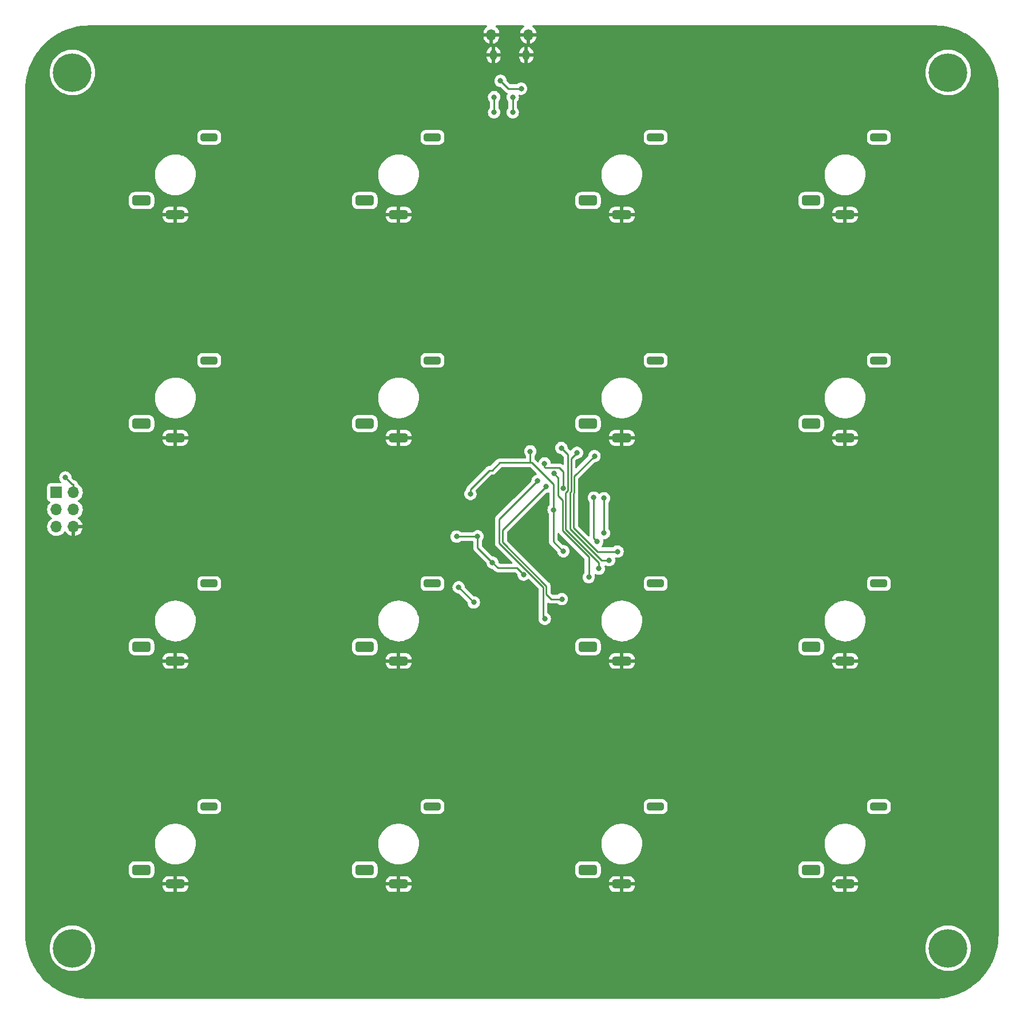
<source format=gtl>
%TF.GenerationSoftware,KiCad,Pcbnew,(6.0.1)*%
%TF.CreationDate,2022-02-12T18:16:09+09:00*%
%TF.ProjectId,FlatFighter_rev4,466c6174-4669-4676-9874-65725f726576,0*%
%TF.SameCoordinates,Original*%
%TF.FileFunction,Copper,L1,Top*%
%TF.FilePolarity,Positive*%
%FSLAX46Y46*%
G04 Gerber Fmt 4.6, Leading zero omitted, Abs format (unit mm)*
G04 Created by KiCad (PCBNEW (6.0.1)) date 2022-02-12 18:16:09*
%MOMM*%
%LPD*%
G01*
G04 APERTURE LIST*
G04 Aperture macros list*
%AMRoundRect*
0 Rectangle with rounded corners*
0 $1 Rounding radius*
0 $2 $3 $4 $5 $6 $7 $8 $9 X,Y pos of 4 corners*
0 Add a 4 corners polygon primitive as box body*
4,1,4,$2,$3,$4,$5,$6,$7,$8,$9,$2,$3,0*
0 Add four circle primitives for the rounded corners*
1,1,$1+$1,$2,$3*
1,1,$1+$1,$4,$5*
1,1,$1+$1,$6,$7*
1,1,$1+$1,$8,$9*
0 Add four rect primitives between the rounded corners*
20,1,$1+$1,$2,$3,$4,$5,0*
20,1,$1+$1,$4,$5,$6,$7,0*
20,1,$1+$1,$6,$7,$8,$9,0*
20,1,$1+$1,$8,$9,$2,$3,0*%
G04 Aperture macros list end*
%TA.AperFunction,ComponentPad*%
%ADD10RoundRect,0.287500X-0.962500X-0.287500X0.962500X-0.287500X0.962500X0.287500X-0.962500X0.287500X0*%
%TD*%
%TA.AperFunction,ComponentPad*%
%ADD11RoundRect,0.375000X-1.000000X-0.375000X1.000000X-0.375000X1.000000X0.375000X-1.000000X0.375000X0*%
%TD*%
%TA.AperFunction,ComponentPad*%
%ADD12RoundRect,0.325000X-1.050000X-0.325000X1.050000X-0.325000X1.050000X0.325000X-1.050000X0.325000X0*%
%TD*%
%TA.AperFunction,ComponentPad*%
%ADD13R,1.700000X1.700000*%
%TD*%
%TA.AperFunction,ComponentPad*%
%ADD14O,1.700000X1.700000*%
%TD*%
%TA.AperFunction,ComponentPad*%
%ADD15C,5.700000*%
%TD*%
%TA.AperFunction,ComponentPad*%
%ADD16O,1.350000X1.700000*%
%TD*%
%TA.AperFunction,ComponentPad*%
%ADD17O,1.100000X1.500000*%
%TD*%
%TA.AperFunction,ViaPad*%
%ADD18C,0.800000*%
%TD*%
%TA.AperFunction,Conductor*%
%ADD19C,0.250000*%
%TD*%
G04 APERTURE END LIST*
D10*
%TO.P,SW7,*%
%TO.N,*%
X172640000Y-98450000D03*
D11*
%TO.P,SW7,1,1*%
%TO.N,Net-(SW7-Pad1)*%
X162640000Y-107800000D03*
D12*
%TO.P,SW7,2,2*%
%TO.N,GND*%
X167640000Y-109900000D03*
%TD*%
D10*
%TO.P,SW2,*%
%TO.N,*%
X139620000Y-131450000D03*
D11*
%TO.P,SW2,1,1*%
%TO.N,Net-(SW2-Pad1)*%
X129620000Y-140800000D03*
D12*
%TO.P,SW2,2,2*%
%TO.N,GND*%
X134620000Y-142900000D03*
%TD*%
D10*
%TO.P,SW8,*%
%TO.N,*%
X205660000Y-98450000D03*
D11*
%TO.P,SW8,1,1*%
%TO.N,Net-(SW8-Pad1)*%
X195660000Y-107800000D03*
D12*
%TO.P,SW8,2,2*%
%TO.N,GND*%
X200660000Y-109900000D03*
%TD*%
D10*
%TO.P,SW6,*%
%TO.N,*%
X139620000Y-98450000D03*
D11*
%TO.P,SW6,1,1*%
%TO.N,Net-(SW6-Pad1)*%
X129620000Y-107800000D03*
D12*
%TO.P,SW6,2,2*%
%TO.N,GND*%
X134620000Y-109900000D03*
%TD*%
D10*
%TO.P,SW12,*%
%TO.N,*%
X205660000Y-65450000D03*
D11*
%TO.P,SW12,1,1*%
%TO.N,Net-(SW12-Pad1)*%
X195660000Y-74800000D03*
D12*
%TO.P,SW12,2,2*%
%TO.N,GND*%
X200660000Y-76900000D03*
%TD*%
D10*
%TO.P,SW11,*%
%TO.N,*%
X172640000Y-65450000D03*
D11*
%TO.P,SW11,1,1*%
%TO.N,Net-(SW11-Pad1)*%
X162640000Y-74800000D03*
D12*
%TO.P,SW11,2,2*%
%TO.N,GND*%
X167640000Y-76900000D03*
%TD*%
D10*
%TO.P,SW14,*%
%TO.N,*%
X139620000Y-32450000D03*
D11*
%TO.P,SW14,1,1*%
%TO.N,Net-(SW14-Pad1)*%
X129620000Y-41800000D03*
D12*
%TO.P,SW14,2,2*%
%TO.N,GND*%
X134620000Y-43900000D03*
%TD*%
D10*
%TO.P,SW5,*%
%TO.N,*%
X106600000Y-98450000D03*
D11*
%TO.P,SW5,1,1*%
%TO.N,Net-(SW5-Pad1)*%
X96600000Y-107800000D03*
D12*
%TO.P,SW5,2,2*%
%TO.N,GND*%
X101600000Y-109900000D03*
%TD*%
D10*
%TO.P,SW10,*%
%TO.N,*%
X139620000Y-65450000D03*
D11*
%TO.P,SW10,1,1*%
%TO.N,Net-(SW10-Pad1)*%
X129620000Y-74800000D03*
D12*
%TO.P,SW10,2,2*%
%TO.N,GND*%
X134620000Y-76900000D03*
%TD*%
D10*
%TO.P,SW3,*%
%TO.N,*%
X172640000Y-131450000D03*
D11*
%TO.P,SW3,1,1*%
%TO.N,Net-(SW3-Pad1)*%
X162640000Y-140800000D03*
D12*
%TO.P,SW3,2,2*%
%TO.N,GND*%
X167640000Y-142900000D03*
%TD*%
D10*
%TO.P,SW1,*%
%TO.N,*%
X106600000Y-131450000D03*
D11*
%TO.P,SW1,1,1*%
%TO.N,Net-(SW1-Pad1)*%
X96600000Y-140800000D03*
D12*
%TO.P,SW1,2,2*%
%TO.N,GND*%
X101600000Y-142900000D03*
%TD*%
D10*
%TO.P,SW9,*%
%TO.N,*%
X106600000Y-65450000D03*
D11*
%TO.P,SW9,1,1*%
%TO.N,Net-(SW9-Pad1)*%
X96600000Y-74800000D03*
D12*
%TO.P,SW9,2,2*%
%TO.N,GND*%
X101600000Y-76900000D03*
%TD*%
D10*
%TO.P,SW15,*%
%TO.N,*%
X172640000Y-32450000D03*
D11*
%TO.P,SW15,1,1*%
%TO.N,Net-(SW15-Pad1)*%
X162640000Y-41800000D03*
D12*
%TO.P,SW15,2,2*%
%TO.N,GND*%
X167640000Y-43900000D03*
%TD*%
D10*
%TO.P,SW13,*%
%TO.N,*%
X106600000Y-32450000D03*
D11*
%TO.P,SW13,1,1*%
%TO.N,Net-(SW13-Pad1)*%
X96600000Y-41800000D03*
D12*
%TO.P,SW13,2,2*%
%TO.N,GND*%
X101600000Y-43900000D03*
%TD*%
D10*
%TO.P,SW4,*%
%TO.N,*%
X205660000Y-131450000D03*
D11*
%TO.P,SW4,1,1*%
%TO.N,Net-(SW4-Pad1)*%
X195660000Y-140800000D03*
D12*
%TO.P,SW4,2,2*%
%TO.N,GND*%
X200660000Y-142900000D03*
%TD*%
D10*
%TO.P,SW16,*%
%TO.N,*%
X205660000Y-32450000D03*
D11*
%TO.P,SW16,1,1*%
%TO.N,Net-(SW16-Pad1)*%
X195660000Y-41800000D03*
D12*
%TO.P,SW16,2,2*%
%TO.N,GND*%
X200660000Y-43900000D03*
%TD*%
D13*
%TO.P,P4,1,Pin_1*%
%TO.N,/MISO*%
X84000000Y-84975000D03*
D14*
%TO.P,P4,2,Pin_2*%
%TO.N,VCC*%
X86540000Y-84975000D03*
%TO.P,P4,3,Pin_3*%
%TO.N,/SCK*%
X84000000Y-87515000D03*
%TO.P,P4,4,Pin_4*%
%TO.N,/MOSI*%
X86540000Y-87515000D03*
%TO.P,P4,5,Pin_5*%
%TO.N,/RESET*%
X84000000Y-90055000D03*
%TO.P,P4,6,Pin_6*%
%TO.N,GND*%
X86540000Y-90055000D03*
%TD*%
D15*
%TO.P,REF1,1*%
%TO.N,N/C*%
X86360000Y-22860000D03*
%TD*%
%TO.P,REF2,1*%
%TO.N,N/C*%
X215900000Y-22860000D03*
%TD*%
%TO.P,REF4,1*%
%TO.N,N/C*%
X215900000Y-152400000D03*
%TD*%
%TO.P,REF3,1*%
%TO.N,N/C*%
X86360000Y-152400000D03*
%TD*%
D16*
%TO.P,P2,6,Shield*%
%TO.N,GND*%
X153805000Y-17285000D03*
D17*
X148655000Y-20285000D03*
D16*
X148345000Y-17285000D03*
D17*
X153495000Y-20285000D03*
%TD*%
D18*
%TO.N,VCC*%
X154100000Y-78900000D03*
X159000000Y-93675400D03*
X157550000Y-87550000D03*
X145250000Y-85207700D03*
X85330200Y-82764600D03*
%TO.N,GND*%
X152338900Y-79093900D03*
X144500000Y-83500000D03*
X157570000Y-97190000D03*
%TO.N,/UVCC*%
X148510000Y-95360000D03*
X143200000Y-91500000D03*
X149700500Y-24094789D03*
X152750000Y-25250000D03*
X153120000Y-97130000D03*
X146307700Y-91467700D03*
%TO.N,Net-(D2-Pad2)*%
X165750000Y-95000000D03*
X161000000Y-79100000D03*
%TO.N,Net-(D4-Pad2)*%
X143500000Y-99000000D03*
X145750000Y-101250000D03*
%TO.N,Net-(P2-Pad2)*%
X164000000Y-92250000D03*
X148750000Y-28750000D03*
X163500000Y-85750000D03*
X148750000Y-26500000D03*
%TO.N,Net-(P2-Pad3)*%
X151500000Y-28750000D03*
X165000000Y-85825980D03*
X151500000Y-26500000D03*
X165000000Y-91000000D03*
%TO.N,Net-(R2-Pad1)*%
X158954500Y-84359356D03*
X156220000Y-80680000D03*
%TO.N,Net-(SW3-Pad1)*%
X158700000Y-78400000D03*
X164250000Y-96250000D03*
%TO.N,Net-(SW4-Pad1)*%
X167000000Y-93724500D03*
X163600000Y-79600000D03*
%TO.N,Net-(SW5-Pad1)*%
X157590000Y-82170000D03*
X162750000Y-97500000D03*
%TO.N,Net-(SW7-Pad1)*%
X156250000Y-103674020D03*
X155169261Y-83256141D03*
%TO.N,Net-(SW8-Pad1)*%
X158762299Y-100762299D03*
X156449106Y-84122238D03*
%TD*%
D19*
%TO.N,VCC*%
X157550000Y-83786413D02*
X154353587Y-80590000D01*
X158925400Y-93675400D02*
X157500000Y-92250000D01*
X157500000Y-87600000D02*
X157550000Y-87550000D01*
X148440000Y-81730000D02*
X149580000Y-80590000D01*
X145508511Y-84241489D02*
X148020000Y-81730000D01*
X154100000Y-80590000D02*
X154100000Y-78900000D01*
X149580000Y-80590000D02*
X154100000Y-80590000D01*
X157500000Y-92250000D02*
X157500000Y-87600000D01*
X145250000Y-85207700D02*
X145250000Y-84565314D01*
X148020000Y-81730000D02*
X148440000Y-81730000D01*
X154353587Y-80590000D02*
X154100000Y-80590000D01*
X145250000Y-84565314D02*
X145508511Y-84306803D01*
X86540000Y-84975000D02*
X86540000Y-83799700D01*
X86365300Y-83799700D02*
X85330200Y-82764600D01*
X86540000Y-83799700D02*
X86365300Y-83799700D01*
X145508511Y-84306803D02*
X145508511Y-84241489D01*
X157550000Y-87550000D02*
X157550000Y-83786413D01*
X159000000Y-93675400D02*
X158925400Y-93675400D01*
%TO.N,/UVCC*%
X146307700Y-93157700D02*
X146307700Y-91467700D01*
X150855711Y-25250000D02*
X152750000Y-25250000D01*
X148510000Y-95360000D02*
X146307700Y-93157700D01*
X149290000Y-96140000D02*
X148510000Y-95360000D01*
X149700500Y-24094789D02*
X150855711Y-25250000D01*
X152130000Y-96140000D02*
X149290000Y-96140000D01*
X153120000Y-97130000D02*
X152130000Y-96140000D01*
X143200000Y-91500000D02*
X146275400Y-91500000D01*
X146275400Y-91500000D02*
X146307700Y-91467700D01*
%TO.N,Net-(D2-Pad2)*%
X165750000Y-95000000D02*
X164652286Y-95000000D01*
X164652286Y-95000000D02*
X160000000Y-90347714D01*
X160000000Y-90347714D02*
X160000000Y-84974188D01*
X160000000Y-84974188D02*
X160128531Y-84845656D01*
X160128531Y-79971469D02*
X161000000Y-79100000D01*
X160128531Y-84845656D02*
X160128531Y-79971469D01*
%TO.N,Net-(D4-Pad2)*%
X143500000Y-99000000D02*
X145750000Y-101250000D01*
%TO.N,Net-(P2-Pad2)*%
X163500000Y-91750000D02*
X163500000Y-85750000D01*
X148750000Y-28750000D02*
X148750000Y-26500000D01*
X164000000Y-92250000D02*
X163500000Y-91750000D01*
%TO.N,Net-(P2-Pad3)*%
X151500000Y-26500000D02*
X151500000Y-28750000D01*
X165000000Y-91000000D02*
X165000000Y-85825980D01*
%TO.N,Net-(R2-Pad1)*%
X156220000Y-80680000D02*
X156220000Y-81210000D01*
X158380000Y-81340000D02*
X158954500Y-81914500D01*
X158954500Y-81914500D02*
X158954500Y-84359356D01*
X156350000Y-81340000D02*
X158380000Y-81340000D01*
X156220000Y-81210000D02*
X156350000Y-81340000D01*
%TO.N,Net-(SW3-Pad1)*%
X159679011Y-84659459D02*
X159679011Y-79379011D01*
X159679011Y-79379011D02*
X158700000Y-78400000D01*
X159334520Y-90474520D02*
X159334520Y-85003950D01*
X164250000Y-96250000D02*
X164250000Y-95390000D01*
X159334520Y-85003950D02*
X159679011Y-84659459D01*
X164250000Y-95390000D02*
X159334520Y-90474520D01*
%TO.N,Net-(SW4-Pad1)*%
X160578051Y-85031853D02*
X160500000Y-85109904D01*
X160500000Y-90200000D02*
X164024500Y-93724500D01*
X160500000Y-85109904D02*
X160500000Y-90200000D01*
X164024500Y-93724500D02*
X167000000Y-93724500D01*
X163600000Y-79600000D02*
X160578051Y-82621949D01*
X160578051Y-82621949D02*
X160578051Y-85031853D01*
%TO.N,Net-(SW5-Pad1)*%
X158885000Y-86115000D02*
X158230000Y-85460000D01*
X158230000Y-85460000D02*
X158230000Y-82810000D01*
X158230000Y-82810000D02*
X157590000Y-82170000D01*
X162750000Y-97500000D02*
X162750000Y-94525717D01*
X158885000Y-90660717D02*
X158885000Y-86115000D01*
X162750000Y-94525717D02*
X158885000Y-90660717D01*
%TO.N,Net-(SW7-Pad1)*%
X156000000Y-103424020D02*
X156000000Y-98985386D01*
X149500000Y-92485386D02*
X149500000Y-88925402D01*
X156000000Y-98985386D02*
X149500000Y-92485386D01*
X156250000Y-103674020D02*
X156000000Y-103424020D01*
X149500000Y-88925402D02*
X155169261Y-83256141D01*
%TO.N,Net-(SW8-Pad1)*%
X156449520Y-100049520D02*
X156449520Y-98799188D01*
X150000000Y-92349668D02*
X150000000Y-90571344D01*
X158762299Y-100762299D02*
X157162299Y-100762299D01*
X156449520Y-98799188D02*
X150000000Y-92349668D01*
X157162299Y-100762299D02*
X156449520Y-100049520D01*
X150000000Y-90571344D02*
X156449106Y-84122238D01*
%TD*%
%TA.AperFunction,Conductor*%
%TO.N,GND*%
G36*
X147688269Y-15912002D02*
G01*
X147734762Y-15965658D01*
X147744866Y-16035932D01*
X147715372Y-16100512D01*
X147684571Y-16126285D01*
X147651639Y-16145878D01*
X147642327Y-16152643D01*
X147487547Y-16288381D01*
X147479630Y-16296724D01*
X147352180Y-16458394D01*
X147345909Y-16468050D01*
X147250060Y-16650229D01*
X147245655Y-16660863D01*
X147184607Y-16857470D01*
X147182215Y-16868724D01*
X147165137Y-17013012D01*
X147167579Y-17027431D01*
X147180321Y-17031000D01*
X149507694Y-17031000D01*
X149522239Y-17026729D01*
X149524302Y-17014595D01*
X149513703Y-16899246D01*
X149511606Y-16887932D01*
X149455725Y-16689794D01*
X149451603Y-16679055D01*
X149360549Y-16494417D01*
X149354538Y-16484608D01*
X149231360Y-16319651D01*
X149223671Y-16311111D01*
X149072490Y-16171361D01*
X149063365Y-16164360D01*
X149000289Y-16124562D01*
X148953350Y-16071295D01*
X148942661Y-16001108D01*
X148971615Y-15936284D01*
X149031020Y-15897404D01*
X149067524Y-15892000D01*
X153080148Y-15892000D01*
X153148269Y-15912002D01*
X153194762Y-15965658D01*
X153204866Y-16035932D01*
X153175372Y-16100512D01*
X153144571Y-16126285D01*
X153111639Y-16145878D01*
X153102327Y-16152643D01*
X152947547Y-16288381D01*
X152939630Y-16296724D01*
X152812180Y-16458394D01*
X152805909Y-16468050D01*
X152710060Y-16650229D01*
X152705655Y-16660863D01*
X152644607Y-16857470D01*
X152642215Y-16868724D01*
X152625137Y-17013012D01*
X152627579Y-17027431D01*
X152640321Y-17031000D01*
X154967694Y-17031000D01*
X154982239Y-17026729D01*
X154984302Y-17014595D01*
X154973703Y-16899246D01*
X154971606Y-16887932D01*
X154915725Y-16689794D01*
X154911603Y-16679055D01*
X154820549Y-16494417D01*
X154814538Y-16484608D01*
X154691360Y-16319651D01*
X154683671Y-16311111D01*
X154532490Y-16171361D01*
X154523365Y-16164360D01*
X154460289Y-16124562D01*
X154413350Y-16071295D01*
X154402661Y-16001108D01*
X154431615Y-15936284D01*
X154491020Y-15897404D01*
X154527524Y-15892000D01*
X213834672Y-15892000D01*
X213854057Y-15893500D01*
X213868858Y-15895805D01*
X213868861Y-15895805D01*
X213877730Y-15897186D01*
X213886632Y-15896022D01*
X213886634Y-15896022D01*
X213895974Y-15894800D01*
X213900810Y-15894168D01*
X213921103Y-15893166D01*
X214005046Y-15895804D01*
X214476050Y-15910606D01*
X214483950Y-15911103D01*
X214819627Y-15942834D01*
X215069729Y-15966475D01*
X215077564Y-15967465D01*
X215658718Y-16059510D01*
X215666486Y-16060993D01*
X216240707Y-16189347D01*
X216248374Y-16191315D01*
X216518915Y-16269914D01*
X216813399Y-16355470D01*
X216820902Y-16357908D01*
X217374528Y-16557225D01*
X217381856Y-16560127D01*
X217921876Y-16793814D01*
X217929008Y-16797170D01*
X218352621Y-17013012D01*
X218453277Y-17064299D01*
X218460213Y-17068112D01*
X218966669Y-17367629D01*
X218973352Y-17371871D01*
X219459985Y-17702586D01*
X219466376Y-17707228D01*
X219931315Y-18067872D01*
X219937394Y-18072902D01*
X220378756Y-18462015D01*
X220384526Y-18467434D01*
X220800566Y-18883474D01*
X220805985Y-18889244D01*
X221195098Y-19330606D01*
X221200128Y-19336685D01*
X221560772Y-19801624D01*
X221565414Y-19808015D01*
X221896129Y-20294648D01*
X221900371Y-20301331D01*
X222199888Y-20807787D01*
X222203701Y-20814723D01*
X222206370Y-20819961D01*
X222470830Y-21338992D01*
X222474186Y-21346124D01*
X222707873Y-21886144D01*
X222710775Y-21893472D01*
X222841441Y-22256411D01*
X222910088Y-22447085D01*
X222912530Y-22454601D01*
X222998086Y-22749085D01*
X223076685Y-23019626D01*
X223078653Y-23027293D01*
X223207007Y-23601514D01*
X223208490Y-23609282D01*
X223293499Y-24146007D01*
X223300534Y-24190427D01*
X223301525Y-24198271D01*
X223310677Y-24295092D01*
X223356897Y-24784050D01*
X223357394Y-24791950D01*
X223374596Y-25339332D01*
X223373158Y-25362673D01*
X223370814Y-25377730D01*
X223371978Y-25386632D01*
X223371978Y-25386635D01*
X223374936Y-25409251D01*
X223376000Y-25425589D01*
X223376000Y-150334672D01*
X223374500Y-150354056D01*
X223370814Y-150377730D01*
X223371978Y-150386632D01*
X223371978Y-150386634D01*
X223373832Y-150400808D01*
X223374834Y-150421104D01*
X223357394Y-150976050D01*
X223356897Y-150983950D01*
X223301526Y-151569720D01*
X223300535Y-151577564D01*
X223208491Y-152158711D01*
X223207007Y-152166486D01*
X223078653Y-152740707D01*
X223076685Y-152748374D01*
X222912534Y-153313387D01*
X222910092Y-153320902D01*
X222710775Y-153874528D01*
X222707873Y-153881856D01*
X222474186Y-154421876D01*
X222470830Y-154429008D01*
X222317309Y-154730309D01*
X222203701Y-154953277D01*
X222199888Y-154960213D01*
X221900371Y-155466669D01*
X221896129Y-155473352D01*
X221565414Y-155959985D01*
X221560772Y-155966376D01*
X221200128Y-156431315D01*
X221195098Y-156437394D01*
X220805985Y-156878756D01*
X220800566Y-156884526D01*
X220384526Y-157300566D01*
X220378756Y-157305985D01*
X219937394Y-157695098D01*
X219931315Y-157700128D01*
X219466376Y-158060772D01*
X219459985Y-158065414D01*
X218973352Y-158396129D01*
X218966669Y-158400371D01*
X218460213Y-158699888D01*
X218453277Y-158703701D01*
X217929008Y-158970830D01*
X217921876Y-158974186D01*
X217381856Y-159207873D01*
X217374528Y-159210775D01*
X216820902Y-159410092D01*
X216813399Y-159412530D01*
X216518915Y-159498086D01*
X216248374Y-159576685D01*
X216240707Y-159578653D01*
X215666486Y-159707007D01*
X215658718Y-159708490D01*
X215077564Y-159800535D01*
X215069729Y-159801525D01*
X214819627Y-159825166D01*
X214483950Y-159856897D01*
X214476050Y-159857394D01*
X213928668Y-159874596D01*
X213905327Y-159873158D01*
X213901589Y-159872576D01*
X213890270Y-159870814D01*
X213881368Y-159871978D01*
X213881365Y-159871978D01*
X213858749Y-159874936D01*
X213842411Y-159876000D01*
X88933328Y-159876000D01*
X88913943Y-159874500D01*
X88899142Y-159872195D01*
X88899139Y-159872195D01*
X88890270Y-159870814D01*
X88881368Y-159871978D01*
X88881366Y-159871978D01*
X88872345Y-159873158D01*
X88867190Y-159873832D01*
X88846897Y-159874834D01*
X88756017Y-159871978D01*
X88291950Y-159857394D01*
X88284050Y-159856897D01*
X87948373Y-159825166D01*
X87698271Y-159801525D01*
X87690436Y-159800535D01*
X87109282Y-159708490D01*
X87101514Y-159707007D01*
X86527293Y-159578653D01*
X86519626Y-159576685D01*
X86249085Y-159498086D01*
X85954601Y-159412530D01*
X85947098Y-159410092D01*
X85393472Y-159210775D01*
X85386144Y-159207873D01*
X84846124Y-158974186D01*
X84838992Y-158970830D01*
X84314723Y-158703701D01*
X84307787Y-158699888D01*
X83801331Y-158400371D01*
X83794648Y-158396129D01*
X83308015Y-158065414D01*
X83301624Y-158060772D01*
X82836685Y-157700128D01*
X82830606Y-157695098D01*
X82389244Y-157305985D01*
X82383474Y-157300566D01*
X81967434Y-156884526D01*
X81962015Y-156878756D01*
X81572902Y-156437394D01*
X81567872Y-156431315D01*
X81207228Y-155966376D01*
X81202586Y-155959985D01*
X80871871Y-155473352D01*
X80867629Y-155466669D01*
X80568112Y-154960213D01*
X80564299Y-154953277D01*
X80450691Y-154730309D01*
X80297170Y-154429008D01*
X80293814Y-154421876D01*
X80060127Y-153881856D01*
X80057225Y-153874528D01*
X79857908Y-153320902D01*
X79855466Y-153313387D01*
X79691315Y-152748374D01*
X79689347Y-152740707D01*
X79610565Y-152388259D01*
X82996587Y-152388259D01*
X83014992Y-152751574D01*
X83015529Y-152754929D01*
X83015530Y-152754935D01*
X83038746Y-152899877D01*
X83072527Y-153110777D01*
X83168519Y-153461664D01*
X83301845Y-153800133D01*
X83303428Y-153803148D01*
X83469362Y-154119206D01*
X83469367Y-154119214D01*
X83470946Y-154122222D01*
X83472840Y-154125040D01*
X83472845Y-154125049D01*
X83665419Y-154411628D01*
X83673843Y-154424165D01*
X83908163Y-154702428D01*
X83934899Y-154727977D01*
X84168702Y-154951405D01*
X84168709Y-154951411D01*
X84171165Y-154953758D01*
X84459771Y-155175214D01*
X84462689Y-155176988D01*
X84767692Y-155362433D01*
X84767697Y-155362436D01*
X84770607Y-155364205D01*
X84773695Y-155365651D01*
X84773694Y-155365651D01*
X85096952Y-155517077D01*
X85096962Y-155517081D01*
X85100036Y-155518521D01*
X85103254Y-155519623D01*
X85103257Y-155519624D01*
X85440981Y-155635253D01*
X85440989Y-155635255D01*
X85444204Y-155636356D01*
X85799084Y-155716332D01*
X85852123Y-155722375D01*
X86157144Y-155757128D01*
X86157152Y-155757128D01*
X86160527Y-155757513D01*
X86163931Y-155757531D01*
X86163934Y-155757531D01*
X86362058Y-155758568D01*
X86524303Y-155759418D01*
X86527689Y-155759068D01*
X86527691Y-155759068D01*
X86882765Y-155722375D01*
X86882774Y-155722374D01*
X86886157Y-155722024D01*
X86889490Y-155721310D01*
X86889493Y-155721309D01*
X86999895Y-155697641D01*
X87241856Y-155645768D01*
X87587239Y-155531544D01*
X87590323Y-155530138D01*
X87590332Y-155530135D01*
X87915171Y-155382096D01*
X87918265Y-155380686D01*
X88105457Y-155269540D01*
X88228128Y-155196704D01*
X88228132Y-155196701D01*
X88231063Y-155194961D01*
X88521973Y-154976539D01*
X88787592Y-154727977D01*
X89024813Y-154452182D01*
X89132983Y-154294794D01*
X89228931Y-154155190D01*
X89228936Y-154155182D01*
X89230861Y-154152381D01*
X89232473Y-154149387D01*
X89232478Y-154149379D01*
X89376515Y-153881872D01*
X89403325Y-153832080D01*
X89540188Y-153495027D01*
X89639850Y-153145164D01*
X89646303Y-153107411D01*
X89700571Y-152789930D01*
X89700571Y-152789928D01*
X89701143Y-152786583D01*
X89703285Y-152751574D01*
X89723241Y-152425278D01*
X89723351Y-152423481D01*
X89723433Y-152400000D01*
X89722797Y-152388259D01*
X212536587Y-152388259D01*
X212554992Y-152751574D01*
X212555529Y-152754929D01*
X212555530Y-152754935D01*
X212578746Y-152899877D01*
X212612527Y-153110777D01*
X212708519Y-153461664D01*
X212841845Y-153800133D01*
X212843428Y-153803148D01*
X213009362Y-154119206D01*
X213009367Y-154119214D01*
X213010946Y-154122222D01*
X213012840Y-154125040D01*
X213012845Y-154125049D01*
X213205419Y-154411628D01*
X213213843Y-154424165D01*
X213448163Y-154702428D01*
X213474899Y-154727977D01*
X213708702Y-154951405D01*
X213708709Y-154951411D01*
X213711165Y-154953758D01*
X213999771Y-155175214D01*
X214002689Y-155176988D01*
X214307692Y-155362433D01*
X214307697Y-155362436D01*
X214310607Y-155364205D01*
X214313695Y-155365651D01*
X214313694Y-155365651D01*
X214636952Y-155517077D01*
X214636962Y-155517081D01*
X214640036Y-155518521D01*
X214643254Y-155519623D01*
X214643257Y-155519624D01*
X214980981Y-155635253D01*
X214980989Y-155635255D01*
X214984204Y-155636356D01*
X215339084Y-155716332D01*
X215392123Y-155722375D01*
X215697144Y-155757128D01*
X215697152Y-155757128D01*
X215700527Y-155757513D01*
X215703931Y-155757531D01*
X215703934Y-155757531D01*
X215902058Y-155758568D01*
X216064303Y-155759418D01*
X216067689Y-155759068D01*
X216067691Y-155759068D01*
X216422765Y-155722375D01*
X216422774Y-155722374D01*
X216426157Y-155722024D01*
X216429490Y-155721310D01*
X216429493Y-155721309D01*
X216539895Y-155697641D01*
X216781856Y-155645768D01*
X217127239Y-155531544D01*
X217130323Y-155530138D01*
X217130332Y-155530135D01*
X217455171Y-155382096D01*
X217458265Y-155380686D01*
X217645457Y-155269540D01*
X217768128Y-155196704D01*
X217768132Y-155196701D01*
X217771063Y-155194961D01*
X218061973Y-154976539D01*
X218327592Y-154727977D01*
X218564813Y-154452182D01*
X218672983Y-154294794D01*
X218768931Y-154155190D01*
X218768936Y-154155182D01*
X218770861Y-154152381D01*
X218772473Y-154149387D01*
X218772478Y-154149379D01*
X218916515Y-153881872D01*
X218943325Y-153832080D01*
X219080188Y-153495027D01*
X219179850Y-153145164D01*
X219186303Y-153107411D01*
X219240571Y-152789930D01*
X219240571Y-152789928D01*
X219241143Y-152786583D01*
X219243285Y-152751574D01*
X219263241Y-152425278D01*
X219263351Y-152423481D01*
X219263433Y-152400000D01*
X219243760Y-152036751D01*
X219184972Y-151677752D01*
X219087756Y-151327202D01*
X219083331Y-151316081D01*
X218954508Y-150992365D01*
X218953249Y-150989201D01*
X218922690Y-150931485D01*
X218784624Y-150670723D01*
X218784620Y-150670716D01*
X218783025Y-150667704D01*
X218781118Y-150664888D01*
X218781113Y-150664879D01*
X218580985Y-150369292D01*
X218579075Y-150366471D01*
X218343785Y-150089027D01*
X218079908Y-149838617D01*
X217790530Y-149618170D01*
X217787618Y-149616413D01*
X217787613Y-149616410D01*
X217481951Y-149432023D01*
X217481945Y-149432020D01*
X217479036Y-149430265D01*
X217149071Y-149277100D01*
X216804494Y-149160467D01*
X216795234Y-149158414D01*
X216720485Y-149141843D01*
X216449336Y-149081731D01*
X216320217Y-149067476D01*
X216091133Y-149042184D01*
X216091128Y-149042184D01*
X216087752Y-149041811D01*
X216084353Y-149041805D01*
X216084352Y-149041805D01*
X215912762Y-149041506D01*
X215723972Y-149041176D01*
X215588831Y-149055618D01*
X215365634Y-149079471D01*
X215365628Y-149079472D01*
X215362250Y-149079833D01*
X215006820Y-149157330D01*
X214661838Y-149272759D01*
X214331340Y-149424771D01*
X214019192Y-149611588D01*
X213729046Y-149831023D01*
X213464296Y-150080511D01*
X213228040Y-150357132D01*
X213023040Y-150657651D01*
X212851694Y-150978552D01*
X212850419Y-150981724D01*
X212850417Y-150981728D01*
X212848626Y-150986185D01*
X212716009Y-151316081D01*
X212715090Y-151319349D01*
X212715088Y-151319356D01*
X212618490Y-151663012D01*
X212617569Y-151666290D01*
X212557528Y-152025082D01*
X212536587Y-152388259D01*
X89722797Y-152388259D01*
X89703760Y-152036751D01*
X89644972Y-151677752D01*
X89547756Y-151327202D01*
X89543331Y-151316081D01*
X89414508Y-150992365D01*
X89413249Y-150989201D01*
X89382690Y-150931485D01*
X89244624Y-150670723D01*
X89244620Y-150670716D01*
X89243025Y-150667704D01*
X89241118Y-150664888D01*
X89241113Y-150664879D01*
X89040985Y-150369292D01*
X89039075Y-150366471D01*
X88803785Y-150089027D01*
X88539908Y-149838617D01*
X88250530Y-149618170D01*
X88247618Y-149616413D01*
X88247613Y-149616410D01*
X87941951Y-149432023D01*
X87941945Y-149432020D01*
X87939036Y-149430265D01*
X87609071Y-149277100D01*
X87264494Y-149160467D01*
X87255234Y-149158414D01*
X87180485Y-149141843D01*
X86909336Y-149081731D01*
X86780217Y-149067476D01*
X86551133Y-149042184D01*
X86551128Y-149042184D01*
X86547752Y-149041811D01*
X86544353Y-149041805D01*
X86544352Y-149041805D01*
X86372762Y-149041506D01*
X86183972Y-149041176D01*
X86048831Y-149055618D01*
X85825634Y-149079471D01*
X85825628Y-149079472D01*
X85822250Y-149079833D01*
X85466820Y-149157330D01*
X85121838Y-149272759D01*
X84791340Y-149424771D01*
X84479192Y-149611588D01*
X84189046Y-149831023D01*
X83924296Y-150080511D01*
X83688040Y-150357132D01*
X83483040Y-150657651D01*
X83311694Y-150978552D01*
X83310419Y-150981724D01*
X83310417Y-150981728D01*
X83308626Y-150986185D01*
X83176009Y-151316081D01*
X83175090Y-151319349D01*
X83175088Y-151319356D01*
X83078490Y-151663012D01*
X83077569Y-151666290D01*
X83017528Y-152025082D01*
X82996587Y-152388259D01*
X79610565Y-152388259D01*
X79560993Y-152166486D01*
X79559509Y-152158711D01*
X79467465Y-151577564D01*
X79466474Y-151569720D01*
X79411103Y-150983950D01*
X79410606Y-150976050D01*
X79393404Y-150428668D01*
X79394842Y-150405327D01*
X79395804Y-150399145D01*
X79397186Y-150390270D01*
X79395547Y-150377730D01*
X79393064Y-150358749D01*
X79392000Y-150342411D01*
X79392000Y-143294905D01*
X99717001Y-143294905D01*
X99717148Y-143299210D01*
X99719462Y-143333173D01*
X99721184Y-143344110D01*
X99761974Y-143507708D01*
X99766658Y-143520440D01*
X99841066Y-143670332D01*
X99848376Y-143681762D01*
X99953232Y-143812176D01*
X99962824Y-143821768D01*
X100093238Y-143926624D01*
X100104668Y-143933934D01*
X100254560Y-144008342D01*
X100267292Y-144013026D01*
X100430886Y-144053815D01*
X100441830Y-144055538D01*
X100475795Y-144057854D01*
X100480092Y-144058000D01*
X101327885Y-144058000D01*
X101343124Y-144053525D01*
X101344329Y-144052135D01*
X101346000Y-144044452D01*
X101346000Y-144039884D01*
X101854000Y-144039884D01*
X101858475Y-144055123D01*
X101859865Y-144056328D01*
X101867548Y-144057999D01*
X102719905Y-144057999D01*
X102724210Y-144057852D01*
X102758173Y-144055538D01*
X102769110Y-144053816D01*
X102932708Y-144013026D01*
X102945440Y-144008342D01*
X103095332Y-143933934D01*
X103106762Y-143926624D01*
X103237176Y-143821768D01*
X103246768Y-143812176D01*
X103351624Y-143681762D01*
X103358934Y-143670332D01*
X103433342Y-143520440D01*
X103438026Y-143507708D01*
X103478815Y-143344114D01*
X103480538Y-143333170D01*
X103482854Y-143299205D01*
X103483000Y-143294908D01*
X103483000Y-143294905D01*
X132737001Y-143294905D01*
X132737148Y-143299210D01*
X132739462Y-143333173D01*
X132741184Y-143344110D01*
X132781974Y-143507708D01*
X132786658Y-143520440D01*
X132861066Y-143670332D01*
X132868376Y-143681762D01*
X132973232Y-143812176D01*
X132982824Y-143821768D01*
X133113238Y-143926624D01*
X133124668Y-143933934D01*
X133274560Y-144008342D01*
X133287292Y-144013026D01*
X133450886Y-144053815D01*
X133461830Y-144055538D01*
X133495795Y-144057854D01*
X133500092Y-144058000D01*
X134347885Y-144058000D01*
X134363124Y-144053525D01*
X134364329Y-144052135D01*
X134366000Y-144044452D01*
X134366000Y-144039884D01*
X134874000Y-144039884D01*
X134878475Y-144055123D01*
X134879865Y-144056328D01*
X134887548Y-144057999D01*
X135739905Y-144057999D01*
X135744210Y-144057852D01*
X135778173Y-144055538D01*
X135789110Y-144053816D01*
X135952708Y-144013026D01*
X135965440Y-144008342D01*
X136115332Y-143933934D01*
X136126762Y-143926624D01*
X136257176Y-143821768D01*
X136266768Y-143812176D01*
X136371624Y-143681762D01*
X136378934Y-143670332D01*
X136453342Y-143520440D01*
X136458026Y-143507708D01*
X136498815Y-143344114D01*
X136500538Y-143333170D01*
X136502854Y-143299205D01*
X136503000Y-143294908D01*
X136503000Y-143294905D01*
X165757001Y-143294905D01*
X165757148Y-143299210D01*
X165759462Y-143333173D01*
X165761184Y-143344110D01*
X165801974Y-143507708D01*
X165806658Y-143520440D01*
X165881066Y-143670332D01*
X165888376Y-143681762D01*
X165993232Y-143812176D01*
X166002824Y-143821768D01*
X166133238Y-143926624D01*
X166144668Y-143933934D01*
X166294560Y-144008342D01*
X166307292Y-144013026D01*
X166470886Y-144053815D01*
X166481830Y-144055538D01*
X166515795Y-144057854D01*
X166520092Y-144058000D01*
X167367885Y-144058000D01*
X167383124Y-144053525D01*
X167384329Y-144052135D01*
X167386000Y-144044452D01*
X167386000Y-144039884D01*
X167894000Y-144039884D01*
X167898475Y-144055123D01*
X167899865Y-144056328D01*
X167907548Y-144057999D01*
X168759905Y-144057999D01*
X168764210Y-144057852D01*
X168798173Y-144055538D01*
X168809110Y-144053816D01*
X168972708Y-144013026D01*
X168985440Y-144008342D01*
X169135332Y-143933934D01*
X169146762Y-143926624D01*
X169277176Y-143821768D01*
X169286768Y-143812176D01*
X169391624Y-143681762D01*
X169398934Y-143670332D01*
X169473342Y-143520440D01*
X169478026Y-143507708D01*
X169518815Y-143344114D01*
X169520538Y-143333170D01*
X169522854Y-143299205D01*
X169523000Y-143294908D01*
X169523000Y-143294905D01*
X198777001Y-143294905D01*
X198777148Y-143299210D01*
X198779462Y-143333173D01*
X198781184Y-143344110D01*
X198821974Y-143507708D01*
X198826658Y-143520440D01*
X198901066Y-143670332D01*
X198908376Y-143681762D01*
X199013232Y-143812176D01*
X199022824Y-143821768D01*
X199153238Y-143926624D01*
X199164668Y-143933934D01*
X199314560Y-144008342D01*
X199327292Y-144013026D01*
X199490886Y-144053815D01*
X199501830Y-144055538D01*
X199535795Y-144057854D01*
X199540092Y-144058000D01*
X200387885Y-144058000D01*
X200403124Y-144053525D01*
X200404329Y-144052135D01*
X200406000Y-144044452D01*
X200406000Y-144039884D01*
X200914000Y-144039884D01*
X200918475Y-144055123D01*
X200919865Y-144056328D01*
X200927548Y-144057999D01*
X201779905Y-144057999D01*
X201784210Y-144057852D01*
X201818173Y-144055538D01*
X201829110Y-144053816D01*
X201992708Y-144013026D01*
X202005440Y-144008342D01*
X202155332Y-143933934D01*
X202166762Y-143926624D01*
X202297176Y-143821768D01*
X202306768Y-143812176D01*
X202411624Y-143681762D01*
X202418934Y-143670332D01*
X202493342Y-143520440D01*
X202498026Y-143507708D01*
X202538815Y-143344114D01*
X202540538Y-143333170D01*
X202542854Y-143299205D01*
X202543000Y-143294908D01*
X202543000Y-143172115D01*
X202538525Y-143156876D01*
X202537135Y-143155671D01*
X202529452Y-143154000D01*
X200932115Y-143154000D01*
X200916876Y-143158475D01*
X200915671Y-143159865D01*
X200914000Y-143167548D01*
X200914000Y-144039884D01*
X200406000Y-144039884D01*
X200406000Y-143172115D01*
X200401525Y-143156876D01*
X200400135Y-143155671D01*
X200392452Y-143154000D01*
X198795116Y-143154000D01*
X198779877Y-143158475D01*
X198778672Y-143159865D01*
X198777001Y-143167548D01*
X198777001Y-143294905D01*
X169523000Y-143294905D01*
X169523000Y-143172115D01*
X169518525Y-143156876D01*
X169517135Y-143155671D01*
X169509452Y-143154000D01*
X167912115Y-143154000D01*
X167896876Y-143158475D01*
X167895671Y-143159865D01*
X167894000Y-143167548D01*
X167894000Y-144039884D01*
X167386000Y-144039884D01*
X167386000Y-143172115D01*
X167381525Y-143156876D01*
X167380135Y-143155671D01*
X167372452Y-143154000D01*
X165775116Y-143154000D01*
X165759877Y-143158475D01*
X165758672Y-143159865D01*
X165757001Y-143167548D01*
X165757001Y-143294905D01*
X136503000Y-143294905D01*
X136503000Y-143172115D01*
X136498525Y-143156876D01*
X136497135Y-143155671D01*
X136489452Y-143154000D01*
X134892115Y-143154000D01*
X134876876Y-143158475D01*
X134875671Y-143159865D01*
X134874000Y-143167548D01*
X134874000Y-144039884D01*
X134366000Y-144039884D01*
X134366000Y-143172115D01*
X134361525Y-143156876D01*
X134360135Y-143155671D01*
X134352452Y-143154000D01*
X132755116Y-143154000D01*
X132739877Y-143158475D01*
X132738672Y-143159865D01*
X132737001Y-143167548D01*
X132737001Y-143294905D01*
X103483000Y-143294905D01*
X103483000Y-143172115D01*
X103478525Y-143156876D01*
X103477135Y-143155671D01*
X103469452Y-143154000D01*
X101872115Y-143154000D01*
X101856876Y-143158475D01*
X101855671Y-143159865D01*
X101854000Y-143167548D01*
X101854000Y-144039884D01*
X101346000Y-144039884D01*
X101346000Y-143172115D01*
X101341525Y-143156876D01*
X101340135Y-143155671D01*
X101332452Y-143154000D01*
X99735116Y-143154000D01*
X99719877Y-143158475D01*
X99718672Y-143159865D01*
X99717001Y-143167548D01*
X99717001Y-143294905D01*
X79392000Y-143294905D01*
X79392000Y-142627885D01*
X99717000Y-142627885D01*
X99721475Y-142643124D01*
X99722865Y-142644329D01*
X99730548Y-142646000D01*
X101327885Y-142646000D01*
X101343124Y-142641525D01*
X101344329Y-142640135D01*
X101346000Y-142632452D01*
X101346000Y-142627885D01*
X101854000Y-142627885D01*
X101858475Y-142643124D01*
X101859865Y-142644329D01*
X101867548Y-142646000D01*
X103464884Y-142646000D01*
X103480123Y-142641525D01*
X103481328Y-142640135D01*
X103482999Y-142632452D01*
X103482999Y-142627885D01*
X132737000Y-142627885D01*
X132741475Y-142643124D01*
X132742865Y-142644329D01*
X132750548Y-142646000D01*
X134347885Y-142646000D01*
X134363124Y-142641525D01*
X134364329Y-142640135D01*
X134366000Y-142632452D01*
X134366000Y-142627885D01*
X134874000Y-142627885D01*
X134878475Y-142643124D01*
X134879865Y-142644329D01*
X134887548Y-142646000D01*
X136484884Y-142646000D01*
X136500123Y-142641525D01*
X136501328Y-142640135D01*
X136502999Y-142632452D01*
X136502999Y-142627885D01*
X165757000Y-142627885D01*
X165761475Y-142643124D01*
X165762865Y-142644329D01*
X165770548Y-142646000D01*
X167367885Y-142646000D01*
X167383124Y-142641525D01*
X167384329Y-142640135D01*
X167386000Y-142632452D01*
X167386000Y-142627885D01*
X167894000Y-142627885D01*
X167898475Y-142643124D01*
X167899865Y-142644329D01*
X167907548Y-142646000D01*
X169504884Y-142646000D01*
X169520123Y-142641525D01*
X169521328Y-142640135D01*
X169522999Y-142632452D01*
X169522999Y-142627885D01*
X198777000Y-142627885D01*
X198781475Y-142643124D01*
X198782865Y-142644329D01*
X198790548Y-142646000D01*
X200387885Y-142646000D01*
X200403124Y-142641525D01*
X200404329Y-142640135D01*
X200406000Y-142632452D01*
X200406000Y-142627885D01*
X200914000Y-142627885D01*
X200918475Y-142643124D01*
X200919865Y-142644329D01*
X200927548Y-142646000D01*
X202524884Y-142646000D01*
X202540123Y-142641525D01*
X202541328Y-142640135D01*
X202542999Y-142632452D01*
X202542999Y-142505096D01*
X202542852Y-142500790D01*
X202540538Y-142466827D01*
X202538816Y-142455890D01*
X202498026Y-142292292D01*
X202493342Y-142279560D01*
X202418934Y-142129668D01*
X202411624Y-142118238D01*
X202306768Y-141987824D01*
X202297176Y-141978232D01*
X202166762Y-141873376D01*
X202155332Y-141866066D01*
X202005440Y-141791658D01*
X201992708Y-141786974D01*
X201829114Y-141746185D01*
X201818170Y-141744462D01*
X201784205Y-141742146D01*
X201779908Y-141742000D01*
X200932115Y-141742000D01*
X200916876Y-141746475D01*
X200915671Y-141747865D01*
X200914000Y-141755548D01*
X200914000Y-142627885D01*
X200406000Y-142627885D01*
X200406000Y-141760116D01*
X200401525Y-141744877D01*
X200400135Y-141743672D01*
X200392452Y-141742001D01*
X199540096Y-141742001D01*
X199535790Y-141742148D01*
X199501827Y-141744462D01*
X199490890Y-141746184D01*
X199327292Y-141786974D01*
X199314560Y-141791658D01*
X199164668Y-141866066D01*
X199153238Y-141873376D01*
X199022824Y-141978232D01*
X199013232Y-141987824D01*
X198908376Y-142118238D01*
X198901066Y-142129668D01*
X198826658Y-142279560D01*
X198821974Y-142292292D01*
X198781185Y-142455886D01*
X198779462Y-142466830D01*
X198777146Y-142500795D01*
X198777000Y-142505092D01*
X198777000Y-142627885D01*
X169522999Y-142627885D01*
X169522999Y-142505096D01*
X169522852Y-142500790D01*
X169520538Y-142466827D01*
X169518816Y-142455890D01*
X169478026Y-142292292D01*
X169473342Y-142279560D01*
X169398934Y-142129668D01*
X169391624Y-142118238D01*
X169286768Y-141987824D01*
X169277176Y-141978232D01*
X169146762Y-141873376D01*
X169135332Y-141866066D01*
X168985440Y-141791658D01*
X168972708Y-141786974D01*
X168809114Y-141746185D01*
X168798170Y-141744462D01*
X168764205Y-141742146D01*
X168759908Y-141742000D01*
X167912115Y-141742000D01*
X167896876Y-141746475D01*
X167895671Y-141747865D01*
X167894000Y-141755548D01*
X167894000Y-142627885D01*
X167386000Y-142627885D01*
X167386000Y-141760116D01*
X167381525Y-141744877D01*
X167380135Y-141743672D01*
X167372452Y-141742001D01*
X166520096Y-141742001D01*
X166515790Y-141742148D01*
X166481827Y-141744462D01*
X166470890Y-141746184D01*
X166307292Y-141786974D01*
X166294560Y-141791658D01*
X166144668Y-141866066D01*
X166133238Y-141873376D01*
X166002824Y-141978232D01*
X165993232Y-141987824D01*
X165888376Y-142118238D01*
X165881066Y-142129668D01*
X165806658Y-142279560D01*
X165801974Y-142292292D01*
X165761185Y-142455886D01*
X165759462Y-142466830D01*
X165757146Y-142500795D01*
X165757000Y-142505092D01*
X165757000Y-142627885D01*
X136502999Y-142627885D01*
X136502999Y-142505096D01*
X136502852Y-142500790D01*
X136500538Y-142466827D01*
X136498816Y-142455890D01*
X136458026Y-142292292D01*
X136453342Y-142279560D01*
X136378934Y-142129668D01*
X136371624Y-142118238D01*
X136266768Y-141987824D01*
X136257176Y-141978232D01*
X136126762Y-141873376D01*
X136115332Y-141866066D01*
X135965440Y-141791658D01*
X135952708Y-141786974D01*
X135789114Y-141746185D01*
X135778170Y-141744462D01*
X135744205Y-141742146D01*
X135739908Y-141742000D01*
X134892115Y-141742000D01*
X134876876Y-141746475D01*
X134875671Y-141747865D01*
X134874000Y-141755548D01*
X134874000Y-142627885D01*
X134366000Y-142627885D01*
X134366000Y-141760116D01*
X134361525Y-141744877D01*
X134360135Y-141743672D01*
X134352452Y-141742001D01*
X133500096Y-141742001D01*
X133495790Y-141742148D01*
X133461827Y-141744462D01*
X133450890Y-141746184D01*
X133287292Y-141786974D01*
X133274560Y-141791658D01*
X133124668Y-141866066D01*
X133113238Y-141873376D01*
X132982824Y-141978232D01*
X132973232Y-141987824D01*
X132868376Y-142118238D01*
X132861066Y-142129668D01*
X132786658Y-142279560D01*
X132781974Y-142292292D01*
X132741185Y-142455886D01*
X132739462Y-142466830D01*
X132737146Y-142500795D01*
X132737000Y-142505092D01*
X132737000Y-142627885D01*
X103482999Y-142627885D01*
X103482999Y-142505096D01*
X103482852Y-142500790D01*
X103480538Y-142466827D01*
X103478816Y-142455890D01*
X103438026Y-142292292D01*
X103433342Y-142279560D01*
X103358934Y-142129668D01*
X103351624Y-142118238D01*
X103246768Y-141987824D01*
X103237176Y-141978232D01*
X103106762Y-141873376D01*
X103095332Y-141866066D01*
X102945440Y-141791658D01*
X102932708Y-141786974D01*
X102769114Y-141746185D01*
X102758170Y-141744462D01*
X102724205Y-141742146D01*
X102719908Y-141742000D01*
X101872115Y-141742000D01*
X101856876Y-141746475D01*
X101855671Y-141747865D01*
X101854000Y-141755548D01*
X101854000Y-142627885D01*
X101346000Y-142627885D01*
X101346000Y-141760116D01*
X101341525Y-141744877D01*
X101340135Y-141743672D01*
X101332452Y-141742001D01*
X100480096Y-141742001D01*
X100475790Y-141742148D01*
X100441827Y-141744462D01*
X100430890Y-141746184D01*
X100267292Y-141786974D01*
X100254560Y-141791658D01*
X100104668Y-141866066D01*
X100093238Y-141873376D01*
X99962824Y-141978232D01*
X99953232Y-141987824D01*
X99848376Y-142118238D01*
X99841066Y-142129668D01*
X99766658Y-142279560D01*
X99761974Y-142292292D01*
X99721185Y-142455886D01*
X99719462Y-142466830D01*
X99717146Y-142500795D01*
X99717000Y-142505092D01*
X99717000Y-142627885D01*
X79392000Y-142627885D01*
X79392000Y-140363157D01*
X94716500Y-140363157D01*
X94716501Y-141236842D01*
X94722570Y-141313971D01*
X94770638Y-141493362D01*
X94854953Y-141658839D01*
X94859106Y-141663968D01*
X94859109Y-141663972D01*
X94958715Y-141786974D01*
X94971830Y-141803170D01*
X94976961Y-141807325D01*
X95111028Y-141915891D01*
X95111032Y-141915894D01*
X95116161Y-141920047D01*
X95281638Y-142004362D01*
X95288011Y-142006070D01*
X95288012Y-142006070D01*
X95455452Y-142050936D01*
X95455456Y-142050937D01*
X95461029Y-142052430D01*
X95466785Y-142052883D01*
X95535700Y-142058307D01*
X95535709Y-142058307D01*
X95538157Y-142058500D01*
X96599570Y-142058500D01*
X97661842Y-142058499D01*
X97708674Y-142054814D01*
X97733217Y-142052883D01*
X97733220Y-142052883D01*
X97738971Y-142052430D01*
X97918362Y-142004362D01*
X98083839Y-141920047D01*
X98088968Y-141915894D01*
X98088972Y-141915891D01*
X98223039Y-141807325D01*
X98228170Y-141803170D01*
X98241285Y-141786974D01*
X98340891Y-141663972D01*
X98340894Y-141663968D01*
X98345047Y-141658839D01*
X98429362Y-141493362D01*
X98477430Y-141313971D01*
X98477883Y-141308215D01*
X98483307Y-141239300D01*
X98483307Y-141239291D01*
X98483500Y-141236843D01*
X98483499Y-140363158D01*
X98483499Y-140363157D01*
X127736500Y-140363157D01*
X127736501Y-141236842D01*
X127742570Y-141313971D01*
X127790638Y-141493362D01*
X127874953Y-141658839D01*
X127879106Y-141663968D01*
X127879109Y-141663972D01*
X127978715Y-141786974D01*
X127991830Y-141803170D01*
X127996961Y-141807325D01*
X128131028Y-141915891D01*
X128131032Y-141915894D01*
X128136161Y-141920047D01*
X128301638Y-142004362D01*
X128308011Y-142006070D01*
X128308012Y-142006070D01*
X128475452Y-142050936D01*
X128475456Y-142050937D01*
X128481029Y-142052430D01*
X128486785Y-142052883D01*
X128555700Y-142058307D01*
X128555709Y-142058307D01*
X128558157Y-142058500D01*
X129619570Y-142058500D01*
X130681842Y-142058499D01*
X130728674Y-142054814D01*
X130753217Y-142052883D01*
X130753220Y-142052883D01*
X130758971Y-142052430D01*
X130938362Y-142004362D01*
X131103839Y-141920047D01*
X131108968Y-141915894D01*
X131108972Y-141915891D01*
X131243039Y-141807325D01*
X131248170Y-141803170D01*
X131261285Y-141786974D01*
X131360891Y-141663972D01*
X131360894Y-141663968D01*
X131365047Y-141658839D01*
X131449362Y-141493362D01*
X131497430Y-141313971D01*
X131497883Y-141308215D01*
X131503307Y-141239300D01*
X131503307Y-141239291D01*
X131503500Y-141236843D01*
X131503499Y-140363158D01*
X131503499Y-140363157D01*
X160756500Y-140363157D01*
X160756501Y-141236842D01*
X160762570Y-141313971D01*
X160810638Y-141493362D01*
X160894953Y-141658839D01*
X160899106Y-141663968D01*
X160899109Y-141663972D01*
X160998715Y-141786974D01*
X161011830Y-141803170D01*
X161016961Y-141807325D01*
X161151028Y-141915891D01*
X161151032Y-141915894D01*
X161156161Y-141920047D01*
X161321638Y-142004362D01*
X161328011Y-142006070D01*
X161328012Y-142006070D01*
X161495452Y-142050936D01*
X161495456Y-142050937D01*
X161501029Y-142052430D01*
X161506785Y-142052883D01*
X161575700Y-142058307D01*
X161575709Y-142058307D01*
X161578157Y-142058500D01*
X162639570Y-142058500D01*
X163701842Y-142058499D01*
X163748674Y-142054814D01*
X163773217Y-142052883D01*
X163773220Y-142052883D01*
X163778971Y-142052430D01*
X163958362Y-142004362D01*
X164123839Y-141920047D01*
X164128968Y-141915894D01*
X164128972Y-141915891D01*
X164263039Y-141807325D01*
X164268170Y-141803170D01*
X164281285Y-141786974D01*
X164380891Y-141663972D01*
X164380894Y-141663968D01*
X164385047Y-141658839D01*
X164469362Y-141493362D01*
X164517430Y-141313971D01*
X164517883Y-141308215D01*
X164523307Y-141239300D01*
X164523307Y-141239291D01*
X164523500Y-141236843D01*
X164523499Y-140363158D01*
X164523499Y-140363157D01*
X193776500Y-140363157D01*
X193776501Y-141236842D01*
X193782570Y-141313971D01*
X193830638Y-141493362D01*
X193914953Y-141658839D01*
X193919106Y-141663968D01*
X193919109Y-141663972D01*
X194018715Y-141786974D01*
X194031830Y-141803170D01*
X194036961Y-141807325D01*
X194171028Y-141915891D01*
X194171032Y-141915894D01*
X194176161Y-141920047D01*
X194341638Y-142004362D01*
X194348011Y-142006070D01*
X194348012Y-142006070D01*
X194515452Y-142050936D01*
X194515456Y-142050937D01*
X194521029Y-142052430D01*
X194526785Y-142052883D01*
X194595700Y-142058307D01*
X194595709Y-142058307D01*
X194598157Y-142058500D01*
X195659570Y-142058500D01*
X196721842Y-142058499D01*
X196768674Y-142054814D01*
X196793217Y-142052883D01*
X196793220Y-142052883D01*
X196798971Y-142052430D01*
X196978362Y-142004362D01*
X197143839Y-141920047D01*
X197148968Y-141915894D01*
X197148972Y-141915891D01*
X197283039Y-141807325D01*
X197288170Y-141803170D01*
X197301285Y-141786974D01*
X197400891Y-141663972D01*
X197400894Y-141663968D01*
X197405047Y-141658839D01*
X197489362Y-141493362D01*
X197537430Y-141313971D01*
X197537883Y-141308215D01*
X197543307Y-141239300D01*
X197543307Y-141239291D01*
X197543500Y-141236843D01*
X197543499Y-140363158D01*
X197537430Y-140286029D01*
X197489362Y-140106638D01*
X197405047Y-139941161D01*
X197400894Y-139936032D01*
X197400891Y-139936028D01*
X197292325Y-139801961D01*
X197288170Y-139796830D01*
X197169509Y-139700740D01*
X197148972Y-139684109D01*
X197148968Y-139684106D01*
X197143839Y-139679953D01*
X196978362Y-139595638D01*
X196971988Y-139593930D01*
X196804548Y-139549064D01*
X196804544Y-139549063D01*
X196798971Y-139547570D01*
X196793215Y-139547117D01*
X196724300Y-139541693D01*
X196724291Y-139541693D01*
X196721843Y-139541500D01*
X195660430Y-139541500D01*
X194598158Y-139541501D01*
X194551326Y-139545186D01*
X194526783Y-139547117D01*
X194526780Y-139547117D01*
X194521029Y-139547570D01*
X194341638Y-139595638D01*
X194176161Y-139679953D01*
X194171032Y-139684106D01*
X194171028Y-139684109D01*
X194150491Y-139700740D01*
X194031830Y-139796830D01*
X194027675Y-139801961D01*
X193919109Y-139936028D01*
X193919106Y-139936032D01*
X193914953Y-139941161D01*
X193830638Y-140106638D01*
X193782570Y-140286029D01*
X193782117Y-140291783D01*
X193782117Y-140291785D01*
X193776694Y-140360698D01*
X193776500Y-140363157D01*
X164523499Y-140363157D01*
X164517430Y-140286029D01*
X164469362Y-140106638D01*
X164385047Y-139941161D01*
X164380894Y-139936032D01*
X164380891Y-139936028D01*
X164272325Y-139801961D01*
X164268170Y-139796830D01*
X164149509Y-139700740D01*
X164128972Y-139684109D01*
X164128968Y-139684106D01*
X164123839Y-139679953D01*
X163958362Y-139595638D01*
X163951988Y-139593930D01*
X163784548Y-139549064D01*
X163784544Y-139549063D01*
X163778971Y-139547570D01*
X163773215Y-139547117D01*
X163704300Y-139541693D01*
X163704291Y-139541693D01*
X163701843Y-139541500D01*
X162640430Y-139541500D01*
X161578158Y-139541501D01*
X161531326Y-139545186D01*
X161506783Y-139547117D01*
X161506780Y-139547117D01*
X161501029Y-139547570D01*
X161321638Y-139595638D01*
X161156161Y-139679953D01*
X161151032Y-139684106D01*
X161151028Y-139684109D01*
X161130491Y-139700740D01*
X161011830Y-139796830D01*
X161007675Y-139801961D01*
X160899109Y-139936028D01*
X160899106Y-139936032D01*
X160894953Y-139941161D01*
X160810638Y-140106638D01*
X160762570Y-140286029D01*
X160762117Y-140291783D01*
X160762117Y-140291785D01*
X160756694Y-140360698D01*
X160756500Y-140363157D01*
X131503499Y-140363157D01*
X131497430Y-140286029D01*
X131449362Y-140106638D01*
X131365047Y-139941161D01*
X131360894Y-139936032D01*
X131360891Y-139936028D01*
X131252325Y-139801961D01*
X131248170Y-139796830D01*
X131129509Y-139700740D01*
X131108972Y-139684109D01*
X131108968Y-139684106D01*
X131103839Y-139679953D01*
X130938362Y-139595638D01*
X130931988Y-139593930D01*
X130764548Y-139549064D01*
X130764544Y-139549063D01*
X130758971Y-139547570D01*
X130753215Y-139547117D01*
X130684300Y-139541693D01*
X130684291Y-139541693D01*
X130681843Y-139541500D01*
X129620430Y-139541500D01*
X128558158Y-139541501D01*
X128511326Y-139545186D01*
X128486783Y-139547117D01*
X128486780Y-139547117D01*
X128481029Y-139547570D01*
X128301638Y-139595638D01*
X128136161Y-139679953D01*
X128131032Y-139684106D01*
X128131028Y-139684109D01*
X128110491Y-139700740D01*
X127991830Y-139796830D01*
X127987675Y-139801961D01*
X127879109Y-139936028D01*
X127879106Y-139936032D01*
X127874953Y-139941161D01*
X127790638Y-140106638D01*
X127742570Y-140286029D01*
X127742117Y-140291783D01*
X127742117Y-140291785D01*
X127736694Y-140360698D01*
X127736500Y-140363157D01*
X98483499Y-140363157D01*
X98477430Y-140286029D01*
X98429362Y-140106638D01*
X98345047Y-139941161D01*
X98340894Y-139936032D01*
X98340891Y-139936028D01*
X98232325Y-139801961D01*
X98228170Y-139796830D01*
X98109509Y-139700740D01*
X98088972Y-139684109D01*
X98088968Y-139684106D01*
X98083839Y-139679953D01*
X97918362Y-139595638D01*
X97911988Y-139593930D01*
X97744548Y-139549064D01*
X97744544Y-139549063D01*
X97738971Y-139547570D01*
X97733215Y-139547117D01*
X97664300Y-139541693D01*
X97664291Y-139541693D01*
X97661843Y-139541500D01*
X96600430Y-139541500D01*
X95538158Y-139541501D01*
X95491326Y-139545186D01*
X95466783Y-139547117D01*
X95466780Y-139547117D01*
X95461029Y-139547570D01*
X95281638Y-139595638D01*
X95116161Y-139679953D01*
X95111032Y-139684106D01*
X95111028Y-139684109D01*
X95090491Y-139700740D01*
X94971830Y-139796830D01*
X94967675Y-139801961D01*
X94859109Y-139936028D01*
X94859106Y-139936032D01*
X94854953Y-139941161D01*
X94770638Y-140106638D01*
X94722570Y-140286029D01*
X94722117Y-140291783D01*
X94722117Y-140291785D01*
X94716694Y-140360698D01*
X94716500Y-140363157D01*
X79392000Y-140363157D01*
X79392000Y-137126196D01*
X98589044Y-137126196D01*
X98589405Y-137129810D01*
X98589405Y-137129816D01*
X98613694Y-137373157D01*
X98623503Y-137471431D01*
X98697414Y-137810417D01*
X98809797Y-138138661D01*
X98959163Y-138451812D01*
X99143532Y-138745721D01*
X99145804Y-138748557D01*
X99145809Y-138748564D01*
X99202252Y-138819016D01*
X99360459Y-139016491D01*
X99607071Y-139260534D01*
X99880098Y-139474614D01*
X100175921Y-139655895D01*
X100179206Y-139657420D01*
X100179210Y-139657422D01*
X100418653Y-139768567D01*
X100490620Y-139801973D01*
X100594926Y-139836469D01*
X100816578Y-139909774D01*
X100816583Y-139909775D01*
X100820023Y-139910913D01*
X100823578Y-139911649D01*
X100823581Y-139911650D01*
X101156214Y-139980535D01*
X101156217Y-139980535D01*
X101159764Y-139981270D01*
X101298221Y-139993627D01*
X101462076Y-140008251D01*
X101462082Y-140008251D01*
X101464869Y-140008500D01*
X101688432Y-140008500D01*
X101690251Y-140008395D01*
X101690255Y-140008395D01*
X101942754Y-139993836D01*
X101942759Y-139993835D01*
X101946374Y-139993627D01*
X102021388Y-139980535D01*
X102284585Y-139934600D01*
X102284592Y-139934598D01*
X102288158Y-139933976D01*
X102291633Y-139932947D01*
X102291640Y-139932945D01*
X102424863Y-139893482D01*
X102620820Y-139835437D01*
X102624159Y-139834013D01*
X102936614Y-139700740D01*
X102936617Y-139700738D01*
X102939952Y-139699316D01*
X102943099Y-139697521D01*
X102943103Y-139697519D01*
X103238184Y-139529208D01*
X103241324Y-139527417D01*
X103520940Y-139322018D01*
X103775096Y-139085842D01*
X104000422Y-138822019D01*
X104193931Y-138534047D01*
X104353060Y-138225741D01*
X104475698Y-137901189D01*
X104560220Y-137564692D01*
X104605506Y-137220711D01*
X104606991Y-137126196D01*
X131609044Y-137126196D01*
X131609405Y-137129810D01*
X131609405Y-137129816D01*
X131633694Y-137373157D01*
X131643503Y-137471431D01*
X131717414Y-137810417D01*
X131829797Y-138138661D01*
X131979163Y-138451812D01*
X132163532Y-138745721D01*
X132165804Y-138748557D01*
X132165809Y-138748564D01*
X132222252Y-138819016D01*
X132380459Y-139016491D01*
X132627071Y-139260534D01*
X132900098Y-139474614D01*
X133195921Y-139655895D01*
X133199206Y-139657420D01*
X133199210Y-139657422D01*
X133438653Y-139768567D01*
X133510620Y-139801973D01*
X133614926Y-139836469D01*
X133836578Y-139909774D01*
X133836583Y-139909775D01*
X133840023Y-139910913D01*
X133843578Y-139911649D01*
X133843581Y-139911650D01*
X134176214Y-139980535D01*
X134176217Y-139980535D01*
X134179764Y-139981270D01*
X134318221Y-139993627D01*
X134482076Y-140008251D01*
X134482082Y-140008251D01*
X134484869Y-140008500D01*
X134708432Y-140008500D01*
X134710251Y-140008395D01*
X134710255Y-140008395D01*
X134962754Y-139993836D01*
X134962759Y-139993835D01*
X134966374Y-139993627D01*
X135041388Y-139980535D01*
X135304585Y-139934600D01*
X135304592Y-139934598D01*
X135308158Y-139933976D01*
X135311633Y-139932947D01*
X135311640Y-139932945D01*
X135444863Y-139893482D01*
X135640820Y-139835437D01*
X135644159Y-139834013D01*
X135956614Y-139700740D01*
X135956617Y-139700738D01*
X135959952Y-139699316D01*
X135963099Y-139697521D01*
X135963103Y-139697519D01*
X136258184Y-139529208D01*
X136261324Y-139527417D01*
X136540940Y-139322018D01*
X136795096Y-139085842D01*
X137020422Y-138822019D01*
X137213931Y-138534047D01*
X137373060Y-138225741D01*
X137495698Y-137901189D01*
X137580220Y-137564692D01*
X137625506Y-137220711D01*
X137626991Y-137126196D01*
X164629044Y-137126196D01*
X164629405Y-137129810D01*
X164629405Y-137129816D01*
X164653694Y-137373157D01*
X164663503Y-137471431D01*
X164737414Y-137810417D01*
X164849797Y-138138661D01*
X164999163Y-138451812D01*
X165183532Y-138745721D01*
X165185804Y-138748557D01*
X165185809Y-138748564D01*
X165242252Y-138819016D01*
X165400459Y-139016491D01*
X165647071Y-139260534D01*
X165920098Y-139474614D01*
X166215921Y-139655895D01*
X166219206Y-139657420D01*
X166219210Y-139657422D01*
X166458653Y-139768567D01*
X166530620Y-139801973D01*
X166634926Y-139836469D01*
X166856578Y-139909774D01*
X166856583Y-139909775D01*
X166860023Y-139910913D01*
X166863578Y-139911649D01*
X166863581Y-139911650D01*
X167196214Y-139980535D01*
X167196217Y-139980535D01*
X167199764Y-139981270D01*
X167338221Y-139993627D01*
X167502076Y-140008251D01*
X167502082Y-140008251D01*
X167504869Y-140008500D01*
X167728432Y-140008500D01*
X167730251Y-140008395D01*
X167730255Y-140008395D01*
X167982754Y-139993836D01*
X167982759Y-139993835D01*
X167986374Y-139993627D01*
X168061388Y-139980535D01*
X168324585Y-139934600D01*
X168324592Y-139934598D01*
X168328158Y-139933976D01*
X168331633Y-139932947D01*
X168331640Y-139932945D01*
X168464863Y-139893482D01*
X168660820Y-139835437D01*
X168664159Y-139834013D01*
X168976614Y-139700740D01*
X168976617Y-139700738D01*
X168979952Y-139699316D01*
X168983099Y-139697521D01*
X168983103Y-139697519D01*
X169278184Y-139529208D01*
X169281324Y-139527417D01*
X169560940Y-139322018D01*
X169815096Y-139085842D01*
X170040422Y-138822019D01*
X170233931Y-138534047D01*
X170393060Y-138225741D01*
X170515698Y-137901189D01*
X170600220Y-137564692D01*
X170645506Y-137220711D01*
X170646991Y-137126196D01*
X197649044Y-137126196D01*
X197649405Y-137129810D01*
X197649405Y-137129816D01*
X197673694Y-137373157D01*
X197683503Y-137471431D01*
X197757414Y-137810417D01*
X197869797Y-138138661D01*
X198019163Y-138451812D01*
X198203532Y-138745721D01*
X198205804Y-138748557D01*
X198205809Y-138748564D01*
X198262252Y-138819016D01*
X198420459Y-139016491D01*
X198667071Y-139260534D01*
X198940098Y-139474614D01*
X199235921Y-139655895D01*
X199239206Y-139657420D01*
X199239210Y-139657422D01*
X199478653Y-139768567D01*
X199550620Y-139801973D01*
X199654926Y-139836469D01*
X199876578Y-139909774D01*
X199876583Y-139909775D01*
X199880023Y-139910913D01*
X199883578Y-139911649D01*
X199883581Y-139911650D01*
X200216214Y-139980535D01*
X200216217Y-139980535D01*
X200219764Y-139981270D01*
X200358221Y-139993627D01*
X200522076Y-140008251D01*
X200522082Y-140008251D01*
X200524869Y-140008500D01*
X200748432Y-140008500D01*
X200750251Y-140008395D01*
X200750255Y-140008395D01*
X201002754Y-139993836D01*
X201002759Y-139993835D01*
X201006374Y-139993627D01*
X201081388Y-139980535D01*
X201344585Y-139934600D01*
X201344592Y-139934598D01*
X201348158Y-139933976D01*
X201351633Y-139932947D01*
X201351640Y-139932945D01*
X201484863Y-139893482D01*
X201680820Y-139835437D01*
X201684159Y-139834013D01*
X201996614Y-139700740D01*
X201996617Y-139700738D01*
X201999952Y-139699316D01*
X202003099Y-139697521D01*
X202003103Y-139697519D01*
X202298184Y-139529208D01*
X202301324Y-139527417D01*
X202580940Y-139322018D01*
X202835096Y-139085842D01*
X203060422Y-138822019D01*
X203253931Y-138534047D01*
X203413060Y-138225741D01*
X203535698Y-137901189D01*
X203620220Y-137564692D01*
X203665506Y-137220711D01*
X203670956Y-136873804D01*
X203661163Y-136775685D01*
X203636857Y-136532177D01*
X203636497Y-136528569D01*
X203562586Y-136189583D01*
X203450203Y-135861339D01*
X203300837Y-135548188D01*
X203116468Y-135254279D01*
X203114196Y-135251443D01*
X203114191Y-135251436D01*
X202901813Y-134986345D01*
X202899541Y-134983509D01*
X202652929Y-134739466D01*
X202379902Y-134525386D01*
X202084079Y-134344105D01*
X202080794Y-134342580D01*
X202080790Y-134342578D01*
X201772663Y-134199551D01*
X201769380Y-134198027D01*
X201599112Y-134141716D01*
X201443422Y-134090226D01*
X201443417Y-134090225D01*
X201439977Y-134089087D01*
X201436422Y-134088351D01*
X201436419Y-134088350D01*
X201103786Y-134019465D01*
X201103783Y-134019465D01*
X201100236Y-134018730D01*
X200945947Y-134004960D01*
X200797924Y-133991749D01*
X200797918Y-133991749D01*
X200795131Y-133991500D01*
X200571568Y-133991500D01*
X200569749Y-133991605D01*
X200569745Y-133991605D01*
X200317246Y-134006164D01*
X200317241Y-134006165D01*
X200313626Y-134006373D01*
X200244669Y-134018408D01*
X199975415Y-134065400D01*
X199975408Y-134065402D01*
X199971842Y-134066024D01*
X199968367Y-134067053D01*
X199968360Y-134067055D01*
X199890137Y-134090226D01*
X199639180Y-134164563D01*
X199635844Y-134165986D01*
X199635841Y-134165987D01*
X199323386Y-134299260D01*
X199323383Y-134299262D01*
X199320048Y-134300684D01*
X199316901Y-134302479D01*
X199316897Y-134302481D01*
X199240602Y-134345999D01*
X199018676Y-134472583D01*
X198739060Y-134677982D01*
X198484904Y-134914158D01*
X198259578Y-135177981D01*
X198066069Y-135465953D01*
X197906940Y-135774259D01*
X197784302Y-136098811D01*
X197699780Y-136435308D01*
X197654494Y-136779289D01*
X197649044Y-137126196D01*
X170646991Y-137126196D01*
X170650956Y-136873804D01*
X170641163Y-136775685D01*
X170616857Y-136532177D01*
X170616497Y-136528569D01*
X170542586Y-136189583D01*
X170430203Y-135861339D01*
X170280837Y-135548188D01*
X170096468Y-135254279D01*
X170094196Y-135251443D01*
X170094191Y-135251436D01*
X169881813Y-134986345D01*
X169879541Y-134983509D01*
X169632929Y-134739466D01*
X169359902Y-134525386D01*
X169064079Y-134344105D01*
X169060794Y-134342580D01*
X169060790Y-134342578D01*
X168752663Y-134199551D01*
X168749380Y-134198027D01*
X168579112Y-134141716D01*
X168423422Y-134090226D01*
X168423417Y-134090225D01*
X168419977Y-134089087D01*
X168416422Y-134088351D01*
X168416419Y-134088350D01*
X168083786Y-134019465D01*
X168083783Y-134019465D01*
X168080236Y-134018730D01*
X167925947Y-134004960D01*
X167777924Y-133991749D01*
X167777918Y-133991749D01*
X167775131Y-133991500D01*
X167551568Y-133991500D01*
X167549749Y-133991605D01*
X167549745Y-133991605D01*
X167297246Y-134006164D01*
X167297241Y-134006165D01*
X167293626Y-134006373D01*
X167224669Y-134018408D01*
X166955415Y-134065400D01*
X166955408Y-134065402D01*
X166951842Y-134066024D01*
X166948367Y-134067053D01*
X166948360Y-134067055D01*
X166870137Y-134090226D01*
X166619180Y-134164563D01*
X166615844Y-134165986D01*
X166615841Y-134165987D01*
X166303386Y-134299260D01*
X166303383Y-134299262D01*
X166300048Y-134300684D01*
X166296901Y-134302479D01*
X166296897Y-134302481D01*
X166220602Y-134345999D01*
X165998676Y-134472583D01*
X165719060Y-134677982D01*
X165464904Y-134914158D01*
X165239578Y-135177981D01*
X165046069Y-135465953D01*
X164886940Y-135774259D01*
X164764302Y-136098811D01*
X164679780Y-136435308D01*
X164634494Y-136779289D01*
X164629044Y-137126196D01*
X137626991Y-137126196D01*
X137630956Y-136873804D01*
X137621163Y-136775685D01*
X137596857Y-136532177D01*
X137596497Y-136528569D01*
X137522586Y-136189583D01*
X137410203Y-135861339D01*
X137260837Y-135548188D01*
X137076468Y-135254279D01*
X137074196Y-135251443D01*
X137074191Y-135251436D01*
X136861813Y-134986345D01*
X136859541Y-134983509D01*
X136612929Y-134739466D01*
X136339902Y-134525386D01*
X136044079Y-134344105D01*
X136040794Y-134342580D01*
X136040790Y-134342578D01*
X135732663Y-134199551D01*
X135729380Y-134198027D01*
X135559112Y-134141716D01*
X135403422Y-134090226D01*
X135403417Y-134090225D01*
X135399977Y-134089087D01*
X135396422Y-134088351D01*
X135396419Y-134088350D01*
X135063786Y-134019465D01*
X135063783Y-134019465D01*
X135060236Y-134018730D01*
X134905947Y-134004960D01*
X134757924Y-133991749D01*
X134757918Y-133991749D01*
X134755131Y-133991500D01*
X134531568Y-133991500D01*
X134529749Y-133991605D01*
X134529745Y-133991605D01*
X134277246Y-134006164D01*
X134277241Y-134006165D01*
X134273626Y-134006373D01*
X134204669Y-134018408D01*
X133935415Y-134065400D01*
X133935408Y-134065402D01*
X133931842Y-134066024D01*
X133928367Y-134067053D01*
X133928360Y-134067055D01*
X133850137Y-134090226D01*
X133599180Y-134164563D01*
X133595844Y-134165986D01*
X133595841Y-134165987D01*
X133283386Y-134299260D01*
X133283383Y-134299262D01*
X133280048Y-134300684D01*
X133276901Y-134302479D01*
X133276897Y-134302481D01*
X133200602Y-134345999D01*
X132978676Y-134472583D01*
X132699060Y-134677982D01*
X132444904Y-134914158D01*
X132219578Y-135177981D01*
X132026069Y-135465953D01*
X131866940Y-135774259D01*
X131744302Y-136098811D01*
X131659780Y-136435308D01*
X131614494Y-136779289D01*
X131609044Y-137126196D01*
X104606991Y-137126196D01*
X104610956Y-136873804D01*
X104601163Y-136775685D01*
X104576857Y-136532177D01*
X104576497Y-136528569D01*
X104502586Y-136189583D01*
X104390203Y-135861339D01*
X104240837Y-135548188D01*
X104056468Y-135254279D01*
X104054196Y-135251443D01*
X104054191Y-135251436D01*
X103841813Y-134986345D01*
X103839541Y-134983509D01*
X103592929Y-134739466D01*
X103319902Y-134525386D01*
X103024079Y-134344105D01*
X103020794Y-134342580D01*
X103020790Y-134342578D01*
X102712663Y-134199551D01*
X102709380Y-134198027D01*
X102539112Y-134141716D01*
X102383422Y-134090226D01*
X102383417Y-134090225D01*
X102379977Y-134089087D01*
X102376422Y-134088351D01*
X102376419Y-134088350D01*
X102043786Y-134019465D01*
X102043783Y-134019465D01*
X102040236Y-134018730D01*
X101885947Y-134004960D01*
X101737924Y-133991749D01*
X101737918Y-133991749D01*
X101735131Y-133991500D01*
X101511568Y-133991500D01*
X101509749Y-133991605D01*
X101509745Y-133991605D01*
X101257246Y-134006164D01*
X101257241Y-134006165D01*
X101253626Y-134006373D01*
X101184669Y-134018408D01*
X100915415Y-134065400D01*
X100915408Y-134065402D01*
X100911842Y-134066024D01*
X100908367Y-134067053D01*
X100908360Y-134067055D01*
X100830137Y-134090226D01*
X100579180Y-134164563D01*
X100575844Y-134165986D01*
X100575841Y-134165987D01*
X100263386Y-134299260D01*
X100263383Y-134299262D01*
X100260048Y-134300684D01*
X100256901Y-134302479D01*
X100256897Y-134302481D01*
X100180602Y-134345999D01*
X99958676Y-134472583D01*
X99679060Y-134677982D01*
X99424904Y-134914158D01*
X99199578Y-135177981D01*
X99006069Y-135465953D01*
X98846940Y-135774259D01*
X98724302Y-136098811D01*
X98639780Y-136435308D01*
X98594494Y-136779289D01*
X98589044Y-137126196D01*
X79392000Y-137126196D01*
X79392000Y-131824852D01*
X104841500Y-131824852D01*
X104841772Y-131829569D01*
X104881944Y-132003573D01*
X104885010Y-132009915D01*
X104956601Y-132158011D01*
X104956604Y-132158016D01*
X104959668Y-132164354D01*
X105071081Y-132303919D01*
X105210646Y-132415332D01*
X105216984Y-132418396D01*
X105216989Y-132418399D01*
X105334676Y-132475290D01*
X105371427Y-132493056D01*
X105545431Y-132533228D01*
X105550148Y-132533500D01*
X107649852Y-132533500D01*
X107654569Y-132533228D01*
X107828573Y-132493056D01*
X107865324Y-132475290D01*
X107983011Y-132418399D01*
X107983016Y-132418396D01*
X107989354Y-132415332D01*
X108128919Y-132303919D01*
X108240332Y-132164354D01*
X108243396Y-132158016D01*
X108243399Y-132158011D01*
X108314990Y-132009915D01*
X108318056Y-132003573D01*
X108358228Y-131829569D01*
X108358500Y-131824852D01*
X137861500Y-131824852D01*
X137861772Y-131829569D01*
X137901944Y-132003573D01*
X137905010Y-132009915D01*
X137976601Y-132158011D01*
X137976604Y-132158016D01*
X137979668Y-132164354D01*
X138091081Y-132303919D01*
X138230646Y-132415332D01*
X138236984Y-132418396D01*
X138236989Y-132418399D01*
X138354676Y-132475290D01*
X138391427Y-132493056D01*
X138565431Y-132533228D01*
X138570148Y-132533500D01*
X140669852Y-132533500D01*
X140674569Y-132533228D01*
X140848573Y-132493056D01*
X140885324Y-132475290D01*
X141003011Y-132418399D01*
X141003016Y-132418396D01*
X141009354Y-132415332D01*
X141148919Y-132303919D01*
X141260332Y-132164354D01*
X141263396Y-132158016D01*
X141263399Y-132158011D01*
X141334990Y-132009915D01*
X141338056Y-132003573D01*
X141378228Y-131829569D01*
X141378500Y-131824852D01*
X170881500Y-131824852D01*
X170881772Y-131829569D01*
X170921944Y-132003573D01*
X170925010Y-132009915D01*
X170996601Y-132158011D01*
X170996604Y-132158016D01*
X170999668Y-132164354D01*
X171111081Y-132303919D01*
X171250646Y-132415332D01*
X171256984Y-132418396D01*
X171256989Y-132418399D01*
X171374676Y-132475290D01*
X171411427Y-132493056D01*
X171585431Y-132533228D01*
X171590148Y-132533500D01*
X173689852Y-132533500D01*
X173694569Y-132533228D01*
X173868573Y-132493056D01*
X173905324Y-132475290D01*
X174023011Y-132418399D01*
X174023016Y-132418396D01*
X174029354Y-132415332D01*
X174168919Y-132303919D01*
X174280332Y-132164354D01*
X174283396Y-132158016D01*
X174283399Y-132158011D01*
X174354990Y-132009915D01*
X174358056Y-132003573D01*
X174398228Y-131829569D01*
X174398500Y-131824852D01*
X203901500Y-131824852D01*
X203901772Y-131829569D01*
X203941944Y-132003573D01*
X203945010Y-132009915D01*
X204016601Y-132158011D01*
X204016604Y-132158016D01*
X204019668Y-132164354D01*
X204131081Y-132303919D01*
X204270646Y-132415332D01*
X204276984Y-132418396D01*
X204276989Y-132418399D01*
X204394676Y-132475290D01*
X204431427Y-132493056D01*
X204605431Y-132533228D01*
X204610148Y-132533500D01*
X206709852Y-132533500D01*
X206714569Y-132533228D01*
X206888573Y-132493056D01*
X206925324Y-132475290D01*
X207043011Y-132418399D01*
X207043016Y-132418396D01*
X207049354Y-132415332D01*
X207188919Y-132303919D01*
X207300332Y-132164354D01*
X207303396Y-132158016D01*
X207303399Y-132158011D01*
X207374990Y-132009915D01*
X207378056Y-132003573D01*
X207418228Y-131829569D01*
X207418500Y-131824852D01*
X207418500Y-131075148D01*
X207418228Y-131070431D01*
X207378056Y-130896427D01*
X207360290Y-130859676D01*
X207303399Y-130741989D01*
X207303396Y-130741984D01*
X207300332Y-130735646D01*
X207188919Y-130596081D01*
X207049354Y-130484668D01*
X207043016Y-130481604D01*
X207043011Y-130481601D01*
X206894915Y-130410010D01*
X206894916Y-130410010D01*
X206888573Y-130406944D01*
X206714569Y-130366772D01*
X206709852Y-130366500D01*
X204610148Y-130366500D01*
X204605431Y-130366772D01*
X204431427Y-130406944D01*
X204425084Y-130410010D01*
X204425085Y-130410010D01*
X204276989Y-130481601D01*
X204276984Y-130481604D01*
X204270646Y-130484668D01*
X204131081Y-130596081D01*
X204019668Y-130735646D01*
X204016604Y-130741984D01*
X204016601Y-130741989D01*
X203959710Y-130859676D01*
X203941944Y-130896427D01*
X203901772Y-131070431D01*
X203901500Y-131075148D01*
X203901500Y-131824852D01*
X174398500Y-131824852D01*
X174398500Y-131075148D01*
X174398228Y-131070431D01*
X174358056Y-130896427D01*
X174340290Y-130859676D01*
X174283399Y-130741989D01*
X174283396Y-130741984D01*
X174280332Y-130735646D01*
X174168919Y-130596081D01*
X174029354Y-130484668D01*
X174023016Y-130481604D01*
X174023011Y-130481601D01*
X173874915Y-130410010D01*
X173874916Y-130410010D01*
X173868573Y-130406944D01*
X173694569Y-130366772D01*
X173689852Y-130366500D01*
X171590148Y-130366500D01*
X171585431Y-130366772D01*
X171411427Y-130406944D01*
X171405084Y-130410010D01*
X171405085Y-130410010D01*
X171256989Y-130481601D01*
X171256984Y-130481604D01*
X171250646Y-130484668D01*
X171111081Y-130596081D01*
X170999668Y-130735646D01*
X170996604Y-130741984D01*
X170996601Y-130741989D01*
X170939710Y-130859676D01*
X170921944Y-130896427D01*
X170881772Y-131070431D01*
X170881500Y-131075148D01*
X170881500Y-131824852D01*
X141378500Y-131824852D01*
X141378500Y-131075148D01*
X141378228Y-131070431D01*
X141338056Y-130896427D01*
X141320290Y-130859676D01*
X141263399Y-130741989D01*
X141263396Y-130741984D01*
X141260332Y-130735646D01*
X141148919Y-130596081D01*
X141009354Y-130484668D01*
X141003016Y-130481604D01*
X141003011Y-130481601D01*
X140854915Y-130410010D01*
X140854916Y-130410010D01*
X140848573Y-130406944D01*
X140674569Y-130366772D01*
X140669852Y-130366500D01*
X138570148Y-130366500D01*
X138565431Y-130366772D01*
X138391427Y-130406944D01*
X138385084Y-130410010D01*
X138385085Y-130410010D01*
X138236989Y-130481601D01*
X138236984Y-130481604D01*
X138230646Y-130484668D01*
X138091081Y-130596081D01*
X137979668Y-130735646D01*
X137976604Y-130741984D01*
X137976601Y-130741989D01*
X137919710Y-130859676D01*
X137901944Y-130896427D01*
X137861772Y-131070431D01*
X137861500Y-131075148D01*
X137861500Y-131824852D01*
X108358500Y-131824852D01*
X108358500Y-131075148D01*
X108358228Y-131070431D01*
X108318056Y-130896427D01*
X108300290Y-130859676D01*
X108243399Y-130741989D01*
X108243396Y-130741984D01*
X108240332Y-130735646D01*
X108128919Y-130596081D01*
X107989354Y-130484668D01*
X107983016Y-130481604D01*
X107983011Y-130481601D01*
X107834915Y-130410010D01*
X107834916Y-130410010D01*
X107828573Y-130406944D01*
X107654569Y-130366772D01*
X107649852Y-130366500D01*
X105550148Y-130366500D01*
X105545431Y-130366772D01*
X105371427Y-130406944D01*
X105365084Y-130410010D01*
X105365085Y-130410010D01*
X105216989Y-130481601D01*
X105216984Y-130481604D01*
X105210646Y-130484668D01*
X105071081Y-130596081D01*
X104959668Y-130735646D01*
X104956604Y-130741984D01*
X104956601Y-130741989D01*
X104899710Y-130859676D01*
X104881944Y-130896427D01*
X104841772Y-131070431D01*
X104841500Y-131075148D01*
X104841500Y-131824852D01*
X79392000Y-131824852D01*
X79392000Y-110294905D01*
X99717001Y-110294905D01*
X99717148Y-110299210D01*
X99719462Y-110333173D01*
X99721184Y-110344110D01*
X99761974Y-110507708D01*
X99766658Y-110520440D01*
X99841066Y-110670332D01*
X99848376Y-110681762D01*
X99953232Y-110812176D01*
X99962824Y-110821768D01*
X100093238Y-110926624D01*
X100104668Y-110933934D01*
X100254560Y-111008342D01*
X100267292Y-111013026D01*
X100430886Y-111053815D01*
X100441830Y-111055538D01*
X100475795Y-111057854D01*
X100480092Y-111058000D01*
X101327885Y-111058000D01*
X101343124Y-111053525D01*
X101344329Y-111052135D01*
X101346000Y-111044452D01*
X101346000Y-111039884D01*
X101854000Y-111039884D01*
X101858475Y-111055123D01*
X101859865Y-111056328D01*
X101867548Y-111057999D01*
X102719905Y-111057999D01*
X102724210Y-111057852D01*
X102758173Y-111055538D01*
X102769110Y-111053816D01*
X102932708Y-111013026D01*
X102945440Y-111008342D01*
X103095332Y-110933934D01*
X103106762Y-110926624D01*
X103237176Y-110821768D01*
X103246768Y-110812176D01*
X103351624Y-110681762D01*
X103358934Y-110670332D01*
X103433342Y-110520440D01*
X103438026Y-110507708D01*
X103478815Y-110344114D01*
X103480538Y-110333170D01*
X103482854Y-110299205D01*
X103483000Y-110294908D01*
X103483000Y-110294905D01*
X132737001Y-110294905D01*
X132737148Y-110299210D01*
X132739462Y-110333173D01*
X132741184Y-110344110D01*
X132781974Y-110507708D01*
X132786658Y-110520440D01*
X132861066Y-110670332D01*
X132868376Y-110681762D01*
X132973232Y-110812176D01*
X132982824Y-110821768D01*
X133113238Y-110926624D01*
X133124668Y-110933934D01*
X133274560Y-111008342D01*
X133287292Y-111013026D01*
X133450886Y-111053815D01*
X133461830Y-111055538D01*
X133495795Y-111057854D01*
X133500092Y-111058000D01*
X134347885Y-111058000D01*
X134363124Y-111053525D01*
X134364329Y-111052135D01*
X134366000Y-111044452D01*
X134366000Y-111039884D01*
X134874000Y-111039884D01*
X134878475Y-111055123D01*
X134879865Y-111056328D01*
X134887548Y-111057999D01*
X135739905Y-111057999D01*
X135744210Y-111057852D01*
X135778173Y-111055538D01*
X135789110Y-111053816D01*
X135952708Y-111013026D01*
X135965440Y-111008342D01*
X136115332Y-110933934D01*
X136126762Y-110926624D01*
X136257176Y-110821768D01*
X136266768Y-110812176D01*
X136371624Y-110681762D01*
X136378934Y-110670332D01*
X136453342Y-110520440D01*
X136458026Y-110507708D01*
X136498815Y-110344114D01*
X136500538Y-110333170D01*
X136502854Y-110299205D01*
X136503000Y-110294908D01*
X136503000Y-110294905D01*
X165757001Y-110294905D01*
X165757148Y-110299210D01*
X165759462Y-110333173D01*
X165761184Y-110344110D01*
X165801974Y-110507708D01*
X165806658Y-110520440D01*
X165881066Y-110670332D01*
X165888376Y-110681762D01*
X165993232Y-110812176D01*
X166002824Y-110821768D01*
X166133238Y-110926624D01*
X166144668Y-110933934D01*
X166294560Y-111008342D01*
X166307292Y-111013026D01*
X166470886Y-111053815D01*
X166481830Y-111055538D01*
X166515795Y-111057854D01*
X166520092Y-111058000D01*
X167367885Y-111058000D01*
X167383124Y-111053525D01*
X167384329Y-111052135D01*
X167386000Y-111044452D01*
X167386000Y-111039884D01*
X167894000Y-111039884D01*
X167898475Y-111055123D01*
X167899865Y-111056328D01*
X167907548Y-111057999D01*
X168759905Y-111057999D01*
X168764210Y-111057852D01*
X168798173Y-111055538D01*
X168809110Y-111053816D01*
X168972708Y-111013026D01*
X168985440Y-111008342D01*
X169135332Y-110933934D01*
X169146762Y-110926624D01*
X169277176Y-110821768D01*
X169286768Y-110812176D01*
X169391624Y-110681762D01*
X169398934Y-110670332D01*
X169473342Y-110520440D01*
X169478026Y-110507708D01*
X169518815Y-110344114D01*
X169520538Y-110333170D01*
X169522854Y-110299205D01*
X169523000Y-110294908D01*
X169523000Y-110294905D01*
X198777001Y-110294905D01*
X198777148Y-110299210D01*
X198779462Y-110333173D01*
X198781184Y-110344110D01*
X198821974Y-110507708D01*
X198826658Y-110520440D01*
X198901066Y-110670332D01*
X198908376Y-110681762D01*
X199013232Y-110812176D01*
X199022824Y-110821768D01*
X199153238Y-110926624D01*
X199164668Y-110933934D01*
X199314560Y-111008342D01*
X199327292Y-111013026D01*
X199490886Y-111053815D01*
X199501830Y-111055538D01*
X199535795Y-111057854D01*
X199540092Y-111058000D01*
X200387885Y-111058000D01*
X200403124Y-111053525D01*
X200404329Y-111052135D01*
X200406000Y-111044452D01*
X200406000Y-111039884D01*
X200914000Y-111039884D01*
X200918475Y-111055123D01*
X200919865Y-111056328D01*
X200927548Y-111057999D01*
X201779905Y-111057999D01*
X201784210Y-111057852D01*
X201818173Y-111055538D01*
X201829110Y-111053816D01*
X201992708Y-111013026D01*
X202005440Y-111008342D01*
X202155332Y-110933934D01*
X202166762Y-110926624D01*
X202297176Y-110821768D01*
X202306768Y-110812176D01*
X202411624Y-110681762D01*
X202418934Y-110670332D01*
X202493342Y-110520440D01*
X202498026Y-110507708D01*
X202538815Y-110344114D01*
X202540538Y-110333170D01*
X202542854Y-110299205D01*
X202543000Y-110294908D01*
X202543000Y-110172115D01*
X202538525Y-110156876D01*
X202537135Y-110155671D01*
X202529452Y-110154000D01*
X200932115Y-110154000D01*
X200916876Y-110158475D01*
X200915671Y-110159865D01*
X200914000Y-110167548D01*
X200914000Y-111039884D01*
X200406000Y-111039884D01*
X200406000Y-110172115D01*
X200401525Y-110156876D01*
X200400135Y-110155671D01*
X200392452Y-110154000D01*
X198795116Y-110154000D01*
X198779877Y-110158475D01*
X198778672Y-110159865D01*
X198777001Y-110167548D01*
X198777001Y-110294905D01*
X169523000Y-110294905D01*
X169523000Y-110172115D01*
X169518525Y-110156876D01*
X169517135Y-110155671D01*
X169509452Y-110154000D01*
X167912115Y-110154000D01*
X167896876Y-110158475D01*
X167895671Y-110159865D01*
X167894000Y-110167548D01*
X167894000Y-111039884D01*
X167386000Y-111039884D01*
X167386000Y-110172115D01*
X167381525Y-110156876D01*
X167380135Y-110155671D01*
X167372452Y-110154000D01*
X165775116Y-110154000D01*
X165759877Y-110158475D01*
X165758672Y-110159865D01*
X165757001Y-110167548D01*
X165757001Y-110294905D01*
X136503000Y-110294905D01*
X136503000Y-110172115D01*
X136498525Y-110156876D01*
X136497135Y-110155671D01*
X136489452Y-110154000D01*
X134892115Y-110154000D01*
X134876876Y-110158475D01*
X134875671Y-110159865D01*
X134874000Y-110167548D01*
X134874000Y-111039884D01*
X134366000Y-111039884D01*
X134366000Y-110172115D01*
X134361525Y-110156876D01*
X134360135Y-110155671D01*
X134352452Y-110154000D01*
X132755116Y-110154000D01*
X132739877Y-110158475D01*
X132738672Y-110159865D01*
X132737001Y-110167548D01*
X132737001Y-110294905D01*
X103483000Y-110294905D01*
X103483000Y-110172115D01*
X103478525Y-110156876D01*
X103477135Y-110155671D01*
X103469452Y-110154000D01*
X101872115Y-110154000D01*
X101856876Y-110158475D01*
X101855671Y-110159865D01*
X101854000Y-110167548D01*
X101854000Y-111039884D01*
X101346000Y-111039884D01*
X101346000Y-110172115D01*
X101341525Y-110156876D01*
X101340135Y-110155671D01*
X101332452Y-110154000D01*
X99735116Y-110154000D01*
X99719877Y-110158475D01*
X99718672Y-110159865D01*
X99717001Y-110167548D01*
X99717001Y-110294905D01*
X79392000Y-110294905D01*
X79392000Y-109627885D01*
X99717000Y-109627885D01*
X99721475Y-109643124D01*
X99722865Y-109644329D01*
X99730548Y-109646000D01*
X101327885Y-109646000D01*
X101343124Y-109641525D01*
X101344329Y-109640135D01*
X101346000Y-109632452D01*
X101346000Y-109627885D01*
X101854000Y-109627885D01*
X101858475Y-109643124D01*
X101859865Y-109644329D01*
X101867548Y-109646000D01*
X103464884Y-109646000D01*
X103480123Y-109641525D01*
X103481328Y-109640135D01*
X103482999Y-109632452D01*
X103482999Y-109627885D01*
X132737000Y-109627885D01*
X132741475Y-109643124D01*
X132742865Y-109644329D01*
X132750548Y-109646000D01*
X134347885Y-109646000D01*
X134363124Y-109641525D01*
X134364329Y-109640135D01*
X134366000Y-109632452D01*
X134366000Y-109627885D01*
X134874000Y-109627885D01*
X134878475Y-109643124D01*
X134879865Y-109644329D01*
X134887548Y-109646000D01*
X136484884Y-109646000D01*
X136500123Y-109641525D01*
X136501328Y-109640135D01*
X136502999Y-109632452D01*
X136502999Y-109627885D01*
X165757000Y-109627885D01*
X165761475Y-109643124D01*
X165762865Y-109644329D01*
X165770548Y-109646000D01*
X167367885Y-109646000D01*
X167383124Y-109641525D01*
X167384329Y-109640135D01*
X167386000Y-109632452D01*
X167386000Y-109627885D01*
X167894000Y-109627885D01*
X167898475Y-109643124D01*
X167899865Y-109644329D01*
X167907548Y-109646000D01*
X169504884Y-109646000D01*
X169520123Y-109641525D01*
X169521328Y-109640135D01*
X169522999Y-109632452D01*
X169522999Y-109627885D01*
X198777000Y-109627885D01*
X198781475Y-109643124D01*
X198782865Y-109644329D01*
X198790548Y-109646000D01*
X200387885Y-109646000D01*
X200403124Y-109641525D01*
X200404329Y-109640135D01*
X200406000Y-109632452D01*
X200406000Y-109627885D01*
X200914000Y-109627885D01*
X200918475Y-109643124D01*
X200919865Y-109644329D01*
X200927548Y-109646000D01*
X202524884Y-109646000D01*
X202540123Y-109641525D01*
X202541328Y-109640135D01*
X202542999Y-109632452D01*
X202542999Y-109505096D01*
X202542852Y-109500790D01*
X202540538Y-109466827D01*
X202538816Y-109455890D01*
X202498026Y-109292292D01*
X202493342Y-109279560D01*
X202418934Y-109129668D01*
X202411624Y-109118238D01*
X202306768Y-108987824D01*
X202297176Y-108978232D01*
X202166762Y-108873376D01*
X202155332Y-108866066D01*
X202005440Y-108791658D01*
X201992708Y-108786974D01*
X201829114Y-108746185D01*
X201818170Y-108744462D01*
X201784205Y-108742146D01*
X201779908Y-108742000D01*
X200932115Y-108742000D01*
X200916876Y-108746475D01*
X200915671Y-108747865D01*
X200914000Y-108755548D01*
X200914000Y-109627885D01*
X200406000Y-109627885D01*
X200406000Y-108760116D01*
X200401525Y-108744877D01*
X200400135Y-108743672D01*
X200392452Y-108742001D01*
X199540096Y-108742001D01*
X199535790Y-108742148D01*
X199501827Y-108744462D01*
X199490890Y-108746184D01*
X199327292Y-108786974D01*
X199314560Y-108791658D01*
X199164668Y-108866066D01*
X199153238Y-108873376D01*
X199022824Y-108978232D01*
X199013232Y-108987824D01*
X198908376Y-109118238D01*
X198901066Y-109129668D01*
X198826658Y-109279560D01*
X198821974Y-109292292D01*
X198781185Y-109455886D01*
X198779462Y-109466830D01*
X198777146Y-109500795D01*
X198777000Y-109505092D01*
X198777000Y-109627885D01*
X169522999Y-109627885D01*
X169522999Y-109505096D01*
X169522852Y-109500790D01*
X169520538Y-109466827D01*
X169518816Y-109455890D01*
X169478026Y-109292292D01*
X169473342Y-109279560D01*
X169398934Y-109129668D01*
X169391624Y-109118238D01*
X169286768Y-108987824D01*
X169277176Y-108978232D01*
X169146762Y-108873376D01*
X169135332Y-108866066D01*
X168985440Y-108791658D01*
X168972708Y-108786974D01*
X168809114Y-108746185D01*
X168798170Y-108744462D01*
X168764205Y-108742146D01*
X168759908Y-108742000D01*
X167912115Y-108742000D01*
X167896876Y-108746475D01*
X167895671Y-108747865D01*
X167894000Y-108755548D01*
X167894000Y-109627885D01*
X167386000Y-109627885D01*
X167386000Y-108760116D01*
X167381525Y-108744877D01*
X167380135Y-108743672D01*
X167372452Y-108742001D01*
X166520096Y-108742001D01*
X166515790Y-108742148D01*
X166481827Y-108744462D01*
X166470890Y-108746184D01*
X166307292Y-108786974D01*
X166294560Y-108791658D01*
X166144668Y-108866066D01*
X166133238Y-108873376D01*
X166002824Y-108978232D01*
X165993232Y-108987824D01*
X165888376Y-109118238D01*
X165881066Y-109129668D01*
X165806658Y-109279560D01*
X165801974Y-109292292D01*
X165761185Y-109455886D01*
X165759462Y-109466830D01*
X165757146Y-109500795D01*
X165757000Y-109505092D01*
X165757000Y-109627885D01*
X136502999Y-109627885D01*
X136502999Y-109505096D01*
X136502852Y-109500790D01*
X136500538Y-109466827D01*
X136498816Y-109455890D01*
X136458026Y-109292292D01*
X136453342Y-109279560D01*
X136378934Y-109129668D01*
X136371624Y-109118238D01*
X136266768Y-108987824D01*
X136257176Y-108978232D01*
X136126762Y-108873376D01*
X136115332Y-108866066D01*
X135965440Y-108791658D01*
X135952708Y-108786974D01*
X135789114Y-108746185D01*
X135778170Y-108744462D01*
X135744205Y-108742146D01*
X135739908Y-108742000D01*
X134892115Y-108742000D01*
X134876876Y-108746475D01*
X134875671Y-108747865D01*
X134874000Y-108755548D01*
X134874000Y-109627885D01*
X134366000Y-109627885D01*
X134366000Y-108760116D01*
X134361525Y-108744877D01*
X134360135Y-108743672D01*
X134352452Y-108742001D01*
X133500096Y-108742001D01*
X133495790Y-108742148D01*
X133461827Y-108744462D01*
X133450890Y-108746184D01*
X133287292Y-108786974D01*
X133274560Y-108791658D01*
X133124668Y-108866066D01*
X133113238Y-108873376D01*
X132982824Y-108978232D01*
X132973232Y-108987824D01*
X132868376Y-109118238D01*
X132861066Y-109129668D01*
X132786658Y-109279560D01*
X132781974Y-109292292D01*
X132741185Y-109455886D01*
X132739462Y-109466830D01*
X132737146Y-109500795D01*
X132737000Y-109505092D01*
X132737000Y-109627885D01*
X103482999Y-109627885D01*
X103482999Y-109505096D01*
X103482852Y-109500790D01*
X103480538Y-109466827D01*
X103478816Y-109455890D01*
X103438026Y-109292292D01*
X103433342Y-109279560D01*
X103358934Y-109129668D01*
X103351624Y-109118238D01*
X103246768Y-108987824D01*
X103237176Y-108978232D01*
X103106762Y-108873376D01*
X103095332Y-108866066D01*
X102945440Y-108791658D01*
X102932708Y-108786974D01*
X102769114Y-108746185D01*
X102758170Y-108744462D01*
X102724205Y-108742146D01*
X102719908Y-108742000D01*
X101872115Y-108742000D01*
X101856876Y-108746475D01*
X101855671Y-108747865D01*
X101854000Y-108755548D01*
X101854000Y-109627885D01*
X101346000Y-109627885D01*
X101346000Y-108760116D01*
X101341525Y-108744877D01*
X101340135Y-108743672D01*
X101332452Y-108742001D01*
X100480096Y-108742001D01*
X100475790Y-108742148D01*
X100441827Y-108744462D01*
X100430890Y-108746184D01*
X100267292Y-108786974D01*
X100254560Y-108791658D01*
X100104668Y-108866066D01*
X100093238Y-108873376D01*
X99962824Y-108978232D01*
X99953232Y-108987824D01*
X99848376Y-109118238D01*
X99841066Y-109129668D01*
X99766658Y-109279560D01*
X99761974Y-109292292D01*
X99721185Y-109455886D01*
X99719462Y-109466830D01*
X99717146Y-109500795D01*
X99717000Y-109505092D01*
X99717000Y-109627885D01*
X79392000Y-109627885D01*
X79392000Y-107363157D01*
X94716500Y-107363157D01*
X94716501Y-108236842D01*
X94722570Y-108313971D01*
X94770638Y-108493362D01*
X94854953Y-108658839D01*
X94859106Y-108663968D01*
X94859109Y-108663972D01*
X94958715Y-108786974D01*
X94971830Y-108803170D01*
X94976961Y-108807325D01*
X95111028Y-108915891D01*
X95111032Y-108915894D01*
X95116161Y-108920047D01*
X95281638Y-109004362D01*
X95288011Y-109006070D01*
X95288012Y-109006070D01*
X95455452Y-109050936D01*
X95455456Y-109050937D01*
X95461029Y-109052430D01*
X95466785Y-109052883D01*
X95535700Y-109058307D01*
X95535709Y-109058307D01*
X95538157Y-109058500D01*
X96599570Y-109058500D01*
X97661842Y-109058499D01*
X97708674Y-109054814D01*
X97733217Y-109052883D01*
X97733220Y-109052883D01*
X97738971Y-109052430D01*
X97918362Y-109004362D01*
X98083839Y-108920047D01*
X98088968Y-108915894D01*
X98088972Y-108915891D01*
X98223039Y-108807325D01*
X98228170Y-108803170D01*
X98241285Y-108786974D01*
X98340891Y-108663972D01*
X98340894Y-108663968D01*
X98345047Y-108658839D01*
X98429362Y-108493362D01*
X98477430Y-108313971D01*
X98477883Y-108308215D01*
X98483307Y-108239300D01*
X98483307Y-108239291D01*
X98483500Y-108236843D01*
X98483499Y-107363158D01*
X98483499Y-107363157D01*
X127736500Y-107363157D01*
X127736501Y-108236842D01*
X127742570Y-108313971D01*
X127790638Y-108493362D01*
X127874953Y-108658839D01*
X127879106Y-108663968D01*
X127879109Y-108663972D01*
X127978715Y-108786974D01*
X127991830Y-108803170D01*
X127996961Y-108807325D01*
X128131028Y-108915891D01*
X128131032Y-108915894D01*
X128136161Y-108920047D01*
X128301638Y-109004362D01*
X128308011Y-109006070D01*
X128308012Y-109006070D01*
X128475452Y-109050936D01*
X128475456Y-109050937D01*
X128481029Y-109052430D01*
X128486785Y-109052883D01*
X128555700Y-109058307D01*
X128555709Y-109058307D01*
X128558157Y-109058500D01*
X129619570Y-109058500D01*
X130681842Y-109058499D01*
X130728674Y-109054814D01*
X130753217Y-109052883D01*
X130753220Y-109052883D01*
X130758971Y-109052430D01*
X130938362Y-109004362D01*
X131103839Y-108920047D01*
X131108968Y-108915894D01*
X131108972Y-108915891D01*
X131243039Y-108807325D01*
X131248170Y-108803170D01*
X131261285Y-108786974D01*
X131360891Y-108663972D01*
X131360894Y-108663968D01*
X131365047Y-108658839D01*
X131449362Y-108493362D01*
X131497430Y-108313971D01*
X131497883Y-108308215D01*
X131503307Y-108239300D01*
X131503307Y-108239291D01*
X131503500Y-108236843D01*
X131503499Y-107363158D01*
X131503499Y-107363157D01*
X160756500Y-107363157D01*
X160756501Y-108236842D01*
X160762570Y-108313971D01*
X160810638Y-108493362D01*
X160894953Y-108658839D01*
X160899106Y-108663968D01*
X160899109Y-108663972D01*
X160998715Y-108786974D01*
X161011830Y-108803170D01*
X161016961Y-108807325D01*
X161151028Y-108915891D01*
X161151032Y-108915894D01*
X161156161Y-108920047D01*
X161321638Y-109004362D01*
X161328011Y-109006070D01*
X161328012Y-109006070D01*
X161495452Y-109050936D01*
X161495456Y-109050937D01*
X161501029Y-109052430D01*
X161506785Y-109052883D01*
X161575700Y-109058307D01*
X161575709Y-109058307D01*
X161578157Y-109058500D01*
X162639570Y-109058500D01*
X163701842Y-109058499D01*
X163748674Y-109054814D01*
X163773217Y-109052883D01*
X163773220Y-109052883D01*
X163778971Y-109052430D01*
X163958362Y-109004362D01*
X164123839Y-108920047D01*
X164128968Y-108915894D01*
X164128972Y-108915891D01*
X164263039Y-108807325D01*
X164268170Y-108803170D01*
X164281285Y-108786974D01*
X164380891Y-108663972D01*
X164380894Y-108663968D01*
X164385047Y-108658839D01*
X164469362Y-108493362D01*
X164517430Y-108313971D01*
X164517883Y-108308215D01*
X164523307Y-108239300D01*
X164523307Y-108239291D01*
X164523500Y-108236843D01*
X164523499Y-107363158D01*
X164523499Y-107363157D01*
X193776500Y-107363157D01*
X193776501Y-108236842D01*
X193782570Y-108313971D01*
X193830638Y-108493362D01*
X193914953Y-108658839D01*
X193919106Y-108663968D01*
X193919109Y-108663972D01*
X194018715Y-108786974D01*
X194031830Y-108803170D01*
X194036961Y-108807325D01*
X194171028Y-108915891D01*
X194171032Y-108915894D01*
X194176161Y-108920047D01*
X194341638Y-109004362D01*
X194348011Y-109006070D01*
X194348012Y-109006070D01*
X194515452Y-109050936D01*
X194515456Y-109050937D01*
X194521029Y-109052430D01*
X194526785Y-109052883D01*
X194595700Y-109058307D01*
X194595709Y-109058307D01*
X194598157Y-109058500D01*
X195659570Y-109058500D01*
X196721842Y-109058499D01*
X196768674Y-109054814D01*
X196793217Y-109052883D01*
X196793220Y-109052883D01*
X196798971Y-109052430D01*
X196978362Y-109004362D01*
X197143839Y-108920047D01*
X197148968Y-108915894D01*
X197148972Y-108915891D01*
X197283039Y-108807325D01*
X197288170Y-108803170D01*
X197301285Y-108786974D01*
X197400891Y-108663972D01*
X197400894Y-108663968D01*
X197405047Y-108658839D01*
X197489362Y-108493362D01*
X197537430Y-108313971D01*
X197537883Y-108308215D01*
X197543307Y-108239300D01*
X197543307Y-108239291D01*
X197543500Y-108236843D01*
X197543499Y-107363158D01*
X197537430Y-107286029D01*
X197489362Y-107106638D01*
X197405047Y-106941161D01*
X197400894Y-106936032D01*
X197400891Y-106936028D01*
X197292325Y-106801961D01*
X197288170Y-106796830D01*
X197169509Y-106700740D01*
X197148972Y-106684109D01*
X197148968Y-106684106D01*
X197143839Y-106679953D01*
X196978362Y-106595638D01*
X196971988Y-106593930D01*
X196804548Y-106549064D01*
X196804544Y-106549063D01*
X196798971Y-106547570D01*
X196793215Y-106547117D01*
X196724300Y-106541693D01*
X196724291Y-106541693D01*
X196721843Y-106541500D01*
X195660430Y-106541500D01*
X194598158Y-106541501D01*
X194551326Y-106545186D01*
X194526783Y-106547117D01*
X194526780Y-106547117D01*
X194521029Y-106547570D01*
X194341638Y-106595638D01*
X194176161Y-106679953D01*
X194171032Y-106684106D01*
X194171028Y-106684109D01*
X194150491Y-106700740D01*
X194031830Y-106796830D01*
X194027675Y-106801961D01*
X193919109Y-106936028D01*
X193919106Y-106936032D01*
X193914953Y-106941161D01*
X193830638Y-107106638D01*
X193782570Y-107286029D01*
X193782117Y-107291783D01*
X193782117Y-107291785D01*
X193776694Y-107360698D01*
X193776500Y-107363157D01*
X164523499Y-107363157D01*
X164517430Y-107286029D01*
X164469362Y-107106638D01*
X164385047Y-106941161D01*
X164380894Y-106936032D01*
X164380891Y-106936028D01*
X164272325Y-106801961D01*
X164268170Y-106796830D01*
X164149509Y-106700740D01*
X164128972Y-106684109D01*
X164128968Y-106684106D01*
X164123839Y-106679953D01*
X163958362Y-106595638D01*
X163951988Y-106593930D01*
X163784548Y-106549064D01*
X163784544Y-106549063D01*
X163778971Y-106547570D01*
X163773215Y-106547117D01*
X163704300Y-106541693D01*
X163704291Y-106541693D01*
X163701843Y-106541500D01*
X162640430Y-106541500D01*
X161578158Y-106541501D01*
X161531326Y-106545186D01*
X161506783Y-106547117D01*
X161506780Y-106547117D01*
X161501029Y-106547570D01*
X161321638Y-106595638D01*
X161156161Y-106679953D01*
X161151032Y-106684106D01*
X161151028Y-106684109D01*
X161130491Y-106700740D01*
X161011830Y-106796830D01*
X161007675Y-106801961D01*
X160899109Y-106936028D01*
X160899106Y-106936032D01*
X160894953Y-106941161D01*
X160810638Y-107106638D01*
X160762570Y-107286029D01*
X160762117Y-107291783D01*
X160762117Y-107291785D01*
X160756694Y-107360698D01*
X160756500Y-107363157D01*
X131503499Y-107363157D01*
X131497430Y-107286029D01*
X131449362Y-107106638D01*
X131365047Y-106941161D01*
X131360894Y-106936032D01*
X131360891Y-106936028D01*
X131252325Y-106801961D01*
X131248170Y-106796830D01*
X131129509Y-106700740D01*
X131108972Y-106684109D01*
X131108968Y-106684106D01*
X131103839Y-106679953D01*
X130938362Y-106595638D01*
X130931988Y-106593930D01*
X130764548Y-106549064D01*
X130764544Y-106549063D01*
X130758971Y-106547570D01*
X130753215Y-106547117D01*
X130684300Y-106541693D01*
X130684291Y-106541693D01*
X130681843Y-106541500D01*
X129620430Y-106541500D01*
X128558158Y-106541501D01*
X128511326Y-106545186D01*
X128486783Y-106547117D01*
X128486780Y-106547117D01*
X128481029Y-106547570D01*
X128301638Y-106595638D01*
X128136161Y-106679953D01*
X128131032Y-106684106D01*
X128131028Y-106684109D01*
X128110491Y-106700740D01*
X127991830Y-106796830D01*
X127987675Y-106801961D01*
X127879109Y-106936028D01*
X127879106Y-106936032D01*
X127874953Y-106941161D01*
X127790638Y-107106638D01*
X127742570Y-107286029D01*
X127742117Y-107291783D01*
X127742117Y-107291785D01*
X127736694Y-107360698D01*
X127736500Y-107363157D01*
X98483499Y-107363157D01*
X98477430Y-107286029D01*
X98429362Y-107106638D01*
X98345047Y-106941161D01*
X98340894Y-106936032D01*
X98340891Y-106936028D01*
X98232325Y-106801961D01*
X98228170Y-106796830D01*
X98109509Y-106700740D01*
X98088972Y-106684109D01*
X98088968Y-106684106D01*
X98083839Y-106679953D01*
X97918362Y-106595638D01*
X97911988Y-106593930D01*
X97744548Y-106549064D01*
X97744544Y-106549063D01*
X97738971Y-106547570D01*
X97733215Y-106547117D01*
X97664300Y-106541693D01*
X97664291Y-106541693D01*
X97661843Y-106541500D01*
X96600430Y-106541500D01*
X95538158Y-106541501D01*
X95491326Y-106545186D01*
X95466783Y-106547117D01*
X95466780Y-106547117D01*
X95461029Y-106547570D01*
X95281638Y-106595638D01*
X95116161Y-106679953D01*
X95111032Y-106684106D01*
X95111028Y-106684109D01*
X95090491Y-106700740D01*
X94971830Y-106796830D01*
X94967675Y-106801961D01*
X94859109Y-106936028D01*
X94859106Y-106936032D01*
X94854953Y-106941161D01*
X94770638Y-107106638D01*
X94722570Y-107286029D01*
X94722117Y-107291783D01*
X94722117Y-107291785D01*
X94716694Y-107360698D01*
X94716500Y-107363157D01*
X79392000Y-107363157D01*
X79392000Y-104126196D01*
X98589044Y-104126196D01*
X98589405Y-104129810D01*
X98589405Y-104129816D01*
X98611180Y-104347975D01*
X98623503Y-104471431D01*
X98697414Y-104810417D01*
X98809797Y-105138661D01*
X98959163Y-105451812D01*
X99143532Y-105745721D01*
X99145804Y-105748557D01*
X99145809Y-105748564D01*
X99202252Y-105819016D01*
X99360459Y-106016491D01*
X99607071Y-106260534D01*
X99880098Y-106474614D01*
X100175921Y-106655895D01*
X100179206Y-106657420D01*
X100179210Y-106657422D01*
X100418653Y-106768567D01*
X100490620Y-106801973D01*
X100594926Y-106836469D01*
X100816578Y-106909774D01*
X100816583Y-106909775D01*
X100820023Y-106910913D01*
X100823578Y-106911649D01*
X100823581Y-106911650D01*
X101156214Y-106980535D01*
X101156217Y-106980535D01*
X101159764Y-106981270D01*
X101298221Y-106993627D01*
X101462076Y-107008251D01*
X101462082Y-107008251D01*
X101464869Y-107008500D01*
X101688432Y-107008500D01*
X101690251Y-107008395D01*
X101690255Y-107008395D01*
X101942754Y-106993836D01*
X101942759Y-106993835D01*
X101946374Y-106993627D01*
X102021388Y-106980535D01*
X102284585Y-106934600D01*
X102284592Y-106934598D01*
X102288158Y-106933976D01*
X102291633Y-106932947D01*
X102291640Y-106932945D01*
X102424863Y-106893482D01*
X102620820Y-106835437D01*
X102624159Y-106834013D01*
X102936614Y-106700740D01*
X102936617Y-106700738D01*
X102939952Y-106699316D01*
X102943099Y-106697521D01*
X102943103Y-106697519D01*
X103238184Y-106529208D01*
X103241324Y-106527417D01*
X103520940Y-106322018D01*
X103775096Y-106085842D01*
X104000422Y-105822019D01*
X104193931Y-105534047D01*
X104353060Y-105225741D01*
X104475698Y-104901189D01*
X104560220Y-104564692D01*
X104573327Y-104465138D01*
X104605032Y-104224315D01*
X104605033Y-104224307D01*
X104605506Y-104220711D01*
X104606991Y-104126196D01*
X131609044Y-104126196D01*
X131609405Y-104129810D01*
X131609405Y-104129816D01*
X131631180Y-104347975D01*
X131643503Y-104471431D01*
X131717414Y-104810417D01*
X131829797Y-105138661D01*
X131979163Y-105451812D01*
X132163532Y-105745721D01*
X132165804Y-105748557D01*
X132165809Y-105748564D01*
X132222252Y-105819016D01*
X132380459Y-106016491D01*
X132627071Y-106260534D01*
X132900098Y-106474614D01*
X133195921Y-106655895D01*
X133199206Y-106657420D01*
X133199210Y-106657422D01*
X133438653Y-106768567D01*
X133510620Y-106801973D01*
X133614926Y-106836469D01*
X133836578Y-106909774D01*
X133836583Y-106909775D01*
X133840023Y-106910913D01*
X133843578Y-106911649D01*
X133843581Y-106911650D01*
X134176214Y-106980535D01*
X134176217Y-106980535D01*
X134179764Y-106981270D01*
X134318221Y-106993627D01*
X134482076Y-107008251D01*
X134482082Y-107008251D01*
X134484869Y-107008500D01*
X134708432Y-107008500D01*
X134710251Y-107008395D01*
X134710255Y-107008395D01*
X134962754Y-106993836D01*
X134962759Y-106993835D01*
X134966374Y-106993627D01*
X135041388Y-106980535D01*
X135304585Y-106934600D01*
X135304592Y-106934598D01*
X135308158Y-106933976D01*
X135311633Y-106932947D01*
X135311640Y-106932945D01*
X135444863Y-106893482D01*
X135640820Y-106835437D01*
X135644159Y-106834013D01*
X135956614Y-106700740D01*
X135956617Y-106700738D01*
X135959952Y-106699316D01*
X135963099Y-106697521D01*
X135963103Y-106697519D01*
X136258184Y-106529208D01*
X136261324Y-106527417D01*
X136540940Y-106322018D01*
X136795096Y-106085842D01*
X137020422Y-105822019D01*
X137213931Y-105534047D01*
X137373060Y-105225741D01*
X137495698Y-104901189D01*
X137580220Y-104564692D01*
X137593327Y-104465138D01*
X137625032Y-104224315D01*
X137625033Y-104224307D01*
X137625506Y-104220711D01*
X137630956Y-103873804D01*
X137629973Y-103863948D01*
X137596857Y-103532177D01*
X137596497Y-103528569D01*
X137522586Y-103189583D01*
X137502929Y-103132168D01*
X137411376Y-102864765D01*
X137410203Y-102861339D01*
X137260837Y-102548188D01*
X137076468Y-102254279D01*
X137074196Y-102251443D01*
X137074191Y-102251436D01*
X136861813Y-101986345D01*
X136859541Y-101983509D01*
X136736235Y-101861487D01*
X136615507Y-101742017D01*
X136615506Y-101742016D01*
X136612929Y-101739466D01*
X136476465Y-101632465D01*
X136342759Y-101527626D01*
X136342757Y-101527625D01*
X136339902Y-101525386D01*
X136044079Y-101344105D01*
X136040794Y-101342580D01*
X136040790Y-101342578D01*
X135732663Y-101199551D01*
X135729380Y-101198027D01*
X135552647Y-101139578D01*
X135403422Y-101090226D01*
X135403417Y-101090225D01*
X135399977Y-101089087D01*
X135396422Y-101088351D01*
X135396419Y-101088350D01*
X135063786Y-101019465D01*
X135063783Y-101019465D01*
X135060236Y-101018730D01*
X134905947Y-101004960D01*
X134757924Y-100991749D01*
X134757918Y-100991749D01*
X134755131Y-100991500D01*
X134531568Y-100991500D01*
X134529749Y-100991605D01*
X134529745Y-100991605D01*
X134277246Y-101006164D01*
X134277241Y-101006165D01*
X134273626Y-101006373D01*
X134204669Y-101018408D01*
X133935415Y-101065400D01*
X133935408Y-101065402D01*
X133931842Y-101066024D01*
X133928367Y-101067053D01*
X133928360Y-101067055D01*
X133850137Y-101090226D01*
X133599180Y-101164563D01*
X133595844Y-101165986D01*
X133595841Y-101165987D01*
X133283386Y-101299260D01*
X133283383Y-101299262D01*
X133280048Y-101300684D01*
X133276901Y-101302479D01*
X133276897Y-101302481D01*
X133078226Y-101415801D01*
X132978676Y-101472583D01*
X132699060Y-101677982D01*
X132444904Y-101914158D01*
X132219578Y-102177981D01*
X132026069Y-102465953D01*
X131866940Y-102774259D01*
X131744302Y-103098811D01*
X131743418Y-103102332D01*
X131743416Y-103102337D01*
X131733254Y-103142794D01*
X131659780Y-103435308D01*
X131659307Y-103438901D01*
X131627489Y-103680585D01*
X131614494Y-103779289D01*
X131614437Y-103782927D01*
X131610311Y-104045576D01*
X131609044Y-104126196D01*
X104606991Y-104126196D01*
X104610956Y-103873804D01*
X104609973Y-103863948D01*
X104576857Y-103532177D01*
X104576497Y-103528569D01*
X104502586Y-103189583D01*
X104482929Y-103132168D01*
X104391376Y-102864765D01*
X104390203Y-102861339D01*
X104240837Y-102548188D01*
X104056468Y-102254279D01*
X104054196Y-102251443D01*
X104054191Y-102251436D01*
X103841813Y-101986345D01*
X103839541Y-101983509D01*
X103716235Y-101861487D01*
X103595507Y-101742017D01*
X103595506Y-101742016D01*
X103592929Y-101739466D01*
X103456465Y-101632465D01*
X103322759Y-101527626D01*
X103322757Y-101527625D01*
X103319902Y-101525386D01*
X103024079Y-101344105D01*
X103020794Y-101342580D01*
X103020790Y-101342578D01*
X102712663Y-101199551D01*
X102709380Y-101198027D01*
X102532647Y-101139578D01*
X102383422Y-101090226D01*
X102383417Y-101090225D01*
X102379977Y-101089087D01*
X102376422Y-101088351D01*
X102376419Y-101088350D01*
X102043786Y-101019465D01*
X102043783Y-101019465D01*
X102040236Y-101018730D01*
X101885947Y-101004960D01*
X101737924Y-100991749D01*
X101737918Y-100991749D01*
X101735131Y-100991500D01*
X101511568Y-100991500D01*
X101509749Y-100991605D01*
X101509745Y-100991605D01*
X101257246Y-101006164D01*
X101257241Y-101006165D01*
X101253626Y-101006373D01*
X101184669Y-101018408D01*
X100915415Y-101065400D01*
X100915408Y-101065402D01*
X100911842Y-101066024D01*
X100908367Y-101067053D01*
X100908360Y-101067055D01*
X100830137Y-101090226D01*
X100579180Y-101164563D01*
X100575844Y-101165986D01*
X100575841Y-101165987D01*
X100263386Y-101299260D01*
X100263383Y-101299262D01*
X100260048Y-101300684D01*
X100256901Y-101302479D01*
X100256897Y-101302481D01*
X100058226Y-101415801D01*
X99958676Y-101472583D01*
X99679060Y-101677982D01*
X99424904Y-101914158D01*
X99199578Y-102177981D01*
X99006069Y-102465953D01*
X98846940Y-102774259D01*
X98724302Y-103098811D01*
X98723418Y-103102332D01*
X98723416Y-103102337D01*
X98713254Y-103142794D01*
X98639780Y-103435308D01*
X98639307Y-103438901D01*
X98607489Y-103680585D01*
X98594494Y-103779289D01*
X98594437Y-103782927D01*
X98590311Y-104045576D01*
X98589044Y-104126196D01*
X79392000Y-104126196D01*
X79392000Y-98824852D01*
X104841500Y-98824852D01*
X104841772Y-98829569D01*
X104881944Y-99003573D01*
X104885010Y-99009915D01*
X104956601Y-99158011D01*
X104956604Y-99158016D01*
X104959668Y-99164354D01*
X105071081Y-99303919D01*
X105210646Y-99415332D01*
X105216984Y-99418396D01*
X105216989Y-99418399D01*
X105334676Y-99475290D01*
X105371427Y-99493056D01*
X105545431Y-99533228D01*
X105550148Y-99533500D01*
X107649852Y-99533500D01*
X107654569Y-99533228D01*
X107828573Y-99493056D01*
X107865324Y-99475290D01*
X107983011Y-99418399D01*
X107983016Y-99418396D01*
X107989354Y-99415332D01*
X108128919Y-99303919D01*
X108240332Y-99164354D01*
X108243396Y-99158016D01*
X108243399Y-99158011D01*
X108314990Y-99009915D01*
X108318056Y-99003573D01*
X108358228Y-98829569D01*
X108358500Y-98824852D01*
X137861500Y-98824852D01*
X137861772Y-98829569D01*
X137901944Y-99003573D01*
X137905010Y-99009915D01*
X137976601Y-99158011D01*
X137976604Y-99158016D01*
X137979668Y-99164354D01*
X138091081Y-99303919D01*
X138230646Y-99415332D01*
X138236984Y-99418396D01*
X138236989Y-99418399D01*
X138354676Y-99475290D01*
X138391427Y-99493056D01*
X138565431Y-99533228D01*
X138570148Y-99533500D01*
X140669852Y-99533500D01*
X140674569Y-99533228D01*
X140848573Y-99493056D01*
X140885324Y-99475290D01*
X141003011Y-99418399D01*
X141003016Y-99418396D01*
X141009354Y-99415332D01*
X141148919Y-99303919D01*
X141260332Y-99164354D01*
X141263396Y-99158016D01*
X141263399Y-99158011D01*
X141334990Y-99009915D01*
X141338056Y-99003573D01*
X141338881Y-99000000D01*
X142586496Y-99000000D01*
X142587186Y-99006565D01*
X142604349Y-99169858D01*
X142606458Y-99189928D01*
X142665473Y-99371556D01*
X142760960Y-99536944D01*
X142888747Y-99678866D01*
X143043248Y-99791118D01*
X143049276Y-99793802D01*
X143049278Y-99793803D01*
X143187114Y-99855171D01*
X143217712Y-99868794D01*
X143311112Y-99888647D01*
X143398056Y-99907128D01*
X143398061Y-99907128D01*
X143404513Y-99908500D01*
X143460406Y-99908500D01*
X143528527Y-99928502D01*
X143549501Y-99945405D01*
X144802878Y-101198782D01*
X144836904Y-101261094D01*
X144839092Y-101274703D01*
X144842333Y-101305536D01*
X144855640Y-101432142D01*
X144856458Y-101439928D01*
X144915473Y-101621556D01*
X144918776Y-101627278D01*
X144918777Y-101627279D01*
X144946813Y-101675839D01*
X145010960Y-101786944D01*
X145015378Y-101791851D01*
X145015379Y-101791852D01*
X145125504Y-101914158D01*
X145138747Y-101928866D01*
X145293248Y-102041118D01*
X145299276Y-102043802D01*
X145299278Y-102043803D01*
X145461681Y-102116109D01*
X145467712Y-102118794D01*
X145561113Y-102138647D01*
X145648056Y-102157128D01*
X145648061Y-102157128D01*
X145654513Y-102158500D01*
X145845487Y-102158500D01*
X145851939Y-102157128D01*
X145851944Y-102157128D01*
X145938887Y-102138647D01*
X146032288Y-102118794D01*
X146038319Y-102116109D01*
X146200722Y-102043803D01*
X146200724Y-102043802D01*
X146206752Y-102041118D01*
X146361253Y-101928866D01*
X146374496Y-101914158D01*
X146484621Y-101791852D01*
X146484622Y-101791851D01*
X146489040Y-101786944D01*
X146553187Y-101675839D01*
X146581223Y-101627279D01*
X146581224Y-101627278D01*
X146584527Y-101621556D01*
X146643542Y-101439928D01*
X146644361Y-101432142D01*
X146662814Y-101256565D01*
X146663504Y-101250000D01*
X146658121Y-101198782D01*
X146644232Y-101066635D01*
X146644232Y-101066633D01*
X146643542Y-101060072D01*
X146584527Y-100878444D01*
X146489040Y-100713056D01*
X146361253Y-100571134D01*
X146206752Y-100458882D01*
X146200724Y-100456198D01*
X146200722Y-100456197D01*
X146038319Y-100383891D01*
X146038318Y-100383891D01*
X146032288Y-100381206D01*
X145938887Y-100361353D01*
X145851944Y-100342872D01*
X145851939Y-100342872D01*
X145845487Y-100341500D01*
X145789594Y-100341500D01*
X145721473Y-100321498D01*
X145700499Y-100304595D01*
X144447122Y-99051217D01*
X144413096Y-98988905D01*
X144410907Y-98975292D01*
X144394232Y-98816635D01*
X144394232Y-98816633D01*
X144393542Y-98810072D01*
X144334527Y-98628444D01*
X144239040Y-98463056D01*
X144184261Y-98402217D01*
X144115675Y-98326045D01*
X144115674Y-98326044D01*
X144111253Y-98321134D01*
X143956752Y-98208882D01*
X143950724Y-98206198D01*
X143950722Y-98206197D01*
X143788319Y-98133891D01*
X143788318Y-98133891D01*
X143782288Y-98131206D01*
X143688887Y-98111353D01*
X143601944Y-98092872D01*
X143601939Y-98092872D01*
X143595487Y-98091500D01*
X143404513Y-98091500D01*
X143398061Y-98092872D01*
X143398056Y-98092872D01*
X143311113Y-98111353D01*
X143217712Y-98131206D01*
X143211682Y-98133891D01*
X143211681Y-98133891D01*
X143049278Y-98206197D01*
X143049276Y-98206198D01*
X143043248Y-98208882D01*
X142888747Y-98321134D01*
X142884326Y-98326044D01*
X142884325Y-98326045D01*
X142815740Y-98402217D01*
X142760960Y-98463056D01*
X142665473Y-98628444D01*
X142606458Y-98810072D01*
X142605768Y-98816633D01*
X142605768Y-98816635D01*
X142604904Y-98824854D01*
X142586496Y-99000000D01*
X141338881Y-99000000D01*
X141378228Y-98829569D01*
X141378500Y-98824852D01*
X141378500Y-98075148D01*
X141378228Y-98070431D01*
X141338056Y-97896427D01*
X141293354Y-97803955D01*
X141263399Y-97741989D01*
X141263396Y-97741984D01*
X141260332Y-97735646D01*
X141148919Y-97596081D01*
X141009354Y-97484668D01*
X141003016Y-97481604D01*
X141003011Y-97481601D01*
X140854915Y-97410010D01*
X140854916Y-97410010D01*
X140848573Y-97406944D01*
X140674569Y-97366772D01*
X140669852Y-97366500D01*
X138570148Y-97366500D01*
X138565431Y-97366772D01*
X138391427Y-97406944D01*
X138385084Y-97410010D01*
X138385085Y-97410010D01*
X138236989Y-97481601D01*
X138236984Y-97481604D01*
X138230646Y-97484668D01*
X138091081Y-97596081D01*
X137979668Y-97735646D01*
X137976604Y-97741984D01*
X137976601Y-97741989D01*
X137946646Y-97803955D01*
X137901944Y-97896427D01*
X137861772Y-98070431D01*
X137861500Y-98075148D01*
X137861500Y-98824852D01*
X108358500Y-98824852D01*
X108358500Y-98075148D01*
X108358228Y-98070431D01*
X108318056Y-97896427D01*
X108273354Y-97803955D01*
X108243399Y-97741989D01*
X108243396Y-97741984D01*
X108240332Y-97735646D01*
X108128919Y-97596081D01*
X107989354Y-97484668D01*
X107983016Y-97481604D01*
X107983011Y-97481601D01*
X107834915Y-97410010D01*
X107834916Y-97410010D01*
X107828573Y-97406944D01*
X107654569Y-97366772D01*
X107649852Y-97366500D01*
X105550148Y-97366500D01*
X105545431Y-97366772D01*
X105371427Y-97406944D01*
X105365084Y-97410010D01*
X105365085Y-97410010D01*
X105216989Y-97481601D01*
X105216984Y-97481604D01*
X105210646Y-97484668D01*
X105071081Y-97596081D01*
X104959668Y-97735646D01*
X104956604Y-97741984D01*
X104956601Y-97741989D01*
X104926646Y-97803955D01*
X104881944Y-97896427D01*
X104841772Y-98070431D01*
X104841500Y-98075148D01*
X104841500Y-98824852D01*
X79392000Y-98824852D01*
X79392000Y-91500000D01*
X142286496Y-91500000D01*
X142306458Y-91689928D01*
X142365473Y-91871556D01*
X142368776Y-91877278D01*
X142368777Y-91877279D01*
X142386803Y-91908500D01*
X142460960Y-92036944D01*
X142465378Y-92041851D01*
X142465379Y-92041852D01*
X142482346Y-92060696D01*
X142588747Y-92178866D01*
X142743248Y-92291118D01*
X142749276Y-92293802D01*
X142749278Y-92293803D01*
X142857464Y-92341970D01*
X142917712Y-92368794D01*
X143011113Y-92388647D01*
X143098056Y-92407128D01*
X143098061Y-92407128D01*
X143104513Y-92408500D01*
X143295487Y-92408500D01*
X143301939Y-92407128D01*
X143301944Y-92407128D01*
X143388887Y-92388647D01*
X143482288Y-92368794D01*
X143542536Y-92341970D01*
X143650722Y-92293803D01*
X143650724Y-92293802D01*
X143656752Y-92291118D01*
X143811253Y-92178866D01*
X143815668Y-92173963D01*
X143820580Y-92169540D01*
X143821705Y-92170789D01*
X143875014Y-92137949D01*
X143908200Y-92133500D01*
X145548200Y-92133500D01*
X145616321Y-92153502D01*
X145662814Y-92207158D01*
X145674200Y-92259500D01*
X145674200Y-93078933D01*
X145673673Y-93090116D01*
X145671998Y-93097609D01*
X145672247Y-93105535D01*
X145672247Y-93105536D01*
X145674138Y-93165686D01*
X145674200Y-93169645D01*
X145674200Y-93197556D01*
X145674697Y-93201490D01*
X145674697Y-93201491D01*
X145674705Y-93201556D01*
X145675638Y-93213393D01*
X145677027Y-93257589D01*
X145682678Y-93277039D01*
X145686687Y-93296400D01*
X145689226Y-93316497D01*
X145692145Y-93323868D01*
X145692145Y-93323870D01*
X145705504Y-93357612D01*
X145709349Y-93368842D01*
X145721682Y-93411293D01*
X145725715Y-93418112D01*
X145725717Y-93418117D01*
X145731993Y-93428728D01*
X145740688Y-93446476D01*
X145748148Y-93465317D01*
X145752810Y-93471733D01*
X145752810Y-93471734D01*
X145774136Y-93501087D01*
X145780652Y-93511007D01*
X145798470Y-93541135D01*
X145803158Y-93549062D01*
X145817479Y-93563383D01*
X145830319Y-93578416D01*
X145842228Y-93594807D01*
X145848334Y-93599858D01*
X145876305Y-93622998D01*
X145885084Y-93630988D01*
X147562878Y-95308782D01*
X147596904Y-95371094D01*
X147599093Y-95384707D01*
X147611894Y-95506500D01*
X147616458Y-95549928D01*
X147675473Y-95731556D01*
X147678776Y-95737278D01*
X147678777Y-95737279D01*
X147709861Y-95791118D01*
X147770960Y-95896944D01*
X147775378Y-95901851D01*
X147775379Y-95901852D01*
X147842904Y-95976846D01*
X147898747Y-96038866D01*
X148053248Y-96151118D01*
X148059276Y-96153802D01*
X148059278Y-96153803D01*
X148221681Y-96226109D01*
X148227712Y-96228794D01*
X148321113Y-96248647D01*
X148408056Y-96267128D01*
X148408061Y-96267128D01*
X148414513Y-96268500D01*
X148470406Y-96268500D01*
X148538527Y-96288502D01*
X148559501Y-96305405D01*
X148786343Y-96532247D01*
X148793887Y-96540537D01*
X148798000Y-96547018D01*
X148803777Y-96552443D01*
X148847667Y-96593658D01*
X148850509Y-96596413D01*
X148870231Y-96616135D01*
X148873355Y-96618558D01*
X148873359Y-96618562D01*
X148873424Y-96618612D01*
X148882445Y-96626317D01*
X148914679Y-96656586D01*
X148921627Y-96660405D01*
X148921629Y-96660407D01*
X148932432Y-96666346D01*
X148948959Y-96677202D01*
X148958698Y-96684757D01*
X148958700Y-96684758D01*
X148964960Y-96689614D01*
X149005540Y-96707174D01*
X149016188Y-96712391D01*
X149054940Y-96733695D01*
X149062616Y-96735666D01*
X149062619Y-96735667D01*
X149074562Y-96738733D01*
X149093267Y-96745137D01*
X149111855Y-96753181D01*
X149119678Y-96754420D01*
X149119688Y-96754423D01*
X149155524Y-96760099D01*
X149167144Y-96762505D01*
X149202289Y-96771528D01*
X149209970Y-96773500D01*
X149230224Y-96773500D01*
X149249934Y-96775051D01*
X149269943Y-96778220D01*
X149277835Y-96777474D01*
X149313961Y-96774059D01*
X149325819Y-96773500D01*
X151815406Y-96773500D01*
X151883527Y-96793502D01*
X151904501Y-96810405D01*
X152172878Y-97078782D01*
X152206904Y-97141094D01*
X152209092Y-97154703D01*
X152226458Y-97319928D01*
X152285473Y-97501556D01*
X152380960Y-97666944D01*
X152385378Y-97671851D01*
X152385379Y-97671852D01*
X152415730Y-97705560D01*
X152508747Y-97808866D01*
X152663248Y-97921118D01*
X152669276Y-97923802D01*
X152669278Y-97923803D01*
X152831681Y-97996109D01*
X152837712Y-97998794D01*
X152931113Y-98018647D01*
X153018056Y-98037128D01*
X153018061Y-98037128D01*
X153024513Y-98038500D01*
X153215487Y-98038500D01*
X153221939Y-98037128D01*
X153221944Y-98037128D01*
X153308888Y-98018647D01*
X153402288Y-97998794D01*
X153408319Y-97996109D01*
X153570722Y-97923803D01*
X153570724Y-97923802D01*
X153576752Y-97921118D01*
X153731253Y-97808866D01*
X153735675Y-97803954D01*
X153740577Y-97799541D01*
X153741454Y-97800516D01*
X153795879Y-97766990D01*
X153866863Y-97768346D01*
X153918157Y-97799447D01*
X155329595Y-99210885D01*
X155363621Y-99273197D01*
X155366500Y-99299980D01*
X155366500Y-103345253D01*
X155365973Y-103356436D01*
X155364298Y-103363929D01*
X155364547Y-103371854D01*
X155364547Y-103371855D01*
X155366360Y-103429511D01*
X155360254Y-103472408D01*
X155356458Y-103484092D01*
X155336496Y-103674020D01*
X155356458Y-103863948D01*
X155415473Y-104045576D01*
X155510960Y-104210964D01*
X155515378Y-104215871D01*
X155515379Y-104215872D01*
X155519736Y-104220711D01*
X155638747Y-104352886D01*
X155793248Y-104465138D01*
X155799276Y-104467822D01*
X155799278Y-104467823D01*
X155807382Y-104471431D01*
X155967712Y-104542814D01*
X156053736Y-104561099D01*
X156148056Y-104581148D01*
X156148061Y-104581148D01*
X156154513Y-104582520D01*
X156345487Y-104582520D01*
X156351939Y-104581148D01*
X156351944Y-104581148D01*
X156446264Y-104561099D01*
X156532288Y-104542814D01*
X156692618Y-104471431D01*
X156700722Y-104467823D01*
X156700724Y-104467822D01*
X156706752Y-104465138D01*
X156861253Y-104352886D01*
X156980264Y-104220711D01*
X156984621Y-104215872D01*
X156984622Y-104215871D01*
X156989040Y-104210964D01*
X157037981Y-104126196D01*
X164629044Y-104126196D01*
X164629405Y-104129810D01*
X164629405Y-104129816D01*
X164651180Y-104347975D01*
X164663503Y-104471431D01*
X164737414Y-104810417D01*
X164849797Y-105138661D01*
X164999163Y-105451812D01*
X165183532Y-105745721D01*
X165185804Y-105748557D01*
X165185809Y-105748564D01*
X165242252Y-105819016D01*
X165400459Y-106016491D01*
X165647071Y-106260534D01*
X165920098Y-106474614D01*
X166215921Y-106655895D01*
X166219206Y-106657420D01*
X166219210Y-106657422D01*
X166458653Y-106768567D01*
X166530620Y-106801973D01*
X166634926Y-106836469D01*
X166856578Y-106909774D01*
X166856583Y-106909775D01*
X166860023Y-106910913D01*
X166863578Y-106911649D01*
X166863581Y-106911650D01*
X167196214Y-106980535D01*
X167196217Y-106980535D01*
X167199764Y-106981270D01*
X167338221Y-106993627D01*
X167502076Y-107008251D01*
X167502082Y-107008251D01*
X167504869Y-107008500D01*
X167728432Y-107008500D01*
X167730251Y-107008395D01*
X167730255Y-107008395D01*
X167982754Y-106993836D01*
X167982759Y-106993835D01*
X167986374Y-106993627D01*
X168061388Y-106980535D01*
X168324585Y-106934600D01*
X168324592Y-106934598D01*
X168328158Y-106933976D01*
X168331633Y-106932947D01*
X168331640Y-106932945D01*
X168464863Y-106893482D01*
X168660820Y-106835437D01*
X168664159Y-106834013D01*
X168976614Y-106700740D01*
X168976617Y-106700738D01*
X168979952Y-106699316D01*
X168983099Y-106697521D01*
X168983103Y-106697519D01*
X169278184Y-106529208D01*
X169281324Y-106527417D01*
X169560940Y-106322018D01*
X169815096Y-106085842D01*
X170040422Y-105822019D01*
X170233931Y-105534047D01*
X170393060Y-105225741D01*
X170515698Y-104901189D01*
X170600220Y-104564692D01*
X170613327Y-104465138D01*
X170645032Y-104224315D01*
X170645033Y-104224307D01*
X170645506Y-104220711D01*
X170646991Y-104126196D01*
X197649044Y-104126196D01*
X197649405Y-104129810D01*
X197649405Y-104129816D01*
X197671180Y-104347975D01*
X197683503Y-104471431D01*
X197757414Y-104810417D01*
X197869797Y-105138661D01*
X198019163Y-105451812D01*
X198203532Y-105745721D01*
X198205804Y-105748557D01*
X198205809Y-105748564D01*
X198262252Y-105819016D01*
X198420459Y-106016491D01*
X198667071Y-106260534D01*
X198940098Y-106474614D01*
X199235921Y-106655895D01*
X199239206Y-106657420D01*
X199239210Y-106657422D01*
X199478653Y-106768567D01*
X199550620Y-106801973D01*
X199654926Y-106836469D01*
X199876578Y-106909774D01*
X199876583Y-106909775D01*
X199880023Y-106910913D01*
X199883578Y-106911649D01*
X199883581Y-106911650D01*
X200216214Y-106980535D01*
X200216217Y-106980535D01*
X200219764Y-106981270D01*
X200358221Y-106993627D01*
X200522076Y-107008251D01*
X200522082Y-107008251D01*
X200524869Y-107008500D01*
X200748432Y-107008500D01*
X200750251Y-107008395D01*
X200750255Y-107008395D01*
X201002754Y-106993836D01*
X201002759Y-106993835D01*
X201006374Y-106993627D01*
X201081388Y-106980535D01*
X201344585Y-106934600D01*
X201344592Y-106934598D01*
X201348158Y-106933976D01*
X201351633Y-106932947D01*
X201351640Y-106932945D01*
X201484863Y-106893482D01*
X201680820Y-106835437D01*
X201684159Y-106834013D01*
X201996614Y-106700740D01*
X201996617Y-106700738D01*
X201999952Y-106699316D01*
X202003099Y-106697521D01*
X202003103Y-106697519D01*
X202298184Y-106529208D01*
X202301324Y-106527417D01*
X202580940Y-106322018D01*
X202835096Y-106085842D01*
X203060422Y-105822019D01*
X203253931Y-105534047D01*
X203413060Y-105225741D01*
X203535698Y-104901189D01*
X203620220Y-104564692D01*
X203633327Y-104465138D01*
X203665032Y-104224315D01*
X203665033Y-104224307D01*
X203665506Y-104220711D01*
X203670956Y-103873804D01*
X203669973Y-103863948D01*
X203636857Y-103532177D01*
X203636497Y-103528569D01*
X203562586Y-103189583D01*
X203542929Y-103132168D01*
X203451376Y-102864765D01*
X203450203Y-102861339D01*
X203300837Y-102548188D01*
X203116468Y-102254279D01*
X203114196Y-102251443D01*
X203114191Y-102251436D01*
X202901813Y-101986345D01*
X202899541Y-101983509D01*
X202776235Y-101861487D01*
X202655507Y-101742017D01*
X202655506Y-101742016D01*
X202652929Y-101739466D01*
X202516465Y-101632465D01*
X202382759Y-101527626D01*
X202382757Y-101527625D01*
X202379902Y-101525386D01*
X202084079Y-101344105D01*
X202080794Y-101342580D01*
X202080790Y-101342578D01*
X201772663Y-101199551D01*
X201769380Y-101198027D01*
X201592647Y-101139578D01*
X201443422Y-101090226D01*
X201443417Y-101090225D01*
X201439977Y-101089087D01*
X201436422Y-101088351D01*
X201436419Y-101088350D01*
X201103786Y-101019465D01*
X201103783Y-101019465D01*
X201100236Y-101018730D01*
X200945947Y-101004960D01*
X200797924Y-100991749D01*
X200797918Y-100991749D01*
X200795131Y-100991500D01*
X200571568Y-100991500D01*
X200569749Y-100991605D01*
X200569745Y-100991605D01*
X200317246Y-101006164D01*
X200317241Y-101006165D01*
X200313626Y-101006373D01*
X200244669Y-101018408D01*
X199975415Y-101065400D01*
X199975408Y-101065402D01*
X199971842Y-101066024D01*
X199968367Y-101067053D01*
X199968360Y-101067055D01*
X199890137Y-101090226D01*
X199639180Y-101164563D01*
X199635844Y-101165986D01*
X199635841Y-101165987D01*
X199323386Y-101299260D01*
X199323383Y-101299262D01*
X199320048Y-101300684D01*
X199316901Y-101302479D01*
X199316897Y-101302481D01*
X199118226Y-101415801D01*
X199018676Y-101472583D01*
X198739060Y-101677982D01*
X198484904Y-101914158D01*
X198259578Y-102177981D01*
X198066069Y-102465953D01*
X197906940Y-102774259D01*
X197784302Y-103098811D01*
X197783418Y-103102332D01*
X197783416Y-103102337D01*
X197773254Y-103142794D01*
X197699780Y-103435308D01*
X197699307Y-103438901D01*
X197667489Y-103680585D01*
X197654494Y-103779289D01*
X197654437Y-103782927D01*
X197650311Y-104045576D01*
X197649044Y-104126196D01*
X170646991Y-104126196D01*
X170650956Y-103873804D01*
X170649973Y-103863948D01*
X170616857Y-103532177D01*
X170616497Y-103528569D01*
X170542586Y-103189583D01*
X170522929Y-103132168D01*
X170431376Y-102864765D01*
X170430203Y-102861339D01*
X170280837Y-102548188D01*
X170096468Y-102254279D01*
X170094196Y-102251443D01*
X170094191Y-102251436D01*
X169881813Y-101986345D01*
X169879541Y-101983509D01*
X169756235Y-101861487D01*
X169635507Y-101742017D01*
X169635506Y-101742016D01*
X169632929Y-101739466D01*
X169496465Y-101632465D01*
X169362759Y-101527626D01*
X169362757Y-101527625D01*
X169359902Y-101525386D01*
X169064079Y-101344105D01*
X169060794Y-101342580D01*
X169060790Y-101342578D01*
X168752663Y-101199551D01*
X168749380Y-101198027D01*
X168572647Y-101139578D01*
X168423422Y-101090226D01*
X168423417Y-101090225D01*
X168419977Y-101089087D01*
X168416422Y-101088351D01*
X168416419Y-101088350D01*
X168083786Y-101019465D01*
X168083783Y-101019465D01*
X168080236Y-101018730D01*
X167925947Y-101004960D01*
X167777924Y-100991749D01*
X167777918Y-100991749D01*
X167775131Y-100991500D01*
X167551568Y-100991500D01*
X167549749Y-100991605D01*
X167549745Y-100991605D01*
X167297246Y-101006164D01*
X167297241Y-101006165D01*
X167293626Y-101006373D01*
X167224669Y-101018408D01*
X166955415Y-101065400D01*
X166955408Y-101065402D01*
X166951842Y-101066024D01*
X166948367Y-101067053D01*
X166948360Y-101067055D01*
X166870137Y-101090226D01*
X166619180Y-101164563D01*
X166615844Y-101165986D01*
X166615841Y-101165987D01*
X166303386Y-101299260D01*
X166303383Y-101299262D01*
X166300048Y-101300684D01*
X166296901Y-101302479D01*
X166296897Y-101302481D01*
X166098226Y-101415801D01*
X165998676Y-101472583D01*
X165719060Y-101677982D01*
X165464904Y-101914158D01*
X165239578Y-102177981D01*
X165046069Y-102465953D01*
X164886940Y-102774259D01*
X164764302Y-103098811D01*
X164763418Y-103102332D01*
X164763416Y-103102337D01*
X164753254Y-103142794D01*
X164679780Y-103435308D01*
X164679307Y-103438901D01*
X164647489Y-103680585D01*
X164634494Y-103779289D01*
X164634437Y-103782927D01*
X164630311Y-104045576D01*
X164629044Y-104126196D01*
X157037981Y-104126196D01*
X157084527Y-104045576D01*
X157143542Y-103863948D01*
X157163504Y-103674020D01*
X157143542Y-103484092D01*
X157084527Y-103302464D01*
X156989040Y-103137076D01*
X156861253Y-102995154D01*
X156706752Y-102882902D01*
X156700724Y-102880218D01*
X156696496Y-102877777D01*
X156647505Y-102826393D01*
X156633500Y-102768660D01*
X156633500Y-101411060D01*
X156653502Y-101342939D01*
X156707158Y-101296446D01*
X156777432Y-101286342D01*
X156822686Y-101305536D01*
X156824173Y-101303021D01*
X156830998Y-101307057D01*
X156837258Y-101311913D01*
X156844527Y-101315058D01*
X156844531Y-101315061D01*
X156877836Y-101329473D01*
X156888486Y-101334690D01*
X156927239Y-101355994D01*
X156934914Y-101357965D01*
X156934915Y-101357965D01*
X156946861Y-101361032D01*
X156965566Y-101367436D01*
X156984154Y-101375480D01*
X156991977Y-101376719D01*
X156991987Y-101376722D01*
X157027823Y-101382398D01*
X157039443Y-101384804D01*
X157074588Y-101393827D01*
X157082269Y-101395799D01*
X157102523Y-101395799D01*
X157122233Y-101397350D01*
X157142242Y-101400519D01*
X157150134Y-101399773D01*
X157186260Y-101396358D01*
X157198118Y-101395799D01*
X158054099Y-101395799D01*
X158122220Y-101415801D01*
X158141446Y-101432142D01*
X158141719Y-101431839D01*
X158146631Y-101436262D01*
X158151046Y-101441165D01*
X158157984Y-101446206D01*
X158264358Y-101523491D01*
X158305547Y-101553417D01*
X158311575Y-101556101D01*
X158311577Y-101556102D01*
X158473980Y-101628408D01*
X158480011Y-101631093D01*
X158573411Y-101650946D01*
X158660355Y-101669427D01*
X158660360Y-101669427D01*
X158666812Y-101670799D01*
X158857786Y-101670799D01*
X158864238Y-101669427D01*
X158864243Y-101669427D01*
X158951187Y-101650946D01*
X159044587Y-101631093D01*
X159050618Y-101628408D01*
X159213021Y-101556102D01*
X159213023Y-101556101D01*
X159219051Y-101553417D01*
X159260241Y-101523491D01*
X159332774Y-101470792D01*
X159373552Y-101441165D01*
X159410150Y-101400519D01*
X159496920Y-101304151D01*
X159496921Y-101304150D01*
X159501339Y-101299243D01*
X159596826Y-101133855D01*
X159655841Y-100952227D01*
X159675803Y-100762299D01*
X159655841Y-100572371D01*
X159596826Y-100390743D01*
X159568396Y-100341500D01*
X159504640Y-100231073D01*
X159501339Y-100225355D01*
X159373552Y-100083433D01*
X159219051Y-99971181D01*
X159213023Y-99968497D01*
X159213021Y-99968496D01*
X159050618Y-99896190D01*
X159050617Y-99896190D01*
X159044587Y-99893505D01*
X158951187Y-99873652D01*
X158864243Y-99855171D01*
X158864238Y-99855171D01*
X158857786Y-99853799D01*
X158666812Y-99853799D01*
X158660360Y-99855171D01*
X158660355Y-99855171D01*
X158573411Y-99873652D01*
X158480011Y-99893505D01*
X158473981Y-99896190D01*
X158473980Y-99896190D01*
X158311577Y-99968496D01*
X158311575Y-99968497D01*
X158305547Y-99971181D01*
X158151046Y-100083433D01*
X158146631Y-100088336D01*
X158141719Y-100092759D01*
X158140594Y-100091510D01*
X158087285Y-100124350D01*
X158054099Y-100128799D01*
X157476894Y-100128799D01*
X157408773Y-100108797D01*
X157387798Y-100091894D01*
X157119924Y-99824019D01*
X157085899Y-99761707D01*
X157083020Y-99734924D01*
X157083020Y-98877956D01*
X157083547Y-98866773D01*
X157085222Y-98859280D01*
X157084140Y-98824852D01*
X170881500Y-98824852D01*
X170881772Y-98829569D01*
X170921944Y-99003573D01*
X170925010Y-99009915D01*
X170996601Y-99158011D01*
X170996604Y-99158016D01*
X170999668Y-99164354D01*
X171111081Y-99303919D01*
X171250646Y-99415332D01*
X171256984Y-99418396D01*
X171256989Y-99418399D01*
X171374676Y-99475290D01*
X171411427Y-99493056D01*
X171585431Y-99533228D01*
X171590148Y-99533500D01*
X173689852Y-99533500D01*
X173694569Y-99533228D01*
X173868573Y-99493056D01*
X173905324Y-99475290D01*
X174023011Y-99418399D01*
X174023016Y-99418396D01*
X174029354Y-99415332D01*
X174168919Y-99303919D01*
X174280332Y-99164354D01*
X174283396Y-99158016D01*
X174283399Y-99158011D01*
X174354990Y-99009915D01*
X174358056Y-99003573D01*
X174398228Y-98829569D01*
X174398500Y-98824852D01*
X203901500Y-98824852D01*
X203901772Y-98829569D01*
X203941944Y-99003573D01*
X203945010Y-99009915D01*
X204016601Y-99158011D01*
X204016604Y-99158016D01*
X204019668Y-99164354D01*
X204131081Y-99303919D01*
X204270646Y-99415332D01*
X204276984Y-99418396D01*
X204276989Y-99418399D01*
X204394676Y-99475290D01*
X204431427Y-99493056D01*
X204605431Y-99533228D01*
X204610148Y-99533500D01*
X206709852Y-99533500D01*
X206714569Y-99533228D01*
X206888573Y-99493056D01*
X206925324Y-99475290D01*
X207043011Y-99418399D01*
X207043016Y-99418396D01*
X207049354Y-99415332D01*
X207188919Y-99303919D01*
X207300332Y-99164354D01*
X207303396Y-99158016D01*
X207303399Y-99158011D01*
X207374990Y-99009915D01*
X207378056Y-99003573D01*
X207418228Y-98829569D01*
X207418500Y-98824852D01*
X207418500Y-98075148D01*
X207418228Y-98070431D01*
X207378056Y-97896427D01*
X207333354Y-97803955D01*
X207303399Y-97741989D01*
X207303396Y-97741984D01*
X207300332Y-97735646D01*
X207188919Y-97596081D01*
X207049354Y-97484668D01*
X207043016Y-97481604D01*
X207043011Y-97481601D01*
X206894915Y-97410010D01*
X206894916Y-97410010D01*
X206888573Y-97406944D01*
X206714569Y-97366772D01*
X206709852Y-97366500D01*
X204610148Y-97366500D01*
X204605431Y-97366772D01*
X204431427Y-97406944D01*
X204425084Y-97410010D01*
X204425085Y-97410010D01*
X204276989Y-97481601D01*
X204276984Y-97481604D01*
X204270646Y-97484668D01*
X204131081Y-97596081D01*
X204019668Y-97735646D01*
X204016604Y-97741984D01*
X204016601Y-97741989D01*
X203986646Y-97803955D01*
X203941944Y-97896427D01*
X203901772Y-98070431D01*
X203901500Y-98075148D01*
X203901500Y-98824852D01*
X174398500Y-98824852D01*
X174398500Y-98075148D01*
X174398228Y-98070431D01*
X174358056Y-97896427D01*
X174313354Y-97803955D01*
X174283399Y-97741989D01*
X174283396Y-97741984D01*
X174280332Y-97735646D01*
X174168919Y-97596081D01*
X174029354Y-97484668D01*
X174023016Y-97481604D01*
X174023011Y-97481601D01*
X173874915Y-97410010D01*
X173874916Y-97410010D01*
X173868573Y-97406944D01*
X173694569Y-97366772D01*
X173689852Y-97366500D01*
X171590148Y-97366500D01*
X171585431Y-97366772D01*
X171411427Y-97406944D01*
X171405084Y-97410010D01*
X171405085Y-97410010D01*
X171256989Y-97481601D01*
X171256984Y-97481604D01*
X171250646Y-97484668D01*
X171111081Y-97596081D01*
X170999668Y-97735646D01*
X170996604Y-97741984D01*
X170996601Y-97741989D01*
X170966646Y-97803955D01*
X170921944Y-97896427D01*
X170881772Y-98070431D01*
X170881500Y-98075148D01*
X170881500Y-98824852D01*
X157084140Y-98824852D01*
X157083082Y-98791189D01*
X157083020Y-98787232D01*
X157083020Y-98759332D01*
X157082516Y-98755341D01*
X157081583Y-98743499D01*
X157080443Y-98707224D01*
X157080194Y-98699299D01*
X157074541Y-98679840D01*
X157070532Y-98660481D01*
X157070366Y-98659171D01*
X157067994Y-98640391D01*
X157065078Y-98633025D01*
X157065076Y-98633019D01*
X157051720Y-98599286D01*
X157047875Y-98588056D01*
X157037750Y-98553205D01*
X157037750Y-98553204D01*
X157035539Y-98545595D01*
X157025225Y-98528154D01*
X157016528Y-98510401D01*
X157011992Y-98498946D01*
X157009072Y-98491571D01*
X156983083Y-98455800D01*
X156976567Y-98445880D01*
X156958098Y-98414651D01*
X156954062Y-98407826D01*
X156939741Y-98393505D01*
X156926900Y-98378471D01*
X156919651Y-98368494D01*
X156914992Y-98362081D01*
X156880915Y-98333890D01*
X156872136Y-98325900D01*
X150670405Y-92124168D01*
X150636379Y-92061856D01*
X150633500Y-92035073D01*
X150633500Y-90885938D01*
X150653502Y-90817817D01*
X150670405Y-90796843D01*
X156399605Y-85067643D01*
X156461917Y-85033617D01*
X156488700Y-85030738D01*
X156544593Y-85030738D01*
X156551045Y-85029366D01*
X156551050Y-85029366D01*
X156637994Y-85010885D01*
X156731394Y-84991032D01*
X156739253Y-84987533D01*
X156740405Y-84987379D01*
X156743706Y-84986306D01*
X156743902Y-84986910D01*
X156809620Y-84978100D01*
X156873917Y-85008208D01*
X156911729Y-85068297D01*
X156916500Y-85102641D01*
X156916500Y-86847476D01*
X156896498Y-86915597D01*
X156884142Y-86931779D01*
X156810960Y-87013056D01*
X156715473Y-87178444D01*
X156656458Y-87360072D01*
X156655768Y-87366633D01*
X156655768Y-87366635D01*
X156643675Y-87481695D01*
X156636496Y-87550000D01*
X156656458Y-87739928D01*
X156715473Y-87921556D01*
X156810960Y-88086944D01*
X156815380Y-88091853D01*
X156815383Y-88091857D01*
X156834135Y-88112683D01*
X156864853Y-88176690D01*
X156866500Y-88196994D01*
X156866500Y-92171233D01*
X156865973Y-92182416D01*
X156864298Y-92189909D01*
X156864547Y-92197835D01*
X156864547Y-92197836D01*
X156866438Y-92257986D01*
X156866500Y-92261945D01*
X156866500Y-92289856D01*
X156866997Y-92293790D01*
X156866997Y-92293791D01*
X156867005Y-92293856D01*
X156867938Y-92305693D01*
X156869327Y-92349889D01*
X156874978Y-92369339D01*
X156878987Y-92388700D01*
X156881526Y-92408797D01*
X156884445Y-92416168D01*
X156884445Y-92416170D01*
X156897804Y-92449912D01*
X156901649Y-92461142D01*
X156911771Y-92495983D01*
X156913982Y-92503593D01*
X156918015Y-92510412D01*
X156918017Y-92510417D01*
X156924293Y-92521028D01*
X156932988Y-92538776D01*
X156940448Y-92557617D01*
X156945110Y-92564033D01*
X156945110Y-92564034D01*
X156966436Y-92593387D01*
X156972952Y-92603307D01*
X156983745Y-92621556D01*
X156995458Y-92641362D01*
X157009779Y-92655683D01*
X157022619Y-92670716D01*
X157034528Y-92687107D01*
X157040634Y-92692158D01*
X157068605Y-92715298D01*
X157077384Y-92723288D01*
X158061640Y-93707544D01*
X158095666Y-93769856D01*
X158097854Y-93783466D01*
X158106458Y-93865328D01*
X158165473Y-94046956D01*
X158260960Y-94212344D01*
X158388747Y-94354266D01*
X158487843Y-94426264D01*
X158522578Y-94451500D01*
X158543248Y-94466518D01*
X158549276Y-94469202D01*
X158549278Y-94469203D01*
X158711681Y-94541509D01*
X158717712Y-94544194D01*
X158811112Y-94564047D01*
X158898056Y-94582528D01*
X158898061Y-94582528D01*
X158904513Y-94583900D01*
X159095487Y-94583900D01*
X159101939Y-94582528D01*
X159101944Y-94582528D01*
X159188888Y-94564047D01*
X159282288Y-94544194D01*
X159288319Y-94541509D01*
X159450722Y-94469203D01*
X159450724Y-94469202D01*
X159456752Y-94466518D01*
X159477423Y-94451500D01*
X159512157Y-94426264D01*
X159611253Y-94354266D01*
X159739040Y-94212344D01*
X159834527Y-94046956D01*
X159893542Y-93865328D01*
X159906810Y-93739095D01*
X159912814Y-93681965D01*
X159913504Y-93675400D01*
X159905564Y-93599858D01*
X159894232Y-93492035D01*
X159894232Y-93492033D01*
X159893542Y-93485472D01*
X159834527Y-93303844D01*
X159739040Y-93138456D01*
X159696311Y-93091000D01*
X159615675Y-93001445D01*
X159615674Y-93001444D01*
X159611253Y-92996534D01*
X159486786Y-92906103D01*
X159462094Y-92888163D01*
X159462093Y-92888162D01*
X159456752Y-92884282D01*
X159450724Y-92881598D01*
X159450722Y-92881597D01*
X159288319Y-92809291D01*
X159288318Y-92809291D01*
X159282288Y-92806606D01*
X159183614Y-92785632D01*
X159101944Y-92768272D01*
X159101939Y-92768272D01*
X159095487Y-92766900D01*
X158964995Y-92766900D01*
X158896874Y-92746898D01*
X158875899Y-92729995D01*
X158170404Y-92024499D01*
X158136379Y-91962187D01*
X158133500Y-91935404D01*
X158133500Y-91095074D01*
X158153502Y-91026953D01*
X158207158Y-90980460D01*
X158277432Y-90970356D01*
X158342012Y-90999850D01*
X158367952Y-91030932D01*
X158380458Y-91052079D01*
X158394779Y-91066400D01*
X158407619Y-91081433D01*
X158419528Y-91097824D01*
X158425634Y-91102875D01*
X158453605Y-91126015D01*
X158462384Y-91134005D01*
X162079595Y-94751216D01*
X162113621Y-94813528D01*
X162116500Y-94840311D01*
X162116500Y-96797476D01*
X162096498Y-96865597D01*
X162084142Y-96881779D01*
X162010960Y-96963056D01*
X161965891Y-97041118D01*
X161922595Y-97116109D01*
X161915473Y-97128444D01*
X161856458Y-97310072D01*
X161855768Y-97316633D01*
X161855768Y-97316635D01*
X161846443Y-97405360D01*
X161836496Y-97500000D01*
X161856458Y-97689928D01*
X161915473Y-97871556D01*
X161918776Y-97877278D01*
X161918777Y-97877279D01*
X161941847Y-97917237D01*
X162010960Y-98036944D01*
X162015378Y-98041851D01*
X162015379Y-98041852D01*
X162041112Y-98070431D01*
X162138747Y-98178866D01*
X162293248Y-98291118D01*
X162299276Y-98293802D01*
X162299278Y-98293803D01*
X162441289Y-98357030D01*
X162467712Y-98368794D01*
X162561113Y-98388647D01*
X162648056Y-98407128D01*
X162648061Y-98407128D01*
X162654513Y-98408500D01*
X162845487Y-98408500D01*
X162851939Y-98407128D01*
X162851944Y-98407128D01*
X162938887Y-98388647D01*
X163032288Y-98368794D01*
X163058711Y-98357030D01*
X163200722Y-98293803D01*
X163200724Y-98293802D01*
X163206752Y-98291118D01*
X163361253Y-98178866D01*
X163458888Y-98070431D01*
X163484621Y-98041852D01*
X163484622Y-98041851D01*
X163489040Y-98036944D01*
X163558153Y-97917237D01*
X163581223Y-97877279D01*
X163581224Y-97877278D01*
X163584527Y-97871556D01*
X163643542Y-97689928D01*
X163663504Y-97500000D01*
X163653557Y-97405360D01*
X163644232Y-97316635D01*
X163644232Y-97316633D01*
X163643542Y-97310072D01*
X163602519Y-97183817D01*
X163600491Y-97112850D01*
X163637154Y-97052052D01*
X163700866Y-97020726D01*
X163771400Y-97028819D01*
X163785355Y-97035764D01*
X163787906Y-97037237D01*
X163793248Y-97041118D01*
X163799275Y-97043801D01*
X163799276Y-97043802D01*
X163961681Y-97116109D01*
X163967712Y-97118794D01*
X164042680Y-97134729D01*
X164148056Y-97157128D01*
X164148061Y-97157128D01*
X164154513Y-97158500D01*
X164345487Y-97158500D01*
X164351939Y-97157128D01*
X164351944Y-97157128D01*
X164457320Y-97134729D01*
X164532288Y-97118794D01*
X164538319Y-97116109D01*
X164700722Y-97043803D01*
X164700724Y-97043802D01*
X164706752Y-97041118D01*
X164861253Y-96928866D01*
X164989040Y-96786944D01*
X165084527Y-96621556D01*
X165143542Y-96439928D01*
X165163504Y-96250000D01*
X165160993Y-96226109D01*
X165144232Y-96066635D01*
X165144232Y-96066633D01*
X165143542Y-96060072D01*
X165102519Y-95933817D01*
X165100491Y-95862850D01*
X165137154Y-95802052D01*
X165200866Y-95770726D01*
X165271400Y-95778819D01*
X165285355Y-95785764D01*
X165287906Y-95787237D01*
X165293248Y-95791118D01*
X165299275Y-95793801D01*
X165299276Y-95793802D01*
X165317806Y-95802052D01*
X165467712Y-95868794D01*
X165561113Y-95888647D01*
X165648056Y-95907128D01*
X165648061Y-95907128D01*
X165654513Y-95908500D01*
X165845487Y-95908500D01*
X165851939Y-95907128D01*
X165851944Y-95907128D01*
X165938887Y-95888647D01*
X166032288Y-95868794D01*
X166182194Y-95802052D01*
X166200722Y-95793803D01*
X166200724Y-95793802D01*
X166206752Y-95791118D01*
X166361253Y-95678866D01*
X166402101Y-95633500D01*
X166484621Y-95541852D01*
X166484622Y-95541851D01*
X166489040Y-95536944D01*
X166584527Y-95371556D01*
X166643542Y-95189928D01*
X166663504Y-95000000D01*
X166643542Y-94810072D01*
X166629818Y-94767834D01*
X166627790Y-94696867D01*
X166664453Y-94636069D01*
X166728165Y-94604743D01*
X166775847Y-94605651D01*
X166818184Y-94614650D01*
X166898056Y-94631628D01*
X166898061Y-94631628D01*
X166904513Y-94633000D01*
X167095487Y-94633000D01*
X167101939Y-94631628D01*
X167101944Y-94631628D01*
X167188887Y-94613147D01*
X167282288Y-94593294D01*
X167288319Y-94590609D01*
X167450722Y-94518303D01*
X167450724Y-94518302D01*
X167456752Y-94515618D01*
X167492241Y-94489834D01*
X167512157Y-94475364D01*
X167611253Y-94403366D01*
X167739040Y-94261444D01*
X167834527Y-94096056D01*
X167893542Y-93914428D01*
X167899393Y-93858764D01*
X167912814Y-93731065D01*
X167913504Y-93724500D01*
X167908343Y-93675400D01*
X167894232Y-93541135D01*
X167894232Y-93541133D01*
X167893542Y-93534572D01*
X167834527Y-93352944D01*
X167739040Y-93187556D01*
X167658052Y-93097609D01*
X167615675Y-93050545D01*
X167615674Y-93050544D01*
X167611253Y-93045634D01*
X167491563Y-92958674D01*
X167462094Y-92937263D01*
X167462093Y-92937262D01*
X167456752Y-92933382D01*
X167450724Y-92930698D01*
X167450722Y-92930697D01*
X167288319Y-92858391D01*
X167288318Y-92858391D01*
X167282288Y-92855706D01*
X167178185Y-92833578D01*
X167101944Y-92817372D01*
X167101939Y-92817372D01*
X167095487Y-92816000D01*
X166904513Y-92816000D01*
X166898061Y-92817372D01*
X166898056Y-92817372D01*
X166821815Y-92833578D01*
X166717712Y-92855706D01*
X166711682Y-92858391D01*
X166711681Y-92858391D01*
X166549278Y-92930697D01*
X166549276Y-92930698D01*
X166543248Y-92933382D01*
X166537907Y-92937262D01*
X166537906Y-92937263D01*
X166456327Y-92996534D01*
X166388747Y-93045634D01*
X166384332Y-93050537D01*
X166379420Y-93054960D01*
X166378295Y-93053711D01*
X166324986Y-93086551D01*
X166291800Y-93091000D01*
X164748267Y-93091000D01*
X164680146Y-93070998D01*
X164633653Y-93017342D01*
X164623549Y-92947068D01*
X164654631Y-92880690D01*
X164734621Y-92791852D01*
X164734622Y-92791851D01*
X164739040Y-92786944D01*
X164814824Y-92655683D01*
X164831223Y-92627279D01*
X164831224Y-92627278D01*
X164834527Y-92621556D01*
X164893542Y-92439928D01*
X164895797Y-92418479D01*
X164912814Y-92256565D01*
X164913504Y-92250000D01*
X164893542Y-92060072D01*
X164893117Y-92058763D01*
X164898372Y-91989905D01*
X164941189Y-91933273D01*
X165007827Y-91908780D01*
X165016216Y-91908500D01*
X165095487Y-91908500D01*
X165101939Y-91907128D01*
X165101944Y-91907128D01*
X165188888Y-91888647D01*
X165282288Y-91868794D01*
X165348632Y-91839256D01*
X165450722Y-91793803D01*
X165450724Y-91793802D01*
X165456752Y-91791118D01*
X165611253Y-91678866D01*
X165739040Y-91536944D01*
X165798171Y-91434527D01*
X165831223Y-91377279D01*
X165831224Y-91377278D01*
X165834527Y-91371556D01*
X165893542Y-91189928D01*
X165895813Y-91168327D01*
X165912814Y-91006565D01*
X165913504Y-91000000D01*
X165899209Y-90863990D01*
X165894232Y-90816635D01*
X165894232Y-90816633D01*
X165893542Y-90810072D01*
X165834527Y-90628444D01*
X165813990Y-90592872D01*
X165742341Y-90468774D01*
X165739040Y-90463056D01*
X165665863Y-90381785D01*
X165635147Y-90317779D01*
X165633500Y-90297476D01*
X165633500Y-86528504D01*
X165653502Y-86460383D01*
X165665858Y-86444201D01*
X165739040Y-86362924D01*
X165806086Y-86246797D01*
X165831223Y-86203259D01*
X165831224Y-86203258D01*
X165834527Y-86197536D01*
X165893542Y-86015908D01*
X165902013Y-85935316D01*
X165912814Y-85832545D01*
X165913504Y-85825980D01*
X165893542Y-85636052D01*
X165834527Y-85454424D01*
X165739040Y-85289036D01*
X165719121Y-85266913D01*
X165615675Y-85152025D01*
X165615674Y-85152024D01*
X165611253Y-85147114D01*
X165501871Y-85067643D01*
X165462094Y-85038743D01*
X165462093Y-85038742D01*
X165456752Y-85034862D01*
X165450724Y-85032178D01*
X165450722Y-85032177D01*
X165288319Y-84959871D01*
X165288318Y-84959871D01*
X165282288Y-84957186D01*
X165188887Y-84937333D01*
X165101944Y-84918852D01*
X165101939Y-84918852D01*
X165095487Y-84917480D01*
X164904513Y-84917480D01*
X164898061Y-84918852D01*
X164898056Y-84918852D01*
X164811113Y-84937333D01*
X164717712Y-84957186D01*
X164711682Y-84959871D01*
X164711681Y-84959871D01*
X164549278Y-85032177D01*
X164549276Y-85032178D01*
X164543248Y-85034862D01*
X164537907Y-85038742D01*
X164537906Y-85038743D01*
X164498129Y-85067643D01*
X164388747Y-85147114D01*
X164384325Y-85152025D01*
X164384324Y-85152026D01*
X164377841Y-85159226D01*
X164317395Y-85196465D01*
X164246411Y-85195113D01*
X164190571Y-85159226D01*
X164111253Y-85071134D01*
X163983203Y-84978100D01*
X163962094Y-84962763D01*
X163962093Y-84962762D01*
X163956752Y-84958882D01*
X163950724Y-84956198D01*
X163950722Y-84956197D01*
X163788319Y-84883891D01*
X163788318Y-84883891D01*
X163782288Y-84881206D01*
X163688887Y-84861353D01*
X163601944Y-84842872D01*
X163601939Y-84842872D01*
X163595487Y-84841500D01*
X163404513Y-84841500D01*
X163398061Y-84842872D01*
X163398056Y-84842872D01*
X163311113Y-84861353D01*
X163217712Y-84881206D01*
X163211682Y-84883891D01*
X163211681Y-84883891D01*
X163049278Y-84956197D01*
X163049276Y-84956198D01*
X163043248Y-84958882D01*
X163037907Y-84962762D01*
X163037906Y-84962763D01*
X163016797Y-84978100D01*
X162888747Y-85071134D01*
X162884326Y-85076044D01*
X162884325Y-85076045D01*
X162765783Y-85207700D01*
X162760960Y-85213056D01*
X162717093Y-85289036D01*
X162670635Y-85369504D01*
X162665473Y-85378444D01*
X162606458Y-85560072D01*
X162586496Y-85750000D01*
X162587186Y-85756565D01*
X162605148Y-85927460D01*
X162606458Y-85939928D01*
X162665473Y-86121556D01*
X162668776Y-86127278D01*
X162668777Y-86127279D01*
X162679526Y-86145896D01*
X162760960Y-86286944D01*
X162834137Y-86368215D01*
X162864853Y-86432221D01*
X162866500Y-86452524D01*
X162866500Y-91366406D01*
X162846498Y-91434527D01*
X162792842Y-91481020D01*
X162722568Y-91491124D01*
X162657988Y-91461630D01*
X162651405Y-91455501D01*
X161999699Y-90803794D01*
X161170405Y-89974500D01*
X161136379Y-89912188D01*
X161133500Y-89885405D01*
X161133500Y-85369504D01*
X161143859Y-85319471D01*
X161145227Y-85316311D01*
X161150442Y-85305666D01*
X161171746Y-85266913D01*
X161176784Y-85247290D01*
X161183188Y-85228587D01*
X161188084Y-85217273D01*
X161188084Y-85217272D01*
X161191232Y-85209998D01*
X161192471Y-85202175D01*
X161192474Y-85202165D01*
X161198150Y-85166329D01*
X161200556Y-85154709D01*
X161209579Y-85119564D01*
X161209579Y-85119563D01*
X161211551Y-85111883D01*
X161211551Y-85091629D01*
X161213102Y-85071918D01*
X161215031Y-85059739D01*
X161216271Y-85051910D01*
X161212110Y-85007891D01*
X161211551Y-84996034D01*
X161211551Y-82936543D01*
X161231553Y-82868422D01*
X161248456Y-82847448D01*
X163550499Y-80545405D01*
X163612811Y-80511379D01*
X163639594Y-80508500D01*
X163695487Y-80508500D01*
X163701939Y-80507128D01*
X163701944Y-80507128D01*
X163798320Y-80486642D01*
X163882288Y-80468794D01*
X163888319Y-80466109D01*
X164050722Y-80393803D01*
X164050724Y-80393802D01*
X164056752Y-80391118D01*
X164211253Y-80278866D01*
X164289916Y-80191502D01*
X164334621Y-80141852D01*
X164334622Y-80141851D01*
X164339040Y-80136944D01*
X164413476Y-80008017D01*
X164431223Y-79977279D01*
X164431224Y-79977278D01*
X164434527Y-79971556D01*
X164493542Y-79789928D01*
X164513504Y-79600000D01*
X164496882Y-79441847D01*
X164494232Y-79416635D01*
X164494232Y-79416633D01*
X164493542Y-79410072D01*
X164434527Y-79228444D01*
X164339040Y-79063056D01*
X164211253Y-78921134D01*
X164056752Y-78808882D01*
X164050724Y-78806198D01*
X164050722Y-78806197D01*
X163888319Y-78733891D01*
X163888318Y-78733891D01*
X163882288Y-78731206D01*
X163782861Y-78710072D01*
X163701944Y-78692872D01*
X163701939Y-78692872D01*
X163695487Y-78691500D01*
X163504513Y-78691500D01*
X163498061Y-78692872D01*
X163498056Y-78692872D01*
X163417139Y-78710072D01*
X163317712Y-78731206D01*
X163311682Y-78733891D01*
X163311681Y-78733891D01*
X163149278Y-78806197D01*
X163149276Y-78806198D01*
X163143248Y-78808882D01*
X162988747Y-78921134D01*
X162860960Y-79063056D01*
X162765473Y-79228444D01*
X162706458Y-79410072D01*
X162705768Y-79416633D01*
X162705768Y-79416635D01*
X162689093Y-79575292D01*
X162662080Y-79640949D01*
X162652878Y-79651217D01*
X160977126Y-81326969D01*
X160914814Y-81360995D01*
X160843999Y-81355930D01*
X160787163Y-81313383D01*
X160762352Y-81246863D01*
X160762031Y-81237874D01*
X160762031Y-80286063D01*
X160782033Y-80217942D01*
X160798936Y-80196968D01*
X160950499Y-80045405D01*
X161012811Y-80011379D01*
X161039594Y-80008500D01*
X161095487Y-80008500D01*
X161101939Y-80007128D01*
X161101944Y-80007128D01*
X161188888Y-79988647D01*
X161282288Y-79968794D01*
X161298581Y-79961540D01*
X161450722Y-79893803D01*
X161450724Y-79893802D01*
X161456752Y-79891118D01*
X161611253Y-79778866D01*
X161739040Y-79636944D01*
X161834527Y-79471556D01*
X161893542Y-79289928D01*
X161894872Y-79277279D01*
X161912814Y-79106565D01*
X161913504Y-79100000D01*
X161896882Y-78941852D01*
X161894232Y-78916635D01*
X161894232Y-78916633D01*
X161893542Y-78910072D01*
X161834527Y-78728444D01*
X161813990Y-78692872D01*
X161758179Y-78596206D01*
X161739040Y-78563056D01*
X161611253Y-78421134D01*
X161456752Y-78308882D01*
X161450724Y-78306198D01*
X161450722Y-78306197D01*
X161288319Y-78233891D01*
X161288318Y-78233891D01*
X161282288Y-78231206D01*
X161182861Y-78210072D01*
X161101944Y-78192872D01*
X161101939Y-78192872D01*
X161095487Y-78191500D01*
X160904513Y-78191500D01*
X160898061Y-78192872D01*
X160898056Y-78192872D01*
X160817139Y-78210072D01*
X160717712Y-78231206D01*
X160711682Y-78233891D01*
X160711681Y-78233891D01*
X160549278Y-78306197D01*
X160549276Y-78306198D01*
X160543248Y-78308882D01*
X160388747Y-78421134D01*
X160260960Y-78563056D01*
X160165473Y-78728444D01*
X160165035Y-78729791D01*
X160120306Y-78782421D01*
X160052380Y-78803074D01*
X159984071Y-78783725D01*
X159962079Y-78766175D01*
X159647122Y-78451218D01*
X159613096Y-78388906D01*
X159610907Y-78375293D01*
X159594232Y-78216635D01*
X159594232Y-78216633D01*
X159593542Y-78210072D01*
X159534527Y-78028444D01*
X159525626Y-78013026D01*
X159497314Y-77963990D01*
X159439040Y-77863056D01*
X159393228Y-77812176D01*
X159315675Y-77726045D01*
X159315674Y-77726044D01*
X159311253Y-77721134D01*
X159156752Y-77608882D01*
X159150724Y-77606198D01*
X159150722Y-77606197D01*
X158988319Y-77533891D01*
X158988318Y-77533891D01*
X158982288Y-77531206D01*
X158888887Y-77511353D01*
X158801944Y-77492872D01*
X158801939Y-77492872D01*
X158795487Y-77491500D01*
X158604513Y-77491500D01*
X158598061Y-77492872D01*
X158598056Y-77492872D01*
X158511113Y-77511353D01*
X158417712Y-77531206D01*
X158411682Y-77533891D01*
X158411681Y-77533891D01*
X158249278Y-77606197D01*
X158249276Y-77606198D01*
X158243248Y-77608882D01*
X158088747Y-77721134D01*
X158084326Y-77726044D01*
X158084325Y-77726045D01*
X158006773Y-77812176D01*
X157960960Y-77863056D01*
X157902686Y-77963990D01*
X157874375Y-78013026D01*
X157865473Y-78028444D01*
X157806458Y-78210072D01*
X157805768Y-78216633D01*
X157805768Y-78216635D01*
X157796355Y-78306197D01*
X157786496Y-78400000D01*
X157787186Y-78406565D01*
X157804235Y-78568774D01*
X157806458Y-78589928D01*
X157865473Y-78771556D01*
X157960960Y-78936944D01*
X158088747Y-79078866D01*
X158243248Y-79191118D01*
X158249276Y-79193802D01*
X158249278Y-79193803D01*
X158341200Y-79234729D01*
X158417712Y-79268794D01*
X158486263Y-79283365D01*
X158598056Y-79307128D01*
X158598061Y-79307128D01*
X158604513Y-79308500D01*
X158660406Y-79308500D01*
X158728527Y-79328502D01*
X158749501Y-79345405D01*
X159008606Y-79604510D01*
X159042632Y-79666822D01*
X159045511Y-79693605D01*
X159045511Y-80804751D01*
X159025509Y-80872872D01*
X158971853Y-80919365D01*
X158901579Y-80929469D01*
X158833259Y-80896602D01*
X158822350Y-80886358D01*
X158819507Y-80883602D01*
X158799770Y-80863865D01*
X158796573Y-80861385D01*
X158787551Y-80853680D01*
X158761100Y-80828841D01*
X158755321Y-80823414D01*
X158748375Y-80819595D01*
X158748372Y-80819593D01*
X158737566Y-80813652D01*
X158721047Y-80802801D01*
X158720583Y-80802441D01*
X158705041Y-80790386D01*
X158697772Y-80787241D01*
X158697768Y-80787238D01*
X158664463Y-80772826D01*
X158653813Y-80767609D01*
X158615060Y-80746305D01*
X158595437Y-80741267D01*
X158576734Y-80734863D01*
X158565420Y-80729967D01*
X158565419Y-80729967D01*
X158558145Y-80726819D01*
X158550322Y-80725580D01*
X158550312Y-80725577D01*
X158514476Y-80719901D01*
X158502856Y-80717495D01*
X158467711Y-80708472D01*
X158467710Y-80708472D01*
X158460030Y-80706500D01*
X158439776Y-80706500D01*
X158420065Y-80704949D01*
X158407886Y-80703020D01*
X158400057Y-80701780D01*
X158392165Y-80702526D01*
X158356039Y-80705941D01*
X158344181Y-80706500D01*
X157249740Y-80706500D01*
X157181619Y-80686498D01*
X157135126Y-80632842D01*
X157124430Y-80593670D01*
X157114232Y-80496635D01*
X157114232Y-80496633D01*
X157113542Y-80490072D01*
X157054527Y-80308444D01*
X156959040Y-80143056D01*
X156942358Y-80124528D01*
X156835675Y-80006045D01*
X156835674Y-80006044D01*
X156831253Y-80001134D01*
X156676752Y-79888882D01*
X156670724Y-79886198D01*
X156670722Y-79886197D01*
X156508319Y-79813891D01*
X156508318Y-79813891D01*
X156502288Y-79811206D01*
X156408888Y-79791353D01*
X156321944Y-79772872D01*
X156321939Y-79772872D01*
X156315487Y-79771500D01*
X156124513Y-79771500D01*
X156118061Y-79772872D01*
X156118056Y-79772872D01*
X156031112Y-79791353D01*
X155937712Y-79811206D01*
X155931682Y-79813891D01*
X155931681Y-79813891D01*
X155769278Y-79886197D01*
X155769276Y-79886198D01*
X155763248Y-79888882D01*
X155608747Y-80001134D01*
X155604326Y-80006044D01*
X155604325Y-80006045D01*
X155497643Y-80124528D01*
X155480960Y-80143056D01*
X155385473Y-80308444D01*
X155358610Y-80391118D01*
X155346615Y-80428036D01*
X155306541Y-80486642D01*
X155241145Y-80514279D01*
X155171188Y-80502172D01*
X155137687Y-80478195D01*
X154857239Y-80197747D01*
X154849699Y-80189461D01*
X154845587Y-80182982D01*
X154795935Y-80136356D01*
X154793094Y-80133602D01*
X154773357Y-80113865D01*
X154773994Y-80113228D01*
X154738301Y-80056618D01*
X154733500Y-80022167D01*
X154733500Y-79602524D01*
X154753502Y-79534403D01*
X154765858Y-79518221D01*
X154839040Y-79436944D01*
X154913197Y-79308500D01*
X154931223Y-79277279D01*
X154931224Y-79277278D01*
X154934527Y-79271556D01*
X154993542Y-79089928D01*
X154995766Y-79068774D01*
X155012814Y-78906565D01*
X155013504Y-78900000D01*
X154996134Y-78734729D01*
X154994232Y-78716635D01*
X154994232Y-78716633D01*
X154993542Y-78710072D01*
X154934527Y-78528444D01*
X154839040Y-78363056D01*
X154722740Y-78233891D01*
X154715675Y-78226045D01*
X154715674Y-78226044D01*
X154711253Y-78221134D01*
X154556752Y-78108882D01*
X154550724Y-78106198D01*
X154550722Y-78106197D01*
X154388319Y-78033891D01*
X154388318Y-78033891D01*
X154382288Y-78031206D01*
X154274722Y-78008342D01*
X154201944Y-77992872D01*
X154201939Y-77992872D01*
X154195487Y-77991500D01*
X154004513Y-77991500D01*
X153998061Y-77992872D01*
X153998056Y-77992872D01*
X153925278Y-78008342D01*
X153817712Y-78031206D01*
X153811682Y-78033891D01*
X153811681Y-78033891D01*
X153649278Y-78106197D01*
X153649276Y-78106198D01*
X153643248Y-78108882D01*
X153488747Y-78221134D01*
X153484326Y-78226044D01*
X153484325Y-78226045D01*
X153477261Y-78233891D01*
X153360960Y-78363056D01*
X153265473Y-78528444D01*
X153206458Y-78710072D01*
X153205768Y-78716633D01*
X153205768Y-78716635D01*
X153203866Y-78734729D01*
X153186496Y-78900000D01*
X153187186Y-78906565D01*
X153204235Y-79068774D01*
X153206458Y-79089928D01*
X153265473Y-79271556D01*
X153268776Y-79277278D01*
X153268777Y-79277279D01*
X153286803Y-79308500D01*
X153360960Y-79436944D01*
X153434137Y-79518215D01*
X153464853Y-79582221D01*
X153466500Y-79602524D01*
X153466500Y-79830500D01*
X153446498Y-79898621D01*
X153392842Y-79945114D01*
X153340500Y-79956500D01*
X149658763Y-79956500D01*
X149647579Y-79955973D01*
X149640091Y-79954299D01*
X149632168Y-79954548D01*
X149572033Y-79956438D01*
X149568075Y-79956500D01*
X149540144Y-79956500D01*
X149536229Y-79956995D01*
X149536225Y-79956995D01*
X149536167Y-79957003D01*
X149536138Y-79957006D01*
X149524296Y-79957939D01*
X149480110Y-79959327D01*
X149462744Y-79964372D01*
X149460658Y-79964978D01*
X149441306Y-79968986D01*
X149429068Y-79970532D01*
X149429066Y-79970533D01*
X149421203Y-79971526D01*
X149380086Y-79987806D01*
X149368885Y-79991641D01*
X149326406Y-80003982D01*
X149319587Y-80008015D01*
X149319582Y-80008017D01*
X149308971Y-80014293D01*
X149291221Y-80022990D01*
X149272383Y-80030448D01*
X149265967Y-80035109D01*
X149265966Y-80035110D01*
X149236625Y-80056428D01*
X149226701Y-80062947D01*
X149195460Y-80081422D01*
X149195455Y-80081426D01*
X149188637Y-80085458D01*
X149174313Y-80099782D01*
X149159281Y-80112621D01*
X149142893Y-80124528D01*
X149122835Y-80148774D01*
X149114712Y-80158593D01*
X149106722Y-80167373D01*
X148214500Y-81059595D01*
X148152188Y-81093621D01*
X148125405Y-81096500D01*
X148098767Y-81096500D01*
X148087584Y-81095973D01*
X148080091Y-81094298D01*
X148072165Y-81094547D01*
X148072164Y-81094547D01*
X148012001Y-81096438D01*
X148008043Y-81096500D01*
X147980144Y-81096500D01*
X147976154Y-81097004D01*
X147964320Y-81097936D01*
X147920111Y-81099326D01*
X147912497Y-81101538D01*
X147912492Y-81101539D01*
X147900659Y-81104977D01*
X147881296Y-81108988D01*
X147861203Y-81111526D01*
X147853836Y-81114443D01*
X147853831Y-81114444D01*
X147820092Y-81127802D01*
X147808865Y-81131646D01*
X147766407Y-81143982D01*
X147759581Y-81148019D01*
X147748972Y-81154293D01*
X147731224Y-81162988D01*
X147712383Y-81170448D01*
X147705967Y-81175110D01*
X147705966Y-81175110D01*
X147676613Y-81196436D01*
X147666693Y-81202952D01*
X147635465Y-81221420D01*
X147635462Y-81221422D01*
X147628638Y-81225458D01*
X147614317Y-81239779D01*
X147599284Y-81252619D01*
X147582893Y-81264528D01*
X147577842Y-81270634D01*
X147554702Y-81298605D01*
X147546712Y-81307384D01*
X145116258Y-83737837D01*
X145107972Y-83745377D01*
X145101493Y-83749489D01*
X145096068Y-83755266D01*
X145054868Y-83799140D01*
X145052113Y-83801982D01*
X145032376Y-83821719D01*
X145029896Y-83824916D01*
X145022193Y-83833936D01*
X144991925Y-83866168D01*
X144988106Y-83873114D01*
X144988104Y-83873117D01*
X144982163Y-83883923D01*
X144971312Y-83900442D01*
X144958897Y-83916448D01*
X144955751Y-83923719D01*
X144941339Y-83957022D01*
X144936117Y-83967681D01*
X144925695Y-83986639D01*
X144904375Y-84015034D01*
X144857747Y-84061662D01*
X144849461Y-84069202D01*
X144842982Y-84073314D01*
X144837557Y-84079091D01*
X144796356Y-84122966D01*
X144793601Y-84125808D01*
X144773865Y-84145544D01*
X144771385Y-84148741D01*
X144763682Y-84157761D01*
X144733414Y-84189993D01*
X144729595Y-84196939D01*
X144729593Y-84196942D01*
X144723652Y-84207748D01*
X144712801Y-84224267D01*
X144700386Y-84240273D01*
X144697241Y-84247542D01*
X144697238Y-84247546D01*
X144682826Y-84280851D01*
X144677609Y-84291501D01*
X144656305Y-84330254D01*
X144654334Y-84337929D01*
X144654334Y-84337930D01*
X144651267Y-84349876D01*
X144644863Y-84368580D01*
X144636819Y-84387169D01*
X144635580Y-84394992D01*
X144635577Y-84395002D01*
X144629901Y-84430838D01*
X144627495Y-84442458D01*
X144616500Y-84485284D01*
X144616500Y-84505176D01*
X144596498Y-84573297D01*
X144584142Y-84589479D01*
X144510960Y-84670756D01*
X144415473Y-84836144D01*
X144356458Y-85017772D01*
X144355768Y-85024333D01*
X144355768Y-85024335D01*
X144341591Y-85159225D01*
X144336496Y-85207700D01*
X144337186Y-85214265D01*
X144350760Y-85343410D01*
X144356458Y-85397628D01*
X144415473Y-85579256D01*
X144510960Y-85744644D01*
X144515378Y-85749551D01*
X144515379Y-85749552D01*
X144521694Y-85756565D01*
X144638747Y-85886566D01*
X144793248Y-85998818D01*
X144799276Y-86001502D01*
X144799278Y-86001503D01*
X144961681Y-86073809D01*
X144967712Y-86076494D01*
X145061113Y-86096347D01*
X145148056Y-86114828D01*
X145148061Y-86114828D01*
X145154513Y-86116200D01*
X145345487Y-86116200D01*
X145351939Y-86114828D01*
X145351944Y-86114828D01*
X145438888Y-86096347D01*
X145532288Y-86076494D01*
X145538319Y-86073809D01*
X145700722Y-86001503D01*
X145700724Y-86001502D01*
X145706752Y-85998818D01*
X145861253Y-85886566D01*
X145978306Y-85756565D01*
X145984621Y-85749552D01*
X145984622Y-85749551D01*
X145989040Y-85744644D01*
X146084527Y-85579256D01*
X146143542Y-85397628D01*
X146149241Y-85343410D01*
X146162814Y-85214265D01*
X146163504Y-85207700D01*
X146158409Y-85159225D01*
X146144232Y-85024335D01*
X146144232Y-85024333D01*
X146143542Y-85017772D01*
X146084527Y-84836144D01*
X146047974Y-84772832D01*
X146031236Y-84703836D01*
X146052320Y-84646755D01*
X146049233Y-84644929D01*
X146053268Y-84638105D01*
X146058125Y-84631844D01*
X146075690Y-84591254D01*
X146080909Y-84580602D01*
X146091329Y-84561649D01*
X146112647Y-84533257D01*
X148245500Y-82400405D01*
X148307812Y-82366379D01*
X148334595Y-82363500D01*
X148361233Y-82363500D01*
X148372416Y-82364027D01*
X148379909Y-82365702D01*
X148387835Y-82365453D01*
X148387836Y-82365453D01*
X148447986Y-82363562D01*
X148451945Y-82363500D01*
X148479856Y-82363500D01*
X148483791Y-82363003D01*
X148483856Y-82362995D01*
X148495693Y-82362062D01*
X148527951Y-82361048D01*
X148531970Y-82360922D01*
X148539889Y-82360673D01*
X148559343Y-82355021D01*
X148578700Y-82351013D01*
X148590930Y-82349468D01*
X148590931Y-82349468D01*
X148598797Y-82348474D01*
X148606168Y-82345555D01*
X148606170Y-82345555D01*
X148639912Y-82332196D01*
X148651142Y-82328351D01*
X148685983Y-82318229D01*
X148685984Y-82318229D01*
X148693593Y-82316018D01*
X148700412Y-82311985D01*
X148700417Y-82311983D01*
X148711028Y-82305707D01*
X148728776Y-82297012D01*
X148747617Y-82289552D01*
X148783387Y-82263564D01*
X148793307Y-82257048D01*
X148824535Y-82238580D01*
X148824538Y-82238578D01*
X148831362Y-82234542D01*
X148845683Y-82220221D01*
X148860717Y-82207380D01*
X148870694Y-82200131D01*
X148877107Y-82195472D01*
X148905298Y-82161395D01*
X148913288Y-82152616D01*
X149805499Y-81260405D01*
X149867811Y-81226379D01*
X149894594Y-81223500D01*
X154028207Y-81223500D01*
X154051816Y-81225732D01*
X154059905Y-81227275D01*
X154059484Y-81229480D01*
X154115470Y-81249822D01*
X154129916Y-81262233D01*
X155026417Y-82158734D01*
X155060443Y-82221046D01*
X155055378Y-82291861D01*
X155012831Y-82348697D01*
X154963520Y-82371075D01*
X154893437Y-82385972D01*
X154893428Y-82385975D01*
X154886973Y-82387347D01*
X154880943Y-82390032D01*
X154880942Y-82390032D01*
X154718539Y-82462338D01*
X154718537Y-82462339D01*
X154712509Y-82465023D01*
X154558008Y-82577275D01*
X154430221Y-82719197D01*
X154334734Y-82884585D01*
X154275719Y-83066213D01*
X154261027Y-83206005D01*
X154258354Y-83231434D01*
X154231341Y-83297091D01*
X154222139Y-83307359D01*
X151659780Y-85869717D01*
X149107747Y-88421750D01*
X149099461Y-88429290D01*
X149092982Y-88433402D01*
X149087557Y-88439179D01*
X149046357Y-88483053D01*
X149043602Y-88485895D01*
X149023865Y-88505632D01*
X149021385Y-88508829D01*
X149013682Y-88517849D01*
X148983414Y-88550081D01*
X148979595Y-88557027D01*
X148979593Y-88557030D01*
X148973652Y-88567836D01*
X148962801Y-88584355D01*
X148950386Y-88600361D01*
X148947241Y-88607630D01*
X148947238Y-88607634D01*
X148932826Y-88640939D01*
X148927609Y-88651589D01*
X148906305Y-88690342D01*
X148904334Y-88698017D01*
X148904334Y-88698018D01*
X148901267Y-88709964D01*
X148894863Y-88728668D01*
X148886819Y-88747257D01*
X148885580Y-88755080D01*
X148885577Y-88755090D01*
X148879901Y-88790926D01*
X148877495Y-88802546D01*
X148866500Y-88845372D01*
X148866500Y-88865626D01*
X148864949Y-88885336D01*
X148861780Y-88905345D01*
X148862526Y-88913237D01*
X148865941Y-88949363D01*
X148866500Y-88961221D01*
X148866500Y-92406619D01*
X148865973Y-92417802D01*
X148864298Y-92425295D01*
X148864547Y-92433221D01*
X148864547Y-92433222D01*
X148866438Y-92493372D01*
X148866500Y-92497331D01*
X148866500Y-92525242D01*
X148866997Y-92529176D01*
X148866997Y-92529177D01*
X148867005Y-92529242D01*
X148867938Y-92541079D01*
X148869327Y-92585275D01*
X148871684Y-92593387D01*
X148874978Y-92604725D01*
X148878987Y-92624086D01*
X148881526Y-92644183D01*
X148884445Y-92651554D01*
X148884445Y-92651556D01*
X148897804Y-92685298D01*
X148901649Y-92696528D01*
X148913982Y-92738979D01*
X148918015Y-92745798D01*
X148918017Y-92745803D01*
X148924293Y-92756414D01*
X148932988Y-92774162D01*
X148940448Y-92793003D01*
X148945110Y-92799419D01*
X148945110Y-92799420D01*
X148966436Y-92828773D01*
X148972952Y-92838693D01*
X148991401Y-92869888D01*
X148995458Y-92876748D01*
X149009779Y-92891069D01*
X149022619Y-92906102D01*
X149034528Y-92922493D01*
X149040634Y-92927544D01*
X149068605Y-92950684D01*
X149077384Y-92958674D01*
X151410115Y-95291405D01*
X151444141Y-95353717D01*
X151439076Y-95424532D01*
X151396529Y-95481368D01*
X151330009Y-95506179D01*
X151321020Y-95506500D01*
X149604594Y-95506500D01*
X149536473Y-95486498D01*
X149515499Y-95469595D01*
X149457122Y-95411218D01*
X149423096Y-95348906D01*
X149420907Y-95335293D01*
X149404232Y-95176635D01*
X149404232Y-95176633D01*
X149403542Y-95170072D01*
X149344527Y-94988444D01*
X149249040Y-94823056D01*
X149231697Y-94803794D01*
X149125675Y-94686045D01*
X149125674Y-94686044D01*
X149121253Y-94681134D01*
X149016110Y-94604743D01*
X148972094Y-94572763D01*
X148972093Y-94572762D01*
X148966752Y-94568882D01*
X148960724Y-94566198D01*
X148960722Y-94566197D01*
X148798319Y-94493891D01*
X148798318Y-94493891D01*
X148792288Y-94491206D01*
X148676141Y-94466518D01*
X148611944Y-94452872D01*
X148611939Y-94452872D01*
X148605487Y-94451500D01*
X148549594Y-94451500D01*
X148481473Y-94431498D01*
X148460499Y-94414595D01*
X146978105Y-92932200D01*
X146944079Y-92869888D01*
X146941200Y-92843105D01*
X146941200Y-92170224D01*
X146961202Y-92102103D01*
X146973558Y-92085921D01*
X147046740Y-92004644D01*
X147142227Y-91839256D01*
X147201242Y-91657628D01*
X147221204Y-91467700D01*
X147215849Y-91416753D01*
X147201932Y-91284335D01*
X147201932Y-91284333D01*
X147201242Y-91277772D01*
X147142227Y-91096144D01*
X147046740Y-90930756D01*
X146979150Y-90855689D01*
X146923375Y-90793745D01*
X146923374Y-90793744D01*
X146918953Y-90788834D01*
X146819857Y-90716836D01*
X146769794Y-90680463D01*
X146769793Y-90680462D01*
X146764452Y-90676582D01*
X146758424Y-90673898D01*
X146758422Y-90673897D01*
X146596019Y-90601591D01*
X146596018Y-90601591D01*
X146589988Y-90598906D01*
X146496587Y-90579053D01*
X146409644Y-90560572D01*
X146409639Y-90560572D01*
X146403187Y-90559200D01*
X146212213Y-90559200D01*
X146205761Y-90560572D01*
X146205756Y-90560572D01*
X146118813Y-90579053D01*
X146025412Y-90598906D01*
X146019382Y-90601591D01*
X146019381Y-90601591D01*
X145856978Y-90673897D01*
X145856976Y-90673898D01*
X145850948Y-90676582D01*
X145845607Y-90680462D01*
X145845606Y-90680463D01*
X145734054Y-90761511D01*
X145696447Y-90788834D01*
X145692034Y-90793736D01*
X145692032Y-90793737D01*
X145664053Y-90824811D01*
X145603607Y-90862050D01*
X145570417Y-90866500D01*
X143908200Y-90866500D01*
X143840079Y-90846498D01*
X143820853Y-90830157D01*
X143820580Y-90830460D01*
X143815668Y-90826037D01*
X143811253Y-90821134D01*
X143724261Y-90757930D01*
X143662094Y-90712763D01*
X143662093Y-90712762D01*
X143656752Y-90708882D01*
X143650724Y-90706198D01*
X143650722Y-90706197D01*
X143488319Y-90633891D01*
X143488318Y-90633891D01*
X143482288Y-90631206D01*
X143388888Y-90611353D01*
X143301944Y-90592872D01*
X143301939Y-90592872D01*
X143295487Y-90591500D01*
X143104513Y-90591500D01*
X143098061Y-90592872D01*
X143098056Y-90592872D01*
X143011112Y-90611353D01*
X142917712Y-90631206D01*
X142911682Y-90633891D01*
X142911681Y-90633891D01*
X142749278Y-90706197D01*
X142749276Y-90706198D01*
X142743248Y-90708882D01*
X142588747Y-90821134D01*
X142584326Y-90826044D01*
X142584325Y-90826045D01*
X142479796Y-90942137D01*
X142460960Y-90963056D01*
X142435840Y-91006565D01*
X142383152Y-91097824D01*
X142365473Y-91128444D01*
X142306458Y-91310072D01*
X142305768Y-91316633D01*
X142305768Y-91316635D01*
X142293377Y-91434527D01*
X142286496Y-91500000D01*
X79392000Y-91500000D01*
X79392000Y-90021695D01*
X82637251Y-90021695D01*
X82650110Y-90244715D01*
X82651247Y-90249761D01*
X82651248Y-90249767D01*
X82662000Y-90297476D01*
X82699222Y-90462639D01*
X82783266Y-90669616D01*
X82820072Y-90729678D01*
X82873737Y-90817251D01*
X82899987Y-90860088D01*
X83046250Y-91028938D01*
X83218126Y-91171632D01*
X83411000Y-91284338D01*
X83619692Y-91364030D01*
X83624760Y-91365061D01*
X83624763Y-91365062D01*
X83719862Y-91384410D01*
X83838597Y-91408567D01*
X83843772Y-91408757D01*
X83843774Y-91408757D01*
X84056673Y-91416564D01*
X84056677Y-91416564D01*
X84061837Y-91416753D01*
X84066957Y-91416097D01*
X84066959Y-91416097D01*
X84278288Y-91389025D01*
X84278289Y-91389025D01*
X84283416Y-91388368D01*
X84288366Y-91386883D01*
X84492429Y-91325661D01*
X84492434Y-91325659D01*
X84497384Y-91324174D01*
X84697994Y-91225896D01*
X84879860Y-91096173D01*
X85038096Y-90938489D01*
X85047180Y-90925848D01*
X85168453Y-90757077D01*
X85169640Y-90757930D01*
X85216960Y-90714362D01*
X85286897Y-90702145D01*
X85352338Y-90729678D01*
X85380166Y-90761511D01*
X85437694Y-90855388D01*
X85443777Y-90863699D01*
X85583213Y-91024667D01*
X85590580Y-91031883D01*
X85754434Y-91167916D01*
X85762881Y-91173831D01*
X85946756Y-91281279D01*
X85956042Y-91285729D01*
X86155001Y-91361703D01*
X86164899Y-91364579D01*
X86268250Y-91385606D01*
X86282299Y-91384410D01*
X86286000Y-91374065D01*
X86286000Y-91373517D01*
X86794000Y-91373517D01*
X86798064Y-91387359D01*
X86811478Y-91389393D01*
X86818184Y-91388534D01*
X86828262Y-91386392D01*
X87032255Y-91325191D01*
X87041842Y-91321433D01*
X87233095Y-91227739D01*
X87241945Y-91222464D01*
X87415328Y-91098792D01*
X87423200Y-91092139D01*
X87574052Y-90941812D01*
X87580730Y-90933965D01*
X87705003Y-90761020D01*
X87710313Y-90752183D01*
X87804672Y-90561263D01*
X87808469Y-90551672D01*
X87870377Y-90347910D01*
X87872555Y-90337837D01*
X87873986Y-90326962D01*
X87871775Y-90312778D01*
X87858617Y-90309000D01*
X86812115Y-90309000D01*
X86796876Y-90313475D01*
X86795671Y-90314865D01*
X86794000Y-90322548D01*
X86794000Y-91373517D01*
X86286000Y-91373517D01*
X86286000Y-89927000D01*
X86306002Y-89858879D01*
X86359658Y-89812386D01*
X86412000Y-89801000D01*
X87858344Y-89801000D01*
X87871875Y-89797027D01*
X87873180Y-89787947D01*
X87831214Y-89620875D01*
X87827894Y-89611124D01*
X87742972Y-89415814D01*
X87738105Y-89406739D01*
X87622426Y-89227926D01*
X87616136Y-89219757D01*
X87472806Y-89062240D01*
X87465273Y-89055215D01*
X87298139Y-88923222D01*
X87289556Y-88917520D01*
X87252602Y-88897120D01*
X87202631Y-88846687D01*
X87187859Y-88777245D01*
X87212975Y-88710839D01*
X87240327Y-88684232D01*
X87301022Y-88640939D01*
X87419860Y-88556173D01*
X87425974Y-88550081D01*
X87501209Y-88475107D01*
X87578096Y-88398489D01*
X87637594Y-88315689D01*
X87705435Y-88221277D01*
X87708453Y-88217077D01*
X87728414Y-88176690D01*
X87805136Y-88021453D01*
X87805137Y-88021451D01*
X87807430Y-88016811D01*
X87872370Y-87803069D01*
X87901529Y-87581590D01*
X87901611Y-87578240D01*
X87903074Y-87518365D01*
X87903074Y-87518361D01*
X87903156Y-87515000D01*
X87884852Y-87292361D01*
X87830431Y-87075702D01*
X87741354Y-86870840D01*
X87620014Y-86683277D01*
X87469670Y-86518051D01*
X87465619Y-86514852D01*
X87465615Y-86514848D01*
X87298414Y-86382800D01*
X87298410Y-86382798D01*
X87294359Y-86379598D01*
X87253053Y-86356796D01*
X87203084Y-86306364D01*
X87188312Y-86236921D01*
X87213428Y-86170516D01*
X87240780Y-86143909D01*
X87284603Y-86112650D01*
X87419860Y-86016173D01*
X87434582Y-86001503D01*
X87563616Y-85872918D01*
X87578096Y-85858489D01*
X87659902Y-85744644D01*
X87705435Y-85681277D01*
X87708453Y-85677077D01*
X87731832Y-85629774D01*
X87805136Y-85481453D01*
X87805137Y-85481451D01*
X87807430Y-85476811D01*
X87872370Y-85263069D01*
X87901529Y-85041590D01*
X87901611Y-85038240D01*
X87903074Y-84978365D01*
X87903074Y-84978361D01*
X87903156Y-84975000D01*
X87884852Y-84752361D01*
X87830431Y-84535702D01*
X87741354Y-84330840D01*
X87672409Y-84224267D01*
X87622822Y-84147617D01*
X87622820Y-84147614D01*
X87620014Y-84143277D01*
X87469670Y-83978051D01*
X87465619Y-83974852D01*
X87465615Y-83974848D01*
X87298414Y-83842800D01*
X87298410Y-83842798D01*
X87294359Y-83839598D01*
X87233566Y-83806039D01*
X87183596Y-83755606D01*
X87168709Y-83703640D01*
X87167723Y-83687964D01*
X87167723Y-83687963D01*
X87167225Y-83680050D01*
X87164679Y-83672213D01*
X87159506Y-83649069D01*
X87159468Y-83648765D01*
X87159467Y-83648760D01*
X87158474Y-83640903D01*
X87155558Y-83633538D01*
X87155557Y-83633534D01*
X87137801Y-83588689D01*
X87135129Y-83581270D01*
X87117764Y-83527825D01*
X87113514Y-83521128D01*
X87113350Y-83520869D01*
X87102585Y-83499742D01*
X87102471Y-83499454D01*
X87102468Y-83499449D01*
X87099552Y-83492083D01*
X87094896Y-83485675D01*
X87094893Y-83485669D01*
X87066542Y-83446648D01*
X87062092Y-83440101D01*
X87032000Y-83392682D01*
X87025993Y-83387041D01*
X87010312Y-83369254D01*
X87010134Y-83369009D01*
X87010132Y-83369007D01*
X87005472Y-83362593D01*
X86999362Y-83357538D01*
X86962204Y-83326797D01*
X86956270Y-83321566D01*
X86921102Y-83288542D01*
X86921099Y-83288540D01*
X86915321Y-83283114D01*
X86908097Y-83279142D01*
X86888494Y-83265819D01*
X86888254Y-83265620D01*
X86888247Y-83265616D01*
X86882144Y-83260567D01*
X86831324Y-83236653D01*
X86824292Y-83233071D01*
X86775060Y-83206005D01*
X86767385Y-83204035D01*
X86767379Y-83204032D01*
X86767081Y-83203956D01*
X86744772Y-83195924D01*
X86744497Y-83195794D01*
X86744489Y-83195791D01*
X86737318Y-83192417D01*
X86682151Y-83181894D01*
X86674439Y-83180170D01*
X86663736Y-83177422D01*
X86605982Y-83144477D01*
X86277322Y-82815817D01*
X86243296Y-82753505D01*
X86241107Y-82739892D01*
X86224432Y-82581235D01*
X86224432Y-82581233D01*
X86223742Y-82574672D01*
X86164727Y-82393044D01*
X86147993Y-82364059D01*
X86102284Y-82284890D01*
X86069240Y-82227656D01*
X86063289Y-82221046D01*
X85945875Y-82090645D01*
X85945874Y-82090644D01*
X85941453Y-82085734D01*
X85842357Y-82013736D01*
X85792294Y-81977363D01*
X85792293Y-81977362D01*
X85786952Y-81973482D01*
X85780924Y-81970798D01*
X85780922Y-81970797D01*
X85618519Y-81898491D01*
X85618518Y-81898491D01*
X85612488Y-81895806D01*
X85519088Y-81875953D01*
X85432144Y-81857472D01*
X85432139Y-81857472D01*
X85425687Y-81856100D01*
X85234713Y-81856100D01*
X85228261Y-81857472D01*
X85228256Y-81857472D01*
X85141312Y-81875953D01*
X85047912Y-81895806D01*
X85041882Y-81898491D01*
X85041881Y-81898491D01*
X84879478Y-81970797D01*
X84879476Y-81970798D01*
X84873448Y-81973482D01*
X84868107Y-81977362D01*
X84868106Y-81977363D01*
X84818043Y-82013736D01*
X84718947Y-82085734D01*
X84714526Y-82090644D01*
X84714525Y-82090645D01*
X84597112Y-82221046D01*
X84591160Y-82227656D01*
X84558116Y-82284890D01*
X84512408Y-82364059D01*
X84495673Y-82393044D01*
X84436658Y-82574672D01*
X84416696Y-82764600D01*
X84417386Y-82771165D01*
X84425404Y-82847448D01*
X84436658Y-82954528D01*
X84495673Y-83136156D01*
X84498976Y-83141878D01*
X84498977Y-83141879D01*
X84522080Y-83181895D01*
X84591160Y-83301544D01*
X84685386Y-83406192D01*
X84716101Y-83470197D01*
X84707337Y-83540651D01*
X84661875Y-83595182D01*
X84591748Y-83616500D01*
X83101866Y-83616500D01*
X83039684Y-83623255D01*
X82903295Y-83674385D01*
X82786739Y-83761739D01*
X82699385Y-83878295D01*
X82648255Y-84014684D01*
X82641500Y-84076866D01*
X82641500Y-85873134D01*
X82648255Y-85935316D01*
X82699385Y-86071705D01*
X82786739Y-86188261D01*
X82903295Y-86275615D01*
X82911704Y-86278767D01*
X82911705Y-86278768D01*
X83020451Y-86319535D01*
X83077216Y-86362176D01*
X83101916Y-86428738D01*
X83086709Y-86498087D01*
X83067316Y-86524568D01*
X82940629Y-86657138D01*
X82814743Y-86841680D01*
X82720688Y-87044305D01*
X82660989Y-87259570D01*
X82637251Y-87481695D01*
X82637548Y-87486848D01*
X82637548Y-87486851D01*
X82643011Y-87581590D01*
X82650110Y-87704715D01*
X82651247Y-87709761D01*
X82651248Y-87709767D01*
X82671119Y-87797939D01*
X82699222Y-87922639D01*
X82783266Y-88129616D01*
X82824555Y-88196994D01*
X82897291Y-88315688D01*
X82899987Y-88320088D01*
X83046250Y-88488938D01*
X83218126Y-88631632D01*
X83288595Y-88672811D01*
X83291445Y-88674476D01*
X83340169Y-88726114D01*
X83353240Y-88795897D01*
X83326509Y-88861669D01*
X83286055Y-88895027D01*
X83273607Y-88901507D01*
X83269474Y-88904610D01*
X83269471Y-88904612D01*
X83194075Y-88961221D01*
X83094965Y-89035635D01*
X82940629Y-89197138D01*
X82814743Y-89381680D01*
X82798899Y-89415814D01*
X82740354Y-89541939D01*
X82720688Y-89584305D01*
X82660989Y-89799570D01*
X82637251Y-90021695D01*
X79392000Y-90021695D01*
X79392000Y-77294905D01*
X99717001Y-77294905D01*
X99717148Y-77299210D01*
X99719462Y-77333173D01*
X99721184Y-77344110D01*
X99761974Y-77507708D01*
X99766658Y-77520440D01*
X99841066Y-77670332D01*
X99848376Y-77681762D01*
X99953232Y-77812176D01*
X99962824Y-77821768D01*
X100093238Y-77926624D01*
X100104668Y-77933934D01*
X100254560Y-78008342D01*
X100267292Y-78013026D01*
X100430886Y-78053815D01*
X100441830Y-78055538D01*
X100475795Y-78057854D01*
X100480092Y-78058000D01*
X101327885Y-78058000D01*
X101343124Y-78053525D01*
X101344329Y-78052135D01*
X101346000Y-78044452D01*
X101346000Y-78039884D01*
X101854000Y-78039884D01*
X101858475Y-78055123D01*
X101859865Y-78056328D01*
X101867548Y-78057999D01*
X102719905Y-78057999D01*
X102724210Y-78057852D01*
X102758173Y-78055538D01*
X102769110Y-78053816D01*
X102932708Y-78013026D01*
X102945440Y-78008342D01*
X103095332Y-77933934D01*
X103106762Y-77926624D01*
X103237176Y-77821768D01*
X103246768Y-77812176D01*
X103351624Y-77681762D01*
X103358934Y-77670332D01*
X103433342Y-77520440D01*
X103438026Y-77507708D01*
X103478815Y-77344114D01*
X103480538Y-77333170D01*
X103482854Y-77299205D01*
X103483000Y-77294908D01*
X103483000Y-77294905D01*
X132737001Y-77294905D01*
X132737148Y-77299210D01*
X132739462Y-77333173D01*
X132741184Y-77344110D01*
X132781974Y-77507708D01*
X132786658Y-77520440D01*
X132861066Y-77670332D01*
X132868376Y-77681762D01*
X132973232Y-77812176D01*
X132982824Y-77821768D01*
X133113238Y-77926624D01*
X133124668Y-77933934D01*
X133274560Y-78008342D01*
X133287292Y-78013026D01*
X133450886Y-78053815D01*
X133461830Y-78055538D01*
X133495795Y-78057854D01*
X133500092Y-78058000D01*
X134347885Y-78058000D01*
X134363124Y-78053525D01*
X134364329Y-78052135D01*
X134366000Y-78044452D01*
X134366000Y-78039884D01*
X134874000Y-78039884D01*
X134878475Y-78055123D01*
X134879865Y-78056328D01*
X134887548Y-78057999D01*
X135739905Y-78057999D01*
X135744210Y-78057852D01*
X135778173Y-78055538D01*
X135789110Y-78053816D01*
X135952708Y-78013026D01*
X135965440Y-78008342D01*
X136115332Y-77933934D01*
X136126762Y-77926624D01*
X136257176Y-77821768D01*
X136266768Y-77812176D01*
X136371624Y-77681762D01*
X136378934Y-77670332D01*
X136453342Y-77520440D01*
X136458026Y-77507708D01*
X136498815Y-77344114D01*
X136500538Y-77333170D01*
X136502854Y-77299205D01*
X136503000Y-77294908D01*
X136503000Y-77294905D01*
X165757001Y-77294905D01*
X165757148Y-77299210D01*
X165759462Y-77333173D01*
X165761184Y-77344110D01*
X165801974Y-77507708D01*
X165806658Y-77520440D01*
X165881066Y-77670332D01*
X165888376Y-77681762D01*
X165993232Y-77812176D01*
X166002824Y-77821768D01*
X166133238Y-77926624D01*
X166144668Y-77933934D01*
X166294560Y-78008342D01*
X166307292Y-78013026D01*
X166470886Y-78053815D01*
X166481830Y-78055538D01*
X166515795Y-78057854D01*
X166520092Y-78058000D01*
X167367885Y-78058000D01*
X167383124Y-78053525D01*
X167384329Y-78052135D01*
X167386000Y-78044452D01*
X167386000Y-78039884D01*
X167894000Y-78039884D01*
X167898475Y-78055123D01*
X167899865Y-78056328D01*
X167907548Y-78057999D01*
X168759905Y-78057999D01*
X168764210Y-78057852D01*
X168798173Y-78055538D01*
X168809110Y-78053816D01*
X168972708Y-78013026D01*
X168985440Y-78008342D01*
X169135332Y-77933934D01*
X169146762Y-77926624D01*
X169277176Y-77821768D01*
X169286768Y-77812176D01*
X169391624Y-77681762D01*
X169398934Y-77670332D01*
X169473342Y-77520440D01*
X169478026Y-77507708D01*
X169518815Y-77344114D01*
X169520538Y-77333170D01*
X169522854Y-77299205D01*
X169523000Y-77294908D01*
X169523000Y-77294905D01*
X198777001Y-77294905D01*
X198777148Y-77299210D01*
X198779462Y-77333173D01*
X198781184Y-77344110D01*
X198821974Y-77507708D01*
X198826658Y-77520440D01*
X198901066Y-77670332D01*
X198908376Y-77681762D01*
X199013232Y-77812176D01*
X199022824Y-77821768D01*
X199153238Y-77926624D01*
X199164668Y-77933934D01*
X199314560Y-78008342D01*
X199327292Y-78013026D01*
X199490886Y-78053815D01*
X199501830Y-78055538D01*
X199535795Y-78057854D01*
X199540092Y-78058000D01*
X200387885Y-78058000D01*
X200403124Y-78053525D01*
X200404329Y-78052135D01*
X200406000Y-78044452D01*
X200406000Y-78039884D01*
X200914000Y-78039884D01*
X200918475Y-78055123D01*
X200919865Y-78056328D01*
X200927548Y-78057999D01*
X201779905Y-78057999D01*
X201784210Y-78057852D01*
X201818173Y-78055538D01*
X201829110Y-78053816D01*
X201992708Y-78013026D01*
X202005440Y-78008342D01*
X202155332Y-77933934D01*
X202166762Y-77926624D01*
X202297176Y-77821768D01*
X202306768Y-77812176D01*
X202411624Y-77681762D01*
X202418934Y-77670332D01*
X202493342Y-77520440D01*
X202498026Y-77507708D01*
X202538815Y-77344114D01*
X202540538Y-77333170D01*
X202542854Y-77299205D01*
X202543000Y-77294908D01*
X202543000Y-77172115D01*
X202538525Y-77156876D01*
X202537135Y-77155671D01*
X202529452Y-77154000D01*
X200932115Y-77154000D01*
X200916876Y-77158475D01*
X200915671Y-77159865D01*
X200914000Y-77167548D01*
X200914000Y-78039884D01*
X200406000Y-78039884D01*
X200406000Y-77172115D01*
X200401525Y-77156876D01*
X200400135Y-77155671D01*
X200392452Y-77154000D01*
X198795116Y-77154000D01*
X198779877Y-77158475D01*
X198778672Y-77159865D01*
X198777001Y-77167548D01*
X198777001Y-77294905D01*
X169523000Y-77294905D01*
X169523000Y-77172115D01*
X169518525Y-77156876D01*
X169517135Y-77155671D01*
X169509452Y-77154000D01*
X167912115Y-77154000D01*
X167896876Y-77158475D01*
X167895671Y-77159865D01*
X167894000Y-77167548D01*
X167894000Y-78039884D01*
X167386000Y-78039884D01*
X167386000Y-77172115D01*
X167381525Y-77156876D01*
X167380135Y-77155671D01*
X167372452Y-77154000D01*
X165775116Y-77154000D01*
X165759877Y-77158475D01*
X165758672Y-77159865D01*
X165757001Y-77167548D01*
X165757001Y-77294905D01*
X136503000Y-77294905D01*
X136503000Y-77172115D01*
X136498525Y-77156876D01*
X136497135Y-77155671D01*
X136489452Y-77154000D01*
X134892115Y-77154000D01*
X134876876Y-77158475D01*
X134875671Y-77159865D01*
X134874000Y-77167548D01*
X134874000Y-78039884D01*
X134366000Y-78039884D01*
X134366000Y-77172115D01*
X134361525Y-77156876D01*
X134360135Y-77155671D01*
X134352452Y-77154000D01*
X132755116Y-77154000D01*
X132739877Y-77158475D01*
X132738672Y-77159865D01*
X132737001Y-77167548D01*
X132737001Y-77294905D01*
X103483000Y-77294905D01*
X103483000Y-77172115D01*
X103478525Y-77156876D01*
X103477135Y-77155671D01*
X103469452Y-77154000D01*
X101872115Y-77154000D01*
X101856876Y-77158475D01*
X101855671Y-77159865D01*
X101854000Y-77167548D01*
X101854000Y-78039884D01*
X101346000Y-78039884D01*
X101346000Y-77172115D01*
X101341525Y-77156876D01*
X101340135Y-77155671D01*
X101332452Y-77154000D01*
X99735116Y-77154000D01*
X99719877Y-77158475D01*
X99718672Y-77159865D01*
X99717001Y-77167548D01*
X99717001Y-77294905D01*
X79392000Y-77294905D01*
X79392000Y-76627885D01*
X99717000Y-76627885D01*
X99721475Y-76643124D01*
X99722865Y-76644329D01*
X99730548Y-76646000D01*
X101327885Y-76646000D01*
X101343124Y-76641525D01*
X101344329Y-76640135D01*
X101346000Y-76632452D01*
X101346000Y-76627885D01*
X101854000Y-76627885D01*
X101858475Y-76643124D01*
X101859865Y-76644329D01*
X101867548Y-76646000D01*
X103464884Y-76646000D01*
X103480123Y-76641525D01*
X103481328Y-76640135D01*
X103482999Y-76632452D01*
X103482999Y-76627885D01*
X132737000Y-76627885D01*
X132741475Y-76643124D01*
X132742865Y-76644329D01*
X132750548Y-76646000D01*
X134347885Y-76646000D01*
X134363124Y-76641525D01*
X134364329Y-76640135D01*
X134366000Y-76632452D01*
X134366000Y-76627885D01*
X134874000Y-76627885D01*
X134878475Y-76643124D01*
X134879865Y-76644329D01*
X134887548Y-76646000D01*
X136484884Y-76646000D01*
X136500123Y-76641525D01*
X136501328Y-76640135D01*
X136502999Y-76632452D01*
X136502999Y-76627885D01*
X165757000Y-76627885D01*
X165761475Y-76643124D01*
X165762865Y-76644329D01*
X165770548Y-76646000D01*
X167367885Y-76646000D01*
X167383124Y-76641525D01*
X167384329Y-76640135D01*
X167386000Y-76632452D01*
X167386000Y-76627885D01*
X167894000Y-76627885D01*
X167898475Y-76643124D01*
X167899865Y-76644329D01*
X167907548Y-76646000D01*
X169504884Y-76646000D01*
X169520123Y-76641525D01*
X169521328Y-76640135D01*
X169522999Y-76632452D01*
X169522999Y-76627885D01*
X198777000Y-76627885D01*
X198781475Y-76643124D01*
X198782865Y-76644329D01*
X198790548Y-76646000D01*
X200387885Y-76646000D01*
X200403124Y-76641525D01*
X200404329Y-76640135D01*
X200406000Y-76632452D01*
X200406000Y-76627885D01*
X200914000Y-76627885D01*
X200918475Y-76643124D01*
X200919865Y-76644329D01*
X200927548Y-76646000D01*
X202524884Y-76646000D01*
X202540123Y-76641525D01*
X202541328Y-76640135D01*
X202542999Y-76632452D01*
X202542999Y-76505096D01*
X202542852Y-76500790D01*
X202540538Y-76466827D01*
X202538816Y-76455890D01*
X202498026Y-76292292D01*
X202493342Y-76279560D01*
X202418934Y-76129668D01*
X202411624Y-76118238D01*
X202306768Y-75987824D01*
X202297176Y-75978232D01*
X202166762Y-75873376D01*
X202155332Y-75866066D01*
X202005440Y-75791658D01*
X201992708Y-75786974D01*
X201829114Y-75746185D01*
X201818170Y-75744462D01*
X201784205Y-75742146D01*
X201779908Y-75742000D01*
X200932115Y-75742000D01*
X200916876Y-75746475D01*
X200915671Y-75747865D01*
X200914000Y-75755548D01*
X200914000Y-76627885D01*
X200406000Y-76627885D01*
X200406000Y-75760116D01*
X200401525Y-75744877D01*
X200400135Y-75743672D01*
X200392452Y-75742001D01*
X199540096Y-75742001D01*
X199535790Y-75742148D01*
X199501827Y-75744462D01*
X199490890Y-75746184D01*
X199327292Y-75786974D01*
X199314560Y-75791658D01*
X199164668Y-75866066D01*
X199153238Y-75873376D01*
X199022824Y-75978232D01*
X199013232Y-75987824D01*
X198908376Y-76118238D01*
X198901066Y-76129668D01*
X198826658Y-76279560D01*
X198821974Y-76292292D01*
X198781185Y-76455886D01*
X198779462Y-76466830D01*
X198777146Y-76500795D01*
X198777000Y-76505092D01*
X198777000Y-76627885D01*
X169522999Y-76627885D01*
X169522999Y-76505096D01*
X169522852Y-76500790D01*
X169520538Y-76466827D01*
X169518816Y-76455890D01*
X169478026Y-76292292D01*
X169473342Y-76279560D01*
X169398934Y-76129668D01*
X169391624Y-76118238D01*
X169286768Y-75987824D01*
X169277176Y-75978232D01*
X169146762Y-75873376D01*
X169135332Y-75866066D01*
X168985440Y-75791658D01*
X168972708Y-75786974D01*
X168809114Y-75746185D01*
X168798170Y-75744462D01*
X168764205Y-75742146D01*
X168759908Y-75742000D01*
X167912115Y-75742000D01*
X167896876Y-75746475D01*
X167895671Y-75747865D01*
X167894000Y-75755548D01*
X167894000Y-76627885D01*
X167386000Y-76627885D01*
X167386000Y-75760116D01*
X167381525Y-75744877D01*
X167380135Y-75743672D01*
X167372452Y-75742001D01*
X166520096Y-75742001D01*
X166515790Y-75742148D01*
X166481827Y-75744462D01*
X166470890Y-75746184D01*
X166307292Y-75786974D01*
X166294560Y-75791658D01*
X166144668Y-75866066D01*
X166133238Y-75873376D01*
X166002824Y-75978232D01*
X165993232Y-75987824D01*
X165888376Y-76118238D01*
X165881066Y-76129668D01*
X165806658Y-76279560D01*
X165801974Y-76292292D01*
X165761185Y-76455886D01*
X165759462Y-76466830D01*
X165757146Y-76500795D01*
X165757000Y-76505092D01*
X165757000Y-76627885D01*
X136502999Y-76627885D01*
X136502999Y-76505096D01*
X136502852Y-76500790D01*
X136500538Y-76466827D01*
X136498816Y-76455890D01*
X136458026Y-76292292D01*
X136453342Y-76279560D01*
X136378934Y-76129668D01*
X136371624Y-76118238D01*
X136266768Y-75987824D01*
X136257176Y-75978232D01*
X136126762Y-75873376D01*
X136115332Y-75866066D01*
X135965440Y-75791658D01*
X135952708Y-75786974D01*
X135789114Y-75746185D01*
X135778170Y-75744462D01*
X135744205Y-75742146D01*
X135739908Y-75742000D01*
X134892115Y-75742000D01*
X134876876Y-75746475D01*
X134875671Y-75747865D01*
X134874000Y-75755548D01*
X134874000Y-76627885D01*
X134366000Y-76627885D01*
X134366000Y-75760116D01*
X134361525Y-75744877D01*
X134360135Y-75743672D01*
X134352452Y-75742001D01*
X133500096Y-75742001D01*
X133495790Y-75742148D01*
X133461827Y-75744462D01*
X133450890Y-75746184D01*
X133287292Y-75786974D01*
X133274560Y-75791658D01*
X133124668Y-75866066D01*
X133113238Y-75873376D01*
X132982824Y-75978232D01*
X132973232Y-75987824D01*
X132868376Y-76118238D01*
X132861066Y-76129668D01*
X132786658Y-76279560D01*
X132781974Y-76292292D01*
X132741185Y-76455886D01*
X132739462Y-76466830D01*
X132737146Y-76500795D01*
X132737000Y-76505092D01*
X132737000Y-76627885D01*
X103482999Y-76627885D01*
X103482999Y-76505096D01*
X103482852Y-76500790D01*
X103480538Y-76466827D01*
X103478816Y-76455890D01*
X103438026Y-76292292D01*
X103433342Y-76279560D01*
X103358934Y-76129668D01*
X103351624Y-76118238D01*
X103246768Y-75987824D01*
X103237176Y-75978232D01*
X103106762Y-75873376D01*
X103095332Y-75866066D01*
X102945440Y-75791658D01*
X102932708Y-75786974D01*
X102769114Y-75746185D01*
X102758170Y-75744462D01*
X102724205Y-75742146D01*
X102719908Y-75742000D01*
X101872115Y-75742000D01*
X101856876Y-75746475D01*
X101855671Y-75747865D01*
X101854000Y-75755548D01*
X101854000Y-76627885D01*
X101346000Y-76627885D01*
X101346000Y-75760116D01*
X101341525Y-75744877D01*
X101340135Y-75743672D01*
X101332452Y-75742001D01*
X100480096Y-75742001D01*
X100475790Y-75742148D01*
X100441827Y-75744462D01*
X100430890Y-75746184D01*
X100267292Y-75786974D01*
X100254560Y-75791658D01*
X100104668Y-75866066D01*
X100093238Y-75873376D01*
X99962824Y-75978232D01*
X99953232Y-75987824D01*
X99848376Y-76118238D01*
X99841066Y-76129668D01*
X99766658Y-76279560D01*
X99761974Y-76292292D01*
X99721185Y-76455886D01*
X99719462Y-76466830D01*
X99717146Y-76500795D01*
X99717000Y-76505092D01*
X99717000Y-76627885D01*
X79392000Y-76627885D01*
X79392000Y-74363157D01*
X94716500Y-74363157D01*
X94716501Y-75236842D01*
X94722570Y-75313971D01*
X94770638Y-75493362D01*
X94854953Y-75658839D01*
X94859106Y-75663968D01*
X94859109Y-75663972D01*
X94958715Y-75786974D01*
X94971830Y-75803170D01*
X94976961Y-75807325D01*
X95111028Y-75915891D01*
X95111032Y-75915894D01*
X95116161Y-75920047D01*
X95281638Y-76004362D01*
X95288011Y-76006070D01*
X95288012Y-76006070D01*
X95455452Y-76050936D01*
X95455456Y-76050937D01*
X95461029Y-76052430D01*
X95466785Y-76052883D01*
X95535700Y-76058307D01*
X95535709Y-76058307D01*
X95538157Y-76058500D01*
X96599570Y-76058500D01*
X97661842Y-76058499D01*
X97708674Y-76054814D01*
X97733217Y-76052883D01*
X97733220Y-76052883D01*
X97738971Y-76052430D01*
X97918362Y-76004362D01*
X98083839Y-75920047D01*
X98088968Y-75915894D01*
X98088972Y-75915891D01*
X98223039Y-75807325D01*
X98228170Y-75803170D01*
X98241285Y-75786974D01*
X98340891Y-75663972D01*
X98340894Y-75663968D01*
X98345047Y-75658839D01*
X98429362Y-75493362D01*
X98477430Y-75313971D01*
X98477883Y-75308215D01*
X98483307Y-75239300D01*
X98483307Y-75239291D01*
X98483500Y-75236843D01*
X98483499Y-74363158D01*
X98483499Y-74363157D01*
X127736500Y-74363157D01*
X127736501Y-75236842D01*
X127742570Y-75313971D01*
X127790638Y-75493362D01*
X127874953Y-75658839D01*
X127879106Y-75663968D01*
X127879109Y-75663972D01*
X127978715Y-75786974D01*
X127991830Y-75803170D01*
X127996961Y-75807325D01*
X128131028Y-75915891D01*
X128131032Y-75915894D01*
X128136161Y-75920047D01*
X128301638Y-76004362D01*
X128308011Y-76006070D01*
X128308012Y-76006070D01*
X128475452Y-76050936D01*
X128475456Y-76050937D01*
X128481029Y-76052430D01*
X128486785Y-76052883D01*
X128555700Y-76058307D01*
X128555709Y-76058307D01*
X128558157Y-76058500D01*
X129619570Y-76058500D01*
X130681842Y-76058499D01*
X130728674Y-76054814D01*
X130753217Y-76052883D01*
X130753220Y-76052883D01*
X130758971Y-76052430D01*
X130938362Y-76004362D01*
X131103839Y-75920047D01*
X131108968Y-75915894D01*
X131108972Y-75915891D01*
X131243039Y-75807325D01*
X131248170Y-75803170D01*
X131261285Y-75786974D01*
X131360891Y-75663972D01*
X131360894Y-75663968D01*
X131365047Y-75658839D01*
X131449362Y-75493362D01*
X131497430Y-75313971D01*
X131497883Y-75308215D01*
X131503307Y-75239300D01*
X131503307Y-75239291D01*
X131503500Y-75236843D01*
X131503499Y-74363158D01*
X131503499Y-74363157D01*
X160756500Y-74363157D01*
X160756501Y-75236842D01*
X160762570Y-75313971D01*
X160810638Y-75493362D01*
X160894953Y-75658839D01*
X160899106Y-75663968D01*
X160899109Y-75663972D01*
X160998715Y-75786974D01*
X161011830Y-75803170D01*
X161016961Y-75807325D01*
X161151028Y-75915891D01*
X161151032Y-75915894D01*
X161156161Y-75920047D01*
X161321638Y-76004362D01*
X161328011Y-76006070D01*
X161328012Y-76006070D01*
X161495452Y-76050936D01*
X161495456Y-76050937D01*
X161501029Y-76052430D01*
X161506785Y-76052883D01*
X161575700Y-76058307D01*
X161575709Y-76058307D01*
X161578157Y-76058500D01*
X162639570Y-76058500D01*
X163701842Y-76058499D01*
X163748674Y-76054814D01*
X163773217Y-76052883D01*
X163773220Y-76052883D01*
X163778971Y-76052430D01*
X163958362Y-76004362D01*
X164123839Y-75920047D01*
X164128968Y-75915894D01*
X164128972Y-75915891D01*
X164263039Y-75807325D01*
X164268170Y-75803170D01*
X164281285Y-75786974D01*
X164380891Y-75663972D01*
X164380894Y-75663968D01*
X164385047Y-75658839D01*
X164469362Y-75493362D01*
X164517430Y-75313971D01*
X164517883Y-75308215D01*
X164523307Y-75239300D01*
X164523307Y-75239291D01*
X164523500Y-75236843D01*
X164523499Y-74363158D01*
X164523499Y-74363157D01*
X193776500Y-74363157D01*
X193776501Y-75236842D01*
X193782570Y-75313971D01*
X193830638Y-75493362D01*
X193914953Y-75658839D01*
X193919106Y-75663968D01*
X193919109Y-75663972D01*
X194018715Y-75786974D01*
X194031830Y-75803170D01*
X194036961Y-75807325D01*
X194171028Y-75915891D01*
X194171032Y-75915894D01*
X194176161Y-75920047D01*
X194341638Y-76004362D01*
X194348011Y-76006070D01*
X194348012Y-76006070D01*
X194515452Y-76050936D01*
X194515456Y-76050937D01*
X194521029Y-76052430D01*
X194526785Y-76052883D01*
X194595700Y-76058307D01*
X194595709Y-76058307D01*
X194598157Y-76058500D01*
X195659570Y-76058500D01*
X196721842Y-76058499D01*
X196768674Y-76054814D01*
X196793217Y-76052883D01*
X196793220Y-76052883D01*
X196798971Y-76052430D01*
X196978362Y-76004362D01*
X197143839Y-75920047D01*
X197148968Y-75915894D01*
X197148972Y-75915891D01*
X197283039Y-75807325D01*
X197288170Y-75803170D01*
X197301285Y-75786974D01*
X197400891Y-75663972D01*
X197400894Y-75663968D01*
X197405047Y-75658839D01*
X197489362Y-75493362D01*
X197537430Y-75313971D01*
X197537883Y-75308215D01*
X197543307Y-75239300D01*
X197543307Y-75239291D01*
X197543500Y-75236843D01*
X197543499Y-74363158D01*
X197537430Y-74286029D01*
X197489362Y-74106638D01*
X197405047Y-73941161D01*
X197400894Y-73936032D01*
X197400891Y-73936028D01*
X197292325Y-73801961D01*
X197288170Y-73796830D01*
X197169509Y-73700740D01*
X197148972Y-73684109D01*
X197148968Y-73684106D01*
X197143839Y-73679953D01*
X196978362Y-73595638D01*
X196971988Y-73593930D01*
X196804548Y-73549064D01*
X196804544Y-73549063D01*
X196798971Y-73547570D01*
X196793215Y-73547117D01*
X196724300Y-73541693D01*
X196724291Y-73541693D01*
X196721843Y-73541500D01*
X195660430Y-73541500D01*
X194598158Y-73541501D01*
X194551326Y-73545186D01*
X194526783Y-73547117D01*
X194526780Y-73547117D01*
X194521029Y-73547570D01*
X194341638Y-73595638D01*
X194176161Y-73679953D01*
X194171032Y-73684106D01*
X194171028Y-73684109D01*
X194150491Y-73700740D01*
X194031830Y-73796830D01*
X194027675Y-73801961D01*
X193919109Y-73936028D01*
X193919106Y-73936032D01*
X193914953Y-73941161D01*
X193830638Y-74106638D01*
X193782570Y-74286029D01*
X193782117Y-74291783D01*
X193782117Y-74291785D01*
X193776694Y-74360698D01*
X193776500Y-74363157D01*
X164523499Y-74363157D01*
X164517430Y-74286029D01*
X164469362Y-74106638D01*
X164385047Y-73941161D01*
X164380894Y-73936032D01*
X164380891Y-73936028D01*
X164272325Y-73801961D01*
X164268170Y-73796830D01*
X164149509Y-73700740D01*
X164128972Y-73684109D01*
X164128968Y-73684106D01*
X164123839Y-73679953D01*
X163958362Y-73595638D01*
X163951988Y-73593930D01*
X163784548Y-73549064D01*
X163784544Y-73549063D01*
X163778971Y-73547570D01*
X163773215Y-73547117D01*
X163704300Y-73541693D01*
X163704291Y-73541693D01*
X163701843Y-73541500D01*
X162640430Y-73541500D01*
X161578158Y-73541501D01*
X161531326Y-73545186D01*
X161506783Y-73547117D01*
X161506780Y-73547117D01*
X161501029Y-73547570D01*
X161321638Y-73595638D01*
X161156161Y-73679953D01*
X161151032Y-73684106D01*
X161151028Y-73684109D01*
X161130491Y-73700740D01*
X161011830Y-73796830D01*
X161007675Y-73801961D01*
X160899109Y-73936028D01*
X160899106Y-73936032D01*
X160894953Y-73941161D01*
X160810638Y-74106638D01*
X160762570Y-74286029D01*
X160762117Y-74291783D01*
X160762117Y-74291785D01*
X160756694Y-74360698D01*
X160756500Y-74363157D01*
X131503499Y-74363157D01*
X131497430Y-74286029D01*
X131449362Y-74106638D01*
X131365047Y-73941161D01*
X131360894Y-73936032D01*
X131360891Y-73936028D01*
X131252325Y-73801961D01*
X131248170Y-73796830D01*
X131129509Y-73700740D01*
X131108972Y-73684109D01*
X131108968Y-73684106D01*
X131103839Y-73679953D01*
X130938362Y-73595638D01*
X130931988Y-73593930D01*
X130764548Y-73549064D01*
X130764544Y-73549063D01*
X130758971Y-73547570D01*
X130753215Y-73547117D01*
X130684300Y-73541693D01*
X130684291Y-73541693D01*
X130681843Y-73541500D01*
X129620430Y-73541500D01*
X128558158Y-73541501D01*
X128511326Y-73545186D01*
X128486783Y-73547117D01*
X128486780Y-73547117D01*
X128481029Y-73547570D01*
X128301638Y-73595638D01*
X128136161Y-73679953D01*
X128131032Y-73684106D01*
X128131028Y-73684109D01*
X128110491Y-73700740D01*
X127991830Y-73796830D01*
X127987675Y-73801961D01*
X127879109Y-73936028D01*
X127879106Y-73936032D01*
X127874953Y-73941161D01*
X127790638Y-74106638D01*
X127742570Y-74286029D01*
X127742117Y-74291783D01*
X127742117Y-74291785D01*
X127736694Y-74360698D01*
X127736500Y-74363157D01*
X98483499Y-74363157D01*
X98477430Y-74286029D01*
X98429362Y-74106638D01*
X98345047Y-73941161D01*
X98340894Y-73936032D01*
X98340891Y-73936028D01*
X98232325Y-73801961D01*
X98228170Y-73796830D01*
X98109509Y-73700740D01*
X98088972Y-73684109D01*
X98088968Y-73684106D01*
X98083839Y-73679953D01*
X97918362Y-73595638D01*
X97911988Y-73593930D01*
X97744548Y-73549064D01*
X97744544Y-73549063D01*
X97738971Y-73547570D01*
X97733215Y-73547117D01*
X97664300Y-73541693D01*
X97664291Y-73541693D01*
X97661843Y-73541500D01*
X96600430Y-73541500D01*
X95538158Y-73541501D01*
X95491326Y-73545186D01*
X95466783Y-73547117D01*
X95466780Y-73547117D01*
X95461029Y-73547570D01*
X95281638Y-73595638D01*
X95116161Y-73679953D01*
X95111032Y-73684106D01*
X95111028Y-73684109D01*
X95090491Y-73700740D01*
X94971830Y-73796830D01*
X94967675Y-73801961D01*
X94859109Y-73936028D01*
X94859106Y-73936032D01*
X94854953Y-73941161D01*
X94770638Y-74106638D01*
X94722570Y-74286029D01*
X94722117Y-74291783D01*
X94722117Y-74291785D01*
X94716694Y-74360698D01*
X94716500Y-74363157D01*
X79392000Y-74363157D01*
X79392000Y-71126196D01*
X98589044Y-71126196D01*
X98589405Y-71129810D01*
X98589405Y-71129816D01*
X98613694Y-71373157D01*
X98623503Y-71471431D01*
X98697414Y-71810417D01*
X98809797Y-72138661D01*
X98959163Y-72451812D01*
X99143532Y-72745721D01*
X99145804Y-72748557D01*
X99145809Y-72748564D01*
X99202252Y-72819016D01*
X99360459Y-73016491D01*
X99607071Y-73260534D01*
X99880098Y-73474614D01*
X100175921Y-73655895D01*
X100179206Y-73657420D01*
X100179210Y-73657422D01*
X100418653Y-73768567D01*
X100490620Y-73801973D01*
X100594926Y-73836469D01*
X100816578Y-73909774D01*
X100816583Y-73909775D01*
X100820023Y-73910913D01*
X100823578Y-73911649D01*
X100823581Y-73911650D01*
X101156214Y-73980535D01*
X101156217Y-73980535D01*
X101159764Y-73981270D01*
X101298221Y-73993627D01*
X101462076Y-74008251D01*
X101462082Y-74008251D01*
X101464869Y-74008500D01*
X101688432Y-74008500D01*
X101690251Y-74008395D01*
X101690255Y-74008395D01*
X101942754Y-73993836D01*
X101942759Y-73993835D01*
X101946374Y-73993627D01*
X102021388Y-73980535D01*
X102284585Y-73934600D01*
X102284592Y-73934598D01*
X102288158Y-73933976D01*
X102291633Y-73932947D01*
X102291640Y-73932945D01*
X102424863Y-73893482D01*
X102620820Y-73835437D01*
X102624159Y-73834013D01*
X102936614Y-73700740D01*
X102936617Y-73700738D01*
X102939952Y-73699316D01*
X102943099Y-73697521D01*
X102943103Y-73697519D01*
X103238184Y-73529208D01*
X103241324Y-73527417D01*
X103520940Y-73322018D01*
X103775096Y-73085842D01*
X104000422Y-72822019D01*
X104193931Y-72534047D01*
X104353060Y-72225741D01*
X104475698Y-71901189D01*
X104560220Y-71564692D01*
X104605506Y-71220711D01*
X104606991Y-71126196D01*
X131609044Y-71126196D01*
X131609405Y-71129810D01*
X131609405Y-71129816D01*
X131633694Y-71373157D01*
X131643503Y-71471431D01*
X131717414Y-71810417D01*
X131829797Y-72138661D01*
X131979163Y-72451812D01*
X132163532Y-72745721D01*
X132165804Y-72748557D01*
X132165809Y-72748564D01*
X132222252Y-72819016D01*
X132380459Y-73016491D01*
X132627071Y-73260534D01*
X132900098Y-73474614D01*
X133195921Y-73655895D01*
X133199206Y-73657420D01*
X133199210Y-73657422D01*
X133438653Y-73768567D01*
X133510620Y-73801973D01*
X133614926Y-73836469D01*
X133836578Y-73909774D01*
X133836583Y-73909775D01*
X133840023Y-73910913D01*
X133843578Y-73911649D01*
X133843581Y-73911650D01*
X134176214Y-73980535D01*
X134176217Y-73980535D01*
X134179764Y-73981270D01*
X134318221Y-73993627D01*
X134482076Y-74008251D01*
X134482082Y-74008251D01*
X134484869Y-74008500D01*
X134708432Y-74008500D01*
X134710251Y-74008395D01*
X134710255Y-74008395D01*
X134962754Y-73993836D01*
X134962759Y-73993835D01*
X134966374Y-73993627D01*
X135041388Y-73980535D01*
X135304585Y-73934600D01*
X135304592Y-73934598D01*
X135308158Y-73933976D01*
X135311633Y-73932947D01*
X135311640Y-73932945D01*
X135444863Y-73893482D01*
X135640820Y-73835437D01*
X135644159Y-73834013D01*
X135956614Y-73700740D01*
X135956617Y-73700738D01*
X135959952Y-73699316D01*
X135963099Y-73697521D01*
X135963103Y-73697519D01*
X136258184Y-73529208D01*
X136261324Y-73527417D01*
X136540940Y-73322018D01*
X136795096Y-73085842D01*
X137020422Y-72822019D01*
X137213931Y-72534047D01*
X137373060Y-72225741D01*
X137495698Y-71901189D01*
X137580220Y-71564692D01*
X137625506Y-71220711D01*
X137626991Y-71126196D01*
X164629044Y-71126196D01*
X164629405Y-71129810D01*
X164629405Y-71129816D01*
X164653694Y-71373157D01*
X164663503Y-71471431D01*
X164737414Y-71810417D01*
X164849797Y-72138661D01*
X164999163Y-72451812D01*
X165183532Y-72745721D01*
X165185804Y-72748557D01*
X165185809Y-72748564D01*
X165242252Y-72819016D01*
X165400459Y-73016491D01*
X165647071Y-73260534D01*
X165920098Y-73474614D01*
X166215921Y-73655895D01*
X166219206Y-73657420D01*
X166219210Y-73657422D01*
X166458653Y-73768567D01*
X166530620Y-73801973D01*
X166634926Y-73836469D01*
X166856578Y-73909774D01*
X166856583Y-73909775D01*
X166860023Y-73910913D01*
X166863578Y-73911649D01*
X166863581Y-73911650D01*
X167196214Y-73980535D01*
X167196217Y-73980535D01*
X167199764Y-73981270D01*
X167338221Y-73993627D01*
X167502076Y-74008251D01*
X167502082Y-74008251D01*
X167504869Y-74008500D01*
X167728432Y-74008500D01*
X167730251Y-74008395D01*
X167730255Y-74008395D01*
X167982754Y-73993836D01*
X167982759Y-73993835D01*
X167986374Y-73993627D01*
X168061388Y-73980535D01*
X168324585Y-73934600D01*
X168324592Y-73934598D01*
X168328158Y-73933976D01*
X168331633Y-73932947D01*
X168331640Y-73932945D01*
X168464863Y-73893482D01*
X168660820Y-73835437D01*
X168664159Y-73834013D01*
X168976614Y-73700740D01*
X168976617Y-73700738D01*
X168979952Y-73699316D01*
X168983099Y-73697521D01*
X168983103Y-73697519D01*
X169278184Y-73529208D01*
X169281324Y-73527417D01*
X169560940Y-73322018D01*
X169815096Y-73085842D01*
X170040422Y-72822019D01*
X170233931Y-72534047D01*
X170393060Y-72225741D01*
X170515698Y-71901189D01*
X170600220Y-71564692D01*
X170645506Y-71220711D01*
X170646991Y-71126196D01*
X197649044Y-71126196D01*
X197649405Y-71129810D01*
X197649405Y-71129816D01*
X197673694Y-71373157D01*
X197683503Y-71471431D01*
X197757414Y-71810417D01*
X197869797Y-72138661D01*
X198019163Y-72451812D01*
X198203532Y-72745721D01*
X198205804Y-72748557D01*
X198205809Y-72748564D01*
X198262252Y-72819016D01*
X198420459Y-73016491D01*
X198667071Y-73260534D01*
X198940098Y-73474614D01*
X199235921Y-73655895D01*
X199239206Y-73657420D01*
X199239210Y-73657422D01*
X199478653Y-73768567D01*
X199550620Y-73801973D01*
X199654926Y-73836469D01*
X199876578Y-73909774D01*
X199876583Y-73909775D01*
X199880023Y-73910913D01*
X199883578Y-73911649D01*
X199883581Y-73911650D01*
X200216214Y-73980535D01*
X200216217Y-73980535D01*
X200219764Y-73981270D01*
X200358221Y-73993627D01*
X200522076Y-74008251D01*
X200522082Y-74008251D01*
X200524869Y-74008500D01*
X200748432Y-74008500D01*
X200750251Y-74008395D01*
X200750255Y-74008395D01*
X201002754Y-73993836D01*
X201002759Y-73993835D01*
X201006374Y-73993627D01*
X201081388Y-73980535D01*
X201344585Y-73934600D01*
X201344592Y-73934598D01*
X201348158Y-73933976D01*
X201351633Y-73932947D01*
X201351640Y-73932945D01*
X201484863Y-73893482D01*
X201680820Y-73835437D01*
X201684159Y-73834013D01*
X201996614Y-73700740D01*
X201996617Y-73700738D01*
X201999952Y-73699316D01*
X202003099Y-73697521D01*
X202003103Y-73697519D01*
X202298184Y-73529208D01*
X202301324Y-73527417D01*
X202580940Y-73322018D01*
X202835096Y-73085842D01*
X203060422Y-72822019D01*
X203253931Y-72534047D01*
X203413060Y-72225741D01*
X203535698Y-71901189D01*
X203620220Y-71564692D01*
X203665506Y-71220711D01*
X203670956Y-70873804D01*
X203661163Y-70775685D01*
X203636857Y-70532177D01*
X203636497Y-70528569D01*
X203562586Y-70189583D01*
X203450203Y-69861339D01*
X203300837Y-69548188D01*
X203116468Y-69254279D01*
X203114196Y-69251443D01*
X203114191Y-69251436D01*
X202901813Y-68986345D01*
X202899541Y-68983509D01*
X202652929Y-68739466D01*
X202379902Y-68525386D01*
X202084079Y-68344105D01*
X202080794Y-68342580D01*
X202080790Y-68342578D01*
X201772663Y-68199551D01*
X201769380Y-68198027D01*
X201599112Y-68141716D01*
X201443422Y-68090226D01*
X201443417Y-68090225D01*
X201439977Y-68089087D01*
X201436422Y-68088351D01*
X201436419Y-68088350D01*
X201103786Y-68019465D01*
X201103783Y-68019465D01*
X201100236Y-68018730D01*
X200945947Y-68004960D01*
X200797924Y-67991749D01*
X200797918Y-67991749D01*
X200795131Y-67991500D01*
X200571568Y-67991500D01*
X200569749Y-67991605D01*
X200569745Y-67991605D01*
X200317246Y-68006164D01*
X200317241Y-68006165D01*
X200313626Y-68006373D01*
X200244669Y-68018408D01*
X199975415Y-68065400D01*
X199975408Y-68065402D01*
X199971842Y-68066024D01*
X199968367Y-68067053D01*
X199968360Y-68067055D01*
X199890137Y-68090226D01*
X199639180Y-68164563D01*
X199635844Y-68165986D01*
X199635841Y-68165987D01*
X199323386Y-68299260D01*
X199323383Y-68299262D01*
X199320048Y-68300684D01*
X199316901Y-68302479D01*
X199316897Y-68302481D01*
X199240602Y-68345999D01*
X199018676Y-68472583D01*
X198739060Y-68677982D01*
X198484904Y-68914158D01*
X198259578Y-69177981D01*
X198066069Y-69465953D01*
X197906940Y-69774259D01*
X197784302Y-70098811D01*
X197699780Y-70435308D01*
X197654494Y-70779289D01*
X197649044Y-71126196D01*
X170646991Y-71126196D01*
X170650956Y-70873804D01*
X170641163Y-70775685D01*
X170616857Y-70532177D01*
X170616497Y-70528569D01*
X170542586Y-70189583D01*
X170430203Y-69861339D01*
X170280837Y-69548188D01*
X170096468Y-69254279D01*
X170094196Y-69251443D01*
X170094191Y-69251436D01*
X169881813Y-68986345D01*
X169879541Y-68983509D01*
X169632929Y-68739466D01*
X169359902Y-68525386D01*
X169064079Y-68344105D01*
X169060794Y-68342580D01*
X169060790Y-68342578D01*
X168752663Y-68199551D01*
X168749380Y-68198027D01*
X168579112Y-68141716D01*
X168423422Y-68090226D01*
X168423417Y-68090225D01*
X168419977Y-68089087D01*
X168416422Y-68088351D01*
X168416419Y-68088350D01*
X168083786Y-68019465D01*
X168083783Y-68019465D01*
X168080236Y-68018730D01*
X167925947Y-68004960D01*
X167777924Y-67991749D01*
X167777918Y-67991749D01*
X167775131Y-67991500D01*
X167551568Y-67991500D01*
X167549749Y-67991605D01*
X167549745Y-67991605D01*
X167297246Y-68006164D01*
X167297241Y-68006165D01*
X167293626Y-68006373D01*
X167224669Y-68018408D01*
X166955415Y-68065400D01*
X166955408Y-68065402D01*
X166951842Y-68066024D01*
X166948367Y-68067053D01*
X166948360Y-68067055D01*
X166870137Y-68090226D01*
X166619180Y-68164563D01*
X166615844Y-68165986D01*
X166615841Y-68165987D01*
X166303386Y-68299260D01*
X166303383Y-68299262D01*
X166300048Y-68300684D01*
X166296901Y-68302479D01*
X166296897Y-68302481D01*
X166220602Y-68345999D01*
X165998676Y-68472583D01*
X165719060Y-68677982D01*
X165464904Y-68914158D01*
X165239578Y-69177981D01*
X165046069Y-
... [75501 chars truncated]
</source>
